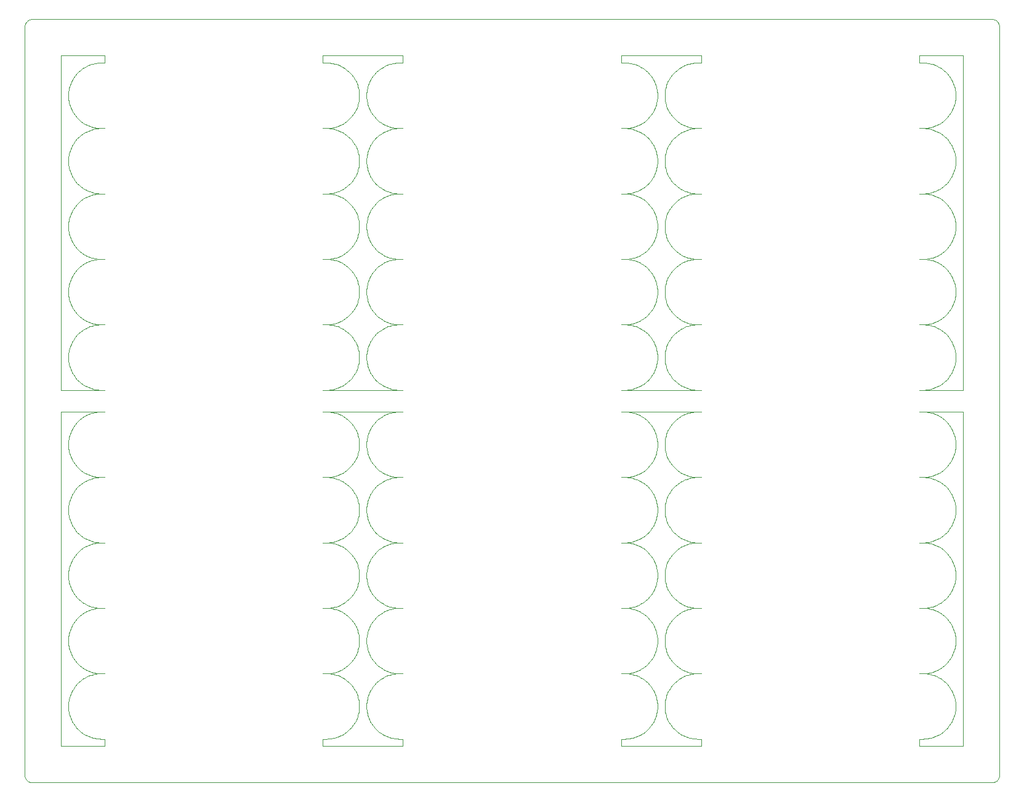
<source format=gm1>
G04 #@! TF.GenerationSoftware,KiCad,Pcbnew,(6.0.11)*
G04 #@! TF.CreationDate,2023-02-11T18:44:03+01:00*
G04 #@! TF.ProjectId,udb-s-panel,7564622d-732d-4706-916e-656c2e6b6963,rev?*
G04 #@! TF.SameCoordinates,Original*
G04 #@! TF.FileFunction,Profile,NP*
%FSLAX46Y46*%
G04 Gerber Fmt 4.6, Leading zero omitted, Abs format (unit mm)*
G04 Created by KiCad (PCBNEW (6.0.11)) date 2023-02-11 18:44:03*
%MOMM*%
%LPD*%
G01*
G04 APERTURE LIST*
G04 #@! TA.AperFunction,Profile*
%ADD10C,0.100000*%
G04 #@! TD*
G04 APERTURE END LIST*
D10*
X83169293Y98949758D02*
X82946658Y98977658D01*
X50388194Y24139157D02*
X50606945Y24089228D01*
X88844882Y73873168D02*
X88980361Y73694311D01*
X85559380Y7201268D02*
X85720003Y7357936D01*
X44559379Y97798753D02*
X44391146Y97947219D01*
X47033525Y45940463D02*
X47066967Y45718593D01*
X127963680Y66940467D02*
X127986021Y67163728D01*
X8546124Y81445657D02*
X8750645Y81353374D01*
X43037692Y71728630D02*
X42825000Y71800091D01*
X42609010Y80860863D02*
X42390259Y80910792D01*
X84451079Y54445652D02*
X84650745Y54548014D01*
X42390259Y41910784D02*
X42169292Y41949746D01*
X89963663Y80218091D02*
X89781483Y80087113D01*
X47033525Y27940459D02*
X47066967Y27718589D01*
X89606059Y22947204D02*
X89437825Y22798738D01*
X47396825Y39350800D02*
X47309670Y39144042D01*
X85391147Y22947203D02*
X85215722Y23087100D01*
X51998602Y24000005D02*
X51998602Y24000004D01*
X86986020Y58836297D02*
X86963679Y59059558D01*
X9606944Y98910797D02*
X9388193Y98860868D01*
X125246560Y41646650D02*
X125037694Y41728624D01*
X7124585Y73522429D02*
X7277200Y73357949D01*
X82946658Y62977650D02*
X82722909Y62994418D01*
X85559380Y49798743D02*
X85391147Y49947209D01*
X45830411Y93281237D02*
X45885777Y93498675D01*
X48124586Y64522427D02*
X48277201Y64357947D01*
X47066967Y93718603D02*
X47111426Y93498675D01*
X41946657Y89977656D02*
X41722908Y89994424D01*
X125451080Y54445652D02*
X125650746Y54548014D01*
X51998602Y5000000D02*
X40998601Y5000000D01*
X41946657Y24022367D02*
X42169292Y24050267D01*
X125845062Y90660211D02*
X126033544Y90781945D01*
X86152324Y70126860D02*
X86016844Y70305718D01*
X86963679Y36940461D02*
X86986020Y37163722D01*
X44872617Y79477602D02*
X44720002Y79642081D01*
X8750645Y63353370D02*
X8959511Y63271396D01*
X127963680Y77059562D02*
X127930238Y77281432D01*
X6718484Y17058545D02*
X6844880Y16873156D01*
X92998603Y90000018D02*
X92998603Y90000018D01*
X86600379Y17649212D02*
X86687534Y17855969D01*
X86016844Y49305714D02*
X85872618Y49477596D01*
X88111427Y84498673D02*
X88166793Y84281235D01*
X89277202Y91357953D02*
X89437825Y91201285D01*
X86503026Y26447058D02*
X86600379Y26649214D01*
X44215721Y80087112D02*
X44033542Y80218090D01*
X42390259Y23910780D02*
X42169292Y23949742D01*
X47309670Y87144052D02*
X47232928Y86933208D01*
X709715Y104956961D02*
X617316Y104923900D01*
X127764277Y95933209D02*
X127687535Y96144054D01*
X7277200Y73357949D02*
X7437823Y73201281D01*
X127016845Y31305710D02*
X126872619Y31477592D01*
X50606945Y15089226D02*
X50827912Y15050264D01*
X89606059Y82052817D02*
X89781483Y81912920D01*
X84037693Y81271401D02*
X84246559Y81353375D01*
X7963661Y15781928D02*
X8152143Y15660194D01*
X50606945Y42089232D02*
X50827912Y42050270D01*
X9388193Y42139161D02*
X9606944Y42089232D01*
X40998601Y54000011D02*
X41498602Y54000011D01*
X6396824Y87350810D02*
X6309669Y87144052D01*
X83169293Y15050265D02*
X83390260Y15089227D01*
X50606945Y98910797D02*
X50388194Y98860868D01*
X43246558Y62646654D02*
X43037692Y62728628D01*
X7963661Y6781926D02*
X8152143Y6660192D01*
X85720003Y25357940D02*
X85872618Y25522419D01*
X123498604Y72000013D02*
X122998603Y72000014D01*
X6309669Y78144050D02*
X6232927Y77933206D01*
X47000000Y85387829D02*
X47011184Y85163732D01*
X49346459Y24548008D02*
X49546125Y24445645D01*
X89437825Y7201267D02*
X89606059Y7052801D01*
X41722908Y90005613D02*
X41946657Y90022381D01*
X47033525Y59059558D02*
X47011184Y58836297D01*
X84246559Y24353363D02*
X84451079Y24445646D01*
X92998603Y42000009D02*
X92998603Y42000008D01*
X90152145Y98339829D02*
X89963663Y98218095D01*
X127986021Y76836301D02*
X127963680Y77059562D01*
X44720002Y40642073D02*
X44559379Y40798741D01*
X85559380Y64201280D02*
X85720003Y64357948D01*
X124609012Y89860865D02*
X124390261Y89910794D01*
X86152324Y34873161D02*
X86278719Y35058549D01*
X51498603Y51000010D02*
X51274296Y50994417D01*
X89124587Y13477588D02*
X88980361Y13305706D01*
X48781482Y23087101D02*
X48606058Y22947204D01*
X83390260Y50910786D02*
X83169293Y50949748D01*
X125246560Y63353371D02*
X125451080Y63445654D01*
X41946657Y63022375D02*
X42169292Y63050275D01*
X86830412Y66281231D02*
X86885778Y66498669D01*
X43650744Y90548022D02*
X43845060Y90660211D01*
X88601488Y48750010D02*
X88494179Y48552958D01*
X8959511Y81271400D02*
X9172203Y81199939D01*
X50827912Y72050276D02*
X51050547Y72022376D01*
X45986019Y37836293D02*
X45963678Y38059554D01*
X8750645Y6353358D02*
X8959511Y6271384D01*
X49750646Y54353368D02*
X49959512Y54271394D01*
X47980360Y7694297D02*
X48124586Y7522415D01*
X86997204Y67612202D02*
X86986020Y67836299D01*
X127395718Y48750009D02*
X127278720Y48941468D01*
X127963680Y59059558D02*
X127930238Y59281428D01*
X49152144Y62339821D02*
X48963662Y62218087D01*
X86986020Y19163718D02*
X86997204Y19387815D01*
X127764277Y45066820D02*
X127830413Y45281227D01*
X86885778Y45498665D02*
X86930237Y45718593D01*
X5999999Y46612198D02*
X5999999Y46387821D01*
X43037692Y50728626D02*
X42825000Y50800087D01*
X45963678Y66940467D02*
X45986019Y67163728D01*
X84246559Y90353377D02*
X84451079Y90445660D01*
X86830412Y75281233D02*
X86885778Y75498671D01*
X88494179Y96552968D02*
X88396826Y96350812D01*
X88718486Y17058545D02*
X88844882Y16873156D01*
X6309669Y48144044D02*
X6232927Y47933200D01*
X45395716Y30750005D02*
X45278718Y30941464D01*
X127152325Y7873155D02*
X127278720Y8058543D01*
X10050546Y54022372D02*
X10274295Y54005604D01*
X8959511Y15271386D02*
X9172203Y15199925D01*
X42169292Y90050281D02*
X42390259Y90089243D01*
X8750645Y72353372D02*
X8959511Y72271398D01*
X7277200Y79642082D02*
X7124585Y79477602D01*
X86764276Y36066818D02*
X86830412Y36281225D01*
X81998602Y42000008D02*
X81998602Y42000008D01*
X50388194Y15139155D02*
X50606945Y15089226D01*
X87498603Y51000010D02*
X92498604Y51000010D01*
X86963679Y57940465D02*
X86986020Y58163726D01*
X86830412Y86718800D02*
X86764276Y86933207D01*
X127687535Y35855973D02*
X127764277Y36066818D01*
X86830412Y84281235D02*
X86885778Y84498673D01*
X47066967Y59281428D02*
X47033525Y59059558D01*
X44391146Y25052806D02*
X44559379Y25201272D01*
X90750647Y72353372D02*
X90959513Y72271398D01*
X88396826Y92649227D02*
X88494179Y92447071D01*
X49546125Y41554368D02*
X49346459Y41452005D01*
X84451079Y98554379D02*
X84246559Y98646662D01*
X127278720Y83058559D02*
X127395718Y83250017D01*
X85872618Y82522431D02*
X86016844Y82694313D01*
X85215722Y33912911D02*
X85391147Y34052808D01*
X47000000Y76387827D02*
X47011184Y76163730D01*
X42609010Y41860855D02*
X42390259Y41910784D01*
X7437823Y97798754D02*
X7277200Y97642086D01*
X47066967Y47281426D02*
X47033525Y47059556D01*
X90346460Y54548014D02*
X90546126Y54445651D01*
X85215722Y89087114D02*
X85033543Y89218092D01*
X47232928Y75066825D02*
X47309670Y74855981D01*
X133828674Y104555591D02*
X133770215Y104634414D01*
X90152145Y41339817D02*
X89963663Y41218083D01*
X126720004Y79642081D02*
X126559381Y79798749D01*
X86278719Y83058559D02*
X86395717Y83250017D01*
X43037692Y41728624D02*
X42825000Y41800085D01*
X89963663Y90781944D02*
X90152145Y90660210D01*
X85872618Y79477602D02*
X85720003Y79642081D01*
X85033543Y6781927D02*
X85215722Y6912905D01*
X83169293Y90050281D02*
X83390260Y90089243D01*
X8959511Y54271394D02*
X9172203Y54199933D01*
X6033524Y93940473D02*
X6066966Y93718603D01*
X124169294Y62949750D02*
X123946659Y62977650D01*
X89781483Y54912914D02*
X89963663Y54781936D01*
X88494179Y78552964D02*
X88396826Y78350808D01*
X127986021Y19163718D02*
X127997205Y19387815D01*
X7606057Y7052801D02*
X7781481Y6912904D01*
X7124585Y31477592D02*
X6980359Y31305710D01*
X122998603Y90000018D02*
X122998603Y90000018D01*
X85720003Y64357948D02*
X85872618Y64522427D01*
X44559379Y43201276D02*
X44720002Y43357944D01*
X47494178Y65447065D02*
X47601487Y65250013D01*
X86963679Y68059560D02*
X86930237Y68281430D01*
X6066966Y68281430D02*
X6033524Y68059560D01*
X6980359Y64694309D02*
X7124585Y64522427D01*
X6066966Y20281420D02*
X6033524Y20059550D01*
X44215721Y41087104D02*
X44033542Y41218082D01*
X48124586Y79477602D02*
X47980360Y79305720D01*
X45885777Y77501360D02*
X45830411Y77718798D01*
X83609011Y80860863D02*
X83390260Y80910792D01*
X91606946Y71910791D02*
X91388195Y71860862D01*
X85872618Y7522415D02*
X86016844Y7694297D01*
X44559379Y31798739D02*
X44391146Y31947205D01*
X86152324Y79126862D02*
X86016844Y79305720D01*
X122998603Y54000010D02*
X122998603Y54000011D01*
X45930236Y38281424D02*
X45885777Y38501352D01*
X126391148Y97947219D02*
X126215723Y98087116D01*
X90546126Y63445653D02*
X90750647Y63353370D01*
X45885777Y45498665D02*
X45930236Y45718593D01*
X43845060Y90660211D02*
X44033542Y90781945D01*
X45278718Y74058557D02*
X45395716Y74250015D01*
X49750646Y80646659D02*
X49546125Y80554376D01*
X124609012Y32860853D02*
X124390261Y32910782D01*
X48963662Y89218093D02*
X48781482Y89087115D01*
X126559381Y40798741D02*
X126391148Y40947207D01*
X90750647Y15353360D02*
X90959513Y15271386D01*
X86997204Y46387821D02*
X86997204Y46612198D01*
X86963679Y20059550D02*
X86930237Y20281420D01*
X89963663Y54781936D02*
X90152145Y54660202D01*
X47601487Y12750002D02*
X47494178Y12552950D01*
X89124587Y82522431D02*
X89277202Y82357951D01*
X47494178Y30552954D02*
X47396825Y30350798D01*
X43037692Y63271397D02*
X43246558Y63353371D01*
X40998601Y90000018D02*
X40998601Y90000019D01*
X89781483Y63912916D02*
X89963663Y63781938D01*
X9172203Y62800090D02*
X8959511Y62728629D01*
X43845060Y50339818D02*
X43650744Y50452007D01*
X88011185Y10836287D02*
X88000001Y10612190D01*
X88011185Y94836305D02*
X88000001Y94612208D01*
X84650745Y24548008D02*
X84845061Y24660197D01*
X47718485Y87941476D02*
X47601487Y87750018D01*
X124609012Y98860867D02*
X124390261Y98910796D01*
X122998603Y72000015D02*
X123498604Y72000015D01*
X44872617Y55522425D02*
X45016843Y55694307D01*
X6601486Y56250011D02*
X6718484Y56058553D01*
X51274296Y63005606D02*
X51498603Y63000012D01*
X50388194Y90139171D02*
X50606945Y90089242D01*
X84650745Y63548016D02*
X84845061Y63660205D01*
X6844880Y73873168D02*
X6980359Y73694311D01*
X84451079Y90445660D02*
X84650745Y90548022D01*
X86885778Y11501346D02*
X86830412Y11718784D01*
X127503027Y92447072D02*
X127600380Y92649228D01*
X50606945Y71910791D02*
X50388194Y71860862D01*
X45152323Y82873171D02*
X45278718Y83058559D01*
X6844880Y40126855D02*
X6718484Y39941466D01*
X85720003Y13642067D02*
X85559380Y13798735D01*
X92050548Y23977643D02*
X91827913Y23949743D01*
X126720004Y16357938D02*
X126872619Y16522417D01*
X10998601Y42000008D02*
X10998601Y42000008D01*
X50172204Y33199929D02*
X50388194Y33139159D01*
X6980359Y43694305D02*
X7124585Y43522423D01*
X6309669Y44855975D02*
X6396824Y44649217D01*
X6033524Y77059562D02*
X6011183Y76836301D01*
X92050548Y54022372D02*
X92274297Y54005604D01*
X83609011Y81139170D02*
X83825001Y81199940D01*
X127395718Y17250003D02*
X127503027Y17447056D01*
X90546126Y33445647D02*
X90750647Y33353364D01*
X88980361Y64694309D02*
X89124587Y64522427D01*
X127764277Y36066818D02*
X127830413Y36281225D01*
X90152145Y90660210D02*
X90346460Y90548022D01*
X88111427Y45498665D02*
X88166793Y45281227D01*
X48606058Y88947218D02*
X48437824Y88798752D01*
X88066968Y45718593D02*
X88111427Y45498665D01*
X89606059Y64052813D02*
X89781483Y63912916D01*
X124169294Y81050279D02*
X124390261Y81089241D01*
X85559380Y91201286D02*
X85720003Y91357954D01*
X82946658Y6022363D02*
X83169293Y6050263D01*
X133552775Y104831490D02*
X133468601Y104881942D01*
X89124587Y49477596D02*
X88980361Y49305714D01*
X42169292Y81050279D02*
X42390259Y81089241D01*
X127885779Y66498669D02*
X127930238Y66718597D01*
X125650746Y81548020D02*
X125845062Y81660209D01*
X127764277Y27066816D02*
X127830413Y27281223D01*
X127687535Y83855983D02*
X127764277Y84066828D01*
X6111425Y77501360D02*
X6066966Y77281432D01*
X124609012Y54139164D02*
X124825002Y54199934D01*
X6980359Y16694299D02*
X7124585Y16522417D01*
X48277201Y25357939D02*
X48437824Y25201271D01*
X47066967Y36718591D02*
X47111426Y36498663D01*
X10274295Y72005608D02*
X10498602Y72000014D01*
X86395717Y56250011D02*
X86503026Y56447064D01*
X124609012Y81139170D02*
X124825002Y81199940D01*
X51998602Y72000015D02*
X51998602Y72000015D01*
X47396825Y56649219D02*
X47494178Y56447063D01*
X127830413Y47718792D02*
X127764277Y47933199D01*
X86764276Y68933203D02*
X86687534Y69144048D01*
X168530Y104555591D02*
X118078Y104471417D01*
X47011184Y28163720D02*
X47033525Y27940459D01*
X7781481Y72912918D02*
X7963661Y72781940D01*
X83169293Y81050279D02*
X83390260Y81089241D01*
X48963662Y72781940D02*
X49152144Y72660206D01*
X49346459Y32452003D02*
X49152144Y32339815D01*
X89963663Y98218095D02*
X89781483Y98087117D01*
X89437825Y43201275D02*
X89606059Y43052809D01*
X10274295Y15005596D02*
X10498602Y15000002D01*
X41498602Y6000001D02*
X41722908Y6005595D01*
X45930236Y11281418D02*
X45885777Y11501346D01*
X6011183Y28163720D02*
X6033524Y27940459D01*
X86830412Y18281221D02*
X86885778Y18498659D01*
X47980360Y25694301D02*
X48124586Y25522419D01*
X91827913Y24050266D02*
X92050548Y24022366D01*
X9172203Y71800092D02*
X8959511Y71728631D01*
X127278720Y96941478D02*
X127152325Y97126866D01*
X126872619Y61477598D02*
X126720004Y61642077D01*
X47066967Y95281436D02*
X47033525Y95059566D01*
X86885778Y84498673D02*
X86930237Y84718601D01*
X84246559Y62646654D02*
X84037693Y62728628D01*
X40998601Y81000016D02*
X40998601Y81000016D01*
X43650744Y71452011D02*
X43451078Y71554373D01*
X83390260Y24089229D02*
X83609011Y24139158D01*
X48781482Y71087111D02*
X48606058Y70947214D01*
X43246558Y14646644D02*
X43037692Y14728618D01*
X124169294Y24050267D02*
X124390261Y24089229D01*
X45278718Y48941468D02*
X45152323Y49126856D01*
X8750645Y23646647D02*
X8546124Y23554364D01*
X125037694Y90271403D02*
X125246560Y90353377D01*
X6494177Y83447069D02*
X6601486Y83250017D01*
X9827911Y71949753D02*
X9606944Y71910791D01*
X89606059Y91052819D02*
X89781483Y90912922D01*
X47232928Y68933204D02*
X47166792Y68718796D01*
X88980361Y49305714D02*
X88844882Y49126857D01*
X88396826Y74649223D02*
X88494179Y74447067D01*
X122998603Y33000006D02*
X122998603Y33000007D01*
X85872618Y97477606D02*
X85720003Y97642085D01*
X126033544Y80218090D02*
X125845062Y80339824D01*
X45395716Y78750015D02*
X45278718Y78941474D01*
X88309671Y39144042D02*
X88232929Y38933198D01*
X81998602Y63000012D02*
X81998602Y63000012D01*
X8750645Y81353374D02*
X8959511Y81271400D01*
X86503026Y69552961D02*
X86395717Y69750013D01*
X91388195Y62860860D02*
X91172205Y62800090D01*
X124169294Y42050271D02*
X124390261Y42089233D01*
X47000000Y37387819D02*
X47011184Y37163722D01*
X89437825Y91201285D02*
X89606059Y91052819D01*
X127016845Y13305706D02*
X126872619Y13477588D01*
X88066968Y57718595D02*
X88111427Y57498667D01*
X88980361Y55694307D02*
X89124587Y55522425D01*
X6980359Y34694303D02*
X7124585Y34522421D01*
X43451078Y81445658D02*
X43650744Y81548020D01*
X6601486Y44250009D02*
X6718484Y44058551D01*
X42609010Y50860857D02*
X42390259Y50910786D01*
X44872617Y34522421D02*
X45016843Y34694303D01*
X86885778Y20501348D02*
X86830412Y20718786D01*
X91388195Y72139167D02*
X91606946Y72089238D01*
X48124586Y97477606D02*
X47980360Y97305724D01*
X45885777Y68501358D02*
X45830411Y68718796D01*
X92998603Y33000007D02*
X92998603Y33000006D01*
X9388193Y50860858D02*
X9172203Y50800088D01*
X10998601Y90000019D02*
X10998601Y90000018D01*
X47033525Y77059562D02*
X47011184Y76836301D01*
X9606944Y80910793D02*
X9388193Y80860864D01*
X10050546Y15022364D02*
X10274295Y15005596D01*
X126872619Y16522417D02*
X127016845Y16694299D01*
X123722910Y6005595D02*
X123722910Y6005595D01*
X9388193Y24139157D02*
X9606944Y24089228D01*
X126872619Y7522415D02*
X127016845Y7694297D01*
X10274295Y33005600D02*
X10498602Y33000006D01*
X126720004Y82357952D02*
X126872619Y82522431D01*
X82946658Y81022379D02*
X83169293Y81050279D01*
X47033525Y86059564D02*
X47011184Y85836303D01*
X126559381Y16201270D02*
X126720004Y16357938D01*
X40998601Y72000014D02*
X40998601Y72000015D01*
X91388195Y54139163D02*
X91606946Y54089234D01*
X88066968Y95281436D02*
X88033526Y95059566D01*
X83609011Y41860855D02*
X83390260Y41910784D01*
X84246559Y71646656D02*
X84037693Y71728630D01*
X125845062Y41339816D02*
X125650746Y41452005D01*
X49346459Y62452009D02*
X49152144Y62339821D01*
X47000000Y37612196D02*
X47000000Y37387819D01*
X10050546Y71977653D02*
X9827911Y71949753D01*
X127997205Y19387815D02*
X127997205Y19612192D01*
X88232929Y45066819D02*
X88309671Y44855975D01*
X6309669Y83855983D02*
X6396824Y83649225D01*
X88033526Y11059548D02*
X88011185Y10836287D01*
X124609012Y71860861D02*
X124390261Y71910790D01*
X83609011Y89860865D02*
X83390260Y89910794D01*
X82946658Y24022367D02*
X83169293Y24050267D01*
X51274296Y89994425D02*
X51050547Y89977657D01*
X49546125Y42445649D02*
X49750646Y42353366D01*
X86930237Y93718603D02*
X86963679Y93940473D01*
X45395716Y96750019D02*
X45278718Y96941478D01*
X47844881Y70126861D02*
X47718485Y69941472D01*
X47396825Y83649225D02*
X47494178Y83447069D01*
X49750646Y24353362D02*
X49959512Y24271388D01*
X127152325Y70126860D02*
X127016845Y70305718D01*
X88111427Y27498661D02*
X88166793Y27281223D01*
X90152145Y42660200D02*
X90346460Y42548012D01*
X125037694Y62728628D02*
X124825002Y62800089D01*
X49346459Y41452005D02*
X49152144Y41339817D01*
X45764275Y77933205D02*
X45687533Y78144050D01*
X84451079Y33445648D02*
X84650745Y33548010D01*
X6601486Y30750006D02*
X6494177Y30552954D01*
X43845060Y14339810D02*
X43650744Y14451999D01*
X45986019Y28836291D02*
X45963678Y29059552D01*
X86885778Y93498675D02*
X86930237Y93718603D01*
X84451079Y14554361D02*
X84246559Y14646644D01*
X127278720Y44058551D02*
X127395718Y44250009D01*
X82498603Y33000007D02*
X82722909Y33005601D01*
X44872617Y70477600D02*
X44720002Y70642079D01*
X10498602Y90000018D02*
X10274295Y89994425D01*
X86997204Y37612196D02*
X86986020Y37836293D01*
X47601487Y56250011D02*
X47718485Y56058553D01*
X50827912Y81050278D02*
X51050547Y81022378D01*
X45503025Y65447066D02*
X45600378Y65649222D01*
X42825000Y89800095D02*
X42609010Y89860865D01*
X127503027Y74447068D02*
X127600380Y74649224D01*
X49750646Y50646653D02*
X49546125Y50554370D01*
X89606059Y43052809D02*
X89781483Y42912912D01*
X44872617Y91522433D02*
X45016843Y91694315D01*
X44215721Y32087102D02*
X44033542Y32218080D01*
X42825000Y90199942D02*
X43037692Y90271403D01*
X47396825Y78350808D02*
X47309670Y78144050D01*
X43845060Y33660199D02*
X44033542Y33781933D01*
X83390260Y90089243D02*
X83609011Y90139172D01*
X47166792Y93281237D02*
X47232928Y93066829D01*
X41946657Y50977648D02*
X41722908Y50994416D01*
X123722910Y42005603D02*
X123946659Y42022371D01*
X47232928Y11933192D02*
X47166792Y11718784D01*
X45930236Y27718589D02*
X45963678Y27940459D01*
X51274296Y72005608D02*
X51498603Y72000014D01*
X90959513Y62728629D02*
X90750647Y62646655D01*
X7124585Y82522431D02*
X7277200Y82357951D01*
X44872617Y49477596D02*
X44720002Y49642075D01*
X51274296Y81005610D02*
X51498603Y81000016D01*
X51498603Y72000014D02*
X51998602Y72000015D01*
X89781483Y23087101D02*
X89606059Y22947204D01*
X84246559Y50646652D02*
X84037693Y50728626D01*
X124390261Y14910778D02*
X124169294Y14949740D01*
X50827912Y41949747D02*
X50606945Y41910785D01*
X125451080Y90445660D02*
X125650746Y90548022D01*
X84650745Y54548014D02*
X84845061Y54660203D01*
X44559379Y22798737D02*
X44391146Y22947203D01*
X86278719Y87941476D02*
X86152324Y88126864D01*
X76120Y104382704D02*
X43059Y104290305D01*
X9172203Y15199925D02*
X9388193Y15139155D01*
X45395716Y56250011D02*
X45503025Y56447064D01*
X7963661Y23218079D02*
X7781481Y23087101D01*
X41498602Y81000017D02*
X41722908Y81005611D01*
X86152324Y97126866D02*
X86016844Y97305724D01*
X86764276Y27066816D02*
X86830412Y27281223D01*
X50606945Y63089236D02*
X50827912Y63050274D01*
X124169294Y71949752D02*
X123946659Y71977652D01*
X50827912Y89949757D02*
X50606945Y89910795D01*
X86930237Y29281422D02*
X86885778Y29501350D01*
X44559379Y16201270D02*
X44720002Y16357938D01*
X86963679Y59059558D02*
X86930237Y59281428D01*
X83390260Y71910790D02*
X83169293Y71949752D01*
X41946657Y90022381D02*
X42169292Y90050281D01*
X86830412Y11718784D02*
X86764276Y11933191D01*
X123722910Y81005611D02*
X123946659Y81022379D01*
X89437825Y61798746D02*
X89277202Y61642078D01*
X6011183Y19836289D02*
X5999999Y19612192D01*
X49750646Y32646649D02*
X49546125Y32554366D01*
X83609011Y62860859D02*
X83390260Y62910788D01*
X444429Y104831490D02*
X365606Y104773031D01*
X51998602Y6000001D02*
X51998602Y5000000D01*
X45997203Y76387827D02*
X45997203Y76612204D01*
X42825000Y98800097D02*
X42609010Y98860867D01*
X45986019Y46163724D02*
X45997203Y46387821D01*
X88166793Y59718794D02*
X88111427Y59501356D01*
X9827911Y14949741D02*
X9606944Y14910779D01*
X127997205Y28387817D02*
X127997205Y28612194D01*
X8959511Y63271396D02*
X9172203Y63199935D01*
X86395717Y74250015D02*
X86503026Y74447068D01*
X6011183Y67163728D02*
X6033524Y66940467D01*
X10050546Y42022370D02*
X10274295Y42005602D01*
X84037693Y32728622D02*
X83825001Y32800083D01*
X51274296Y98994427D02*
X51050547Y98977659D01*
X19214Y104195111D02*
X4815Y104098038D01*
X6232927Y84066827D02*
X6309669Y83855983D01*
X84650745Y98452017D02*
X84451079Y98554379D01*
X49750646Y23646647D02*
X49546125Y23554364D01*
X49346459Y98452017D02*
X49152144Y98339829D01*
X123498604Y15000001D02*
X122998603Y15000002D01*
X45830411Y29718788D02*
X45764275Y29933195D01*
X8152143Y50339819D02*
X7963661Y50218085D01*
X7437823Y31798740D02*
X7277200Y31642072D01*
X88066968Y77281432D02*
X88033526Y77059562D01*
X122998603Y33000007D02*
X123498604Y33000007D01*
X127278720Y78941474D02*
X127152325Y79126862D01*
X47111426Y57498667D02*
X47166792Y57281229D01*
X90750647Y42353366D02*
X90959513Y42271392D01*
X88066968Y86281434D02*
X88033526Y86059564D01*
X43845060Y54660203D02*
X44033542Y54781937D01*
X125451080Y24445646D02*
X125650746Y24548008D01*
X90959513Y71728631D02*
X90750647Y71646657D01*
X6011183Y76163730D02*
X6033524Y75940469D01*
X125451080Y72445656D02*
X125650746Y72548018D01*
X45600378Y56649220D02*
X45687533Y56855977D01*
X45885777Y84498673D02*
X45930236Y84718601D01*
X125650746Y80452013D02*
X125451080Y80554375D01*
X48606058Y16052803D02*
X48781482Y15912906D01*
X127885779Y36498663D02*
X127930238Y36718591D01*
X91388195Y71860862D02*
X91172205Y71800092D01*
X86885778Y9498657D02*
X86930237Y9718585D01*
X7437823Y34201273D02*
X7606057Y34052807D01*
X124825002Y72199938D02*
X125037694Y72271399D01*
X85872618Y16522417D02*
X86016844Y16694299D01*
X50606945Y23910781D02*
X50388194Y23860852D01*
X127395718Y60750011D02*
X127278720Y60941470D01*
X6166791Y45281227D02*
X6232927Y45066819D01*
X8750645Y24353362D02*
X8959511Y24271388D01*
X10998601Y72000015D02*
X10998601Y72000015D01*
X50606945Y32910783D02*
X50388194Y32860854D01*
X88232929Y36066817D02*
X88309671Y35855973D01*
X51998602Y63000013D02*
X51998602Y63000012D01*
X89963663Y71218089D02*
X89781483Y71087111D01*
X47980360Y16694299D02*
X48124586Y16522417D01*
X86395717Y69750013D02*
X86278719Y69941472D01*
X42825000Y32800083D02*
X42609010Y32860853D01*
X47844881Y64873166D02*
X47980360Y64694309D01*
X47718485Y12941460D02*
X47601487Y12750002D01*
X48606058Y70947214D02*
X48437824Y70798748D01*
X84845061Y33660199D02*
X85033543Y33781933D01*
X49152144Y6660192D02*
X49346459Y6548004D01*
X86930237Y36718591D02*
X86963679Y36940461D01*
X88844882Y97126867D02*
X88718486Y96941478D01*
X40998601Y15000003D02*
X41498602Y15000003D01*
X8750645Y62646655D02*
X8546124Y62554372D01*
X127016845Y61305716D02*
X126872619Y61477598D01*
X48124586Y82522431D02*
X48277201Y82357951D01*
X47011184Y10836287D02*
X47000000Y10612190D01*
X127930238Y93718603D02*
X127963680Y93940473D01*
X45997203Y19387815D02*
X45997203Y19612192D01*
X47980360Y34694303D02*
X48124586Y34522421D01*
X86016844Y91694315D02*
X86152324Y91873173D01*
X47601487Y65250013D02*
X47718485Y65058555D01*
X43246558Y90353377D02*
X43451078Y90445660D01*
X88980361Y22305708D02*
X88844882Y22126851D01*
X88011185Y28163720D02*
X88033526Y27940459D01*
X92274297Y42005602D02*
X92498604Y42000008D01*
X50172204Y54199933D02*
X50388194Y54139163D01*
X86278719Y30941464D02*
X86152324Y31126852D01*
X45278718Y30941464D02*
X45152323Y31126852D01*
X86278719Y48941468D02*
X86152324Y49126856D01*
X88232929Y9066811D02*
X88309671Y8855967D01*
X85720003Y70642079D02*
X85559380Y70798747D01*
X47601487Y30750006D02*
X47494178Y30552954D01*
X127930238Y95281436D02*
X127885779Y95501364D01*
X81998602Y81000016D02*
X81998602Y81000017D01*
X81998602Y15000002D02*
X81998602Y15000003D01*
X133977990Y104195111D02*
X133954145Y104290305D01*
X126872619Y82522431D02*
X127016845Y82694313D01*
X45395716Y35250007D02*
X45503025Y35447060D01*
X86997204Y76387827D02*
X86997204Y76612204D01*
X47066967Y38281424D02*
X47033525Y38059554D01*
X85720003Y43357944D02*
X85872618Y43522423D01*
X7277200Y25357939D02*
X7437823Y25201271D01*
X132997205Y0D02*
X133095222Y4816D01*
X6166791Y9281219D02*
X6232927Y9066811D01*
X47844881Y91873172D02*
X47980360Y91694315D01*
X50388194Y32860854D02*
X50172204Y32800084D01*
X88232929Y77933206D02*
X88166793Y77718798D01*
X48606058Y55052811D02*
X48781482Y54912914D01*
X88166793Y68718796D02*
X88111427Y68501358D01*
X86830412Y95718802D02*
X86764276Y95933209D01*
X83390260Y63089237D02*
X83609011Y63139166D01*
X89963663Y41218083D02*
X89781483Y41087105D01*
X7781481Y33912910D02*
X7963661Y33781932D01*
X127687535Y17855969D02*
X127764277Y18066814D01*
X86963679Y86059564D02*
X86930237Y86281434D01*
X127016845Y49305714D02*
X126872619Y49477596D01*
X7277200Y64357947D02*
X7437823Y64201279D01*
X6494177Y35447059D02*
X6601486Y35250007D01*
X7124585Y43522423D02*
X7277200Y43357943D01*
X42390259Y71910790D02*
X42169292Y71949752D01*
X6166791Y75281233D02*
X6232927Y75066825D01*
X92498604Y90000018D02*
X92998603Y90000019D01*
X8346458Y72548018D02*
X8546124Y72445655D01*
X7277200Y31642072D02*
X7124585Y31477592D01*
X88980361Y79305720D02*
X88844882Y79126863D01*
X9827911Y89949757D02*
X9606944Y89910795D01*
X89606059Y88947218D02*
X89437825Y88798752D01*
X125451080Y32554365D02*
X125246560Y32646648D01*
X42609010Y24139158D02*
X42825000Y24199928D01*
X6066966Y59281428D02*
X6033524Y59059558D01*
X47396825Y74649223D02*
X47494178Y74447067D01*
X91388195Y50860858D02*
X91172205Y50800088D01*
X125845062Y81660209D02*
X126033544Y81781943D01*
X123946659Y6022363D02*
X124169294Y6050263D01*
X126872619Y79477602D02*
X126720004Y79642081D01*
X88066968Y36718591D02*
X88111427Y36498663D01*
X127016845Y91694315D02*
X127152325Y91873173D01*
X42390259Y32910782D02*
X42169292Y32949744D01*
X84451079Y15445644D02*
X84650745Y15548006D01*
X48963662Y33781932D02*
X49152144Y33660198D01*
X125845062Y23339812D02*
X125650746Y23452001D01*
X44559379Y49798743D02*
X44391146Y49947209D01*
X86764276Y95933209D02*
X86687534Y96144054D01*
X6844880Y97126867D02*
X6718484Y96941478D01*
X45503025Y12552949D02*
X45395716Y12750001D01*
X51998602Y33000007D02*
X51998602Y33000006D01*
X51998602Y63000012D02*
X51998602Y63000012D01*
X88601488Y35250007D02*
X88718486Y35058549D01*
X6494177Y92447071D02*
X6601486Y92250019D01*
X88000001Y85387829D02*
X88011185Y85163732D01*
X45395716Y48750009D02*
X45278718Y48941468D01*
X123946659Y72022377D02*
X124169294Y72050277D01*
X88396826Y69350806D02*
X88309671Y69144048D01*
X127997205Y76612204D02*
X127986021Y76836301D01*
X124390261Y62910788D02*
X124169294Y62949750D01*
X7781481Y90912922D02*
X7963661Y90781944D01*
X84845061Y62339820D02*
X84650745Y62452009D01*
X42390259Y50910786D02*
X42169292Y50949748D01*
X50827912Y23949743D02*
X50606945Y23910781D01*
X7277200Y34357941D02*
X7437823Y34201273D01*
X51274296Y24005598D02*
X51498603Y24000004D01*
X125246560Y50646652D02*
X125037694Y50728626D01*
X127997205Y58387823D02*
X127997205Y58612200D01*
X40998601Y51000010D02*
X46498602Y51000010D01*
X123722910Y72005609D02*
X123946659Y72022377D01*
X86830412Y27281223D02*
X86885778Y27498661D01*
X86963679Y18940457D02*
X86986020Y19163718D01*
X89781483Y90912922D02*
X89963663Y90781944D01*
X47396825Y26649213D02*
X47494178Y26447057D01*
X47396825Y30350798D02*
X47309670Y30144040D01*
X6033524Y66940467D02*
X6066966Y66718597D01*
X86687534Y87144052D02*
X86600379Y87350809D01*
X85215722Y42912913D02*
X85391147Y43052810D01*
X7606057Y73052815D02*
X7781481Y72912918D01*
X127503027Y26447058D02*
X127600380Y26649214D01*
X43845060Y15660195D02*
X44033542Y15781929D01*
X50827912Y50949749D02*
X50606945Y50910787D01*
X88980361Y82694313D02*
X89124587Y82522431D01*
X90152145Y81660208D02*
X90346460Y81548020D01*
X10998601Y33000006D02*
X10998601Y33000006D01*
X133192295Y104980806D02*
X133095222Y104995205D01*
X86997204Y19612192D02*
X86986020Y19836289D01*
X45278718Y21941462D02*
X45152323Y22126850D01*
X7606057Y91052819D02*
X7781481Y90912922D01*
X44720002Y79642081D02*
X44559379Y79798749D01*
X45830411Y95718802D02*
X45764275Y95933209D01*
X86997204Y67387825D02*
X86997204Y67612202D01*
X127963680Y18940457D02*
X127986021Y19163718D01*
X127687535Y44855975D02*
X127764277Y45066820D01*
X123498604Y72000015D02*
X123722910Y72005609D01*
X40998601Y33000007D02*
X41498602Y33000007D01*
X86997204Y85612206D02*
X86986020Y85836303D01*
X45997203Y85612206D02*
X45986019Y85836303D01*
X84246559Y41646650D02*
X84037693Y41728624D01*
X10050546Y41977647D02*
X9827911Y41949747D01*
X84650745Y15548006D02*
X84845061Y15660195D01*
X84650745Y50452007D02*
X84451079Y50554369D01*
X126872619Y43522423D02*
X127016845Y43694305D01*
X91388195Y80860864D02*
X91172205Y80800094D01*
X89277202Y34357941D02*
X89437825Y34201273D01*
X617316Y104923900D02*
X528603Y104881942D01*
X123498604Y33000005D02*
X122998603Y33000006D01*
X89124587Y97477606D02*
X88980361Y97305724D01*
X6396824Y83649225D02*
X6494177Y83447069D01*
X82722909Y72005609D02*
X82946658Y72022377D01*
X92998603Y24000005D02*
X92998603Y24000004D01*
X86152324Y40126854D02*
X86016844Y40305712D01*
X133879126Y104471417D02*
X133828674Y104555591D01*
X42169292Y63050275D02*
X42390259Y63089237D01*
X47844881Y97126867D02*
X47718485Y96941478D01*
X5999999Y51000010D02*
X10498602Y51000010D01*
X45152323Y55873165D02*
X45278718Y56058553D01*
X88718486Y35058549D02*
X88844882Y34873160D01*
X45764275Y84066828D02*
X45830411Y84281235D01*
X45600378Y39350799D02*
X45503025Y39552955D01*
X7606057Y22947204D02*
X7437823Y22798738D01*
X41722908Y14994408D02*
X41498602Y15000001D01*
X10050546Y32977645D02*
X9827911Y32949745D01*
X10274295Y89994425D02*
X10050546Y89977657D01*
X6011183Y37836293D02*
X5999999Y37612196D01*
X125650746Y98452017D02*
X125451080Y98554379D01*
X90546126Y41554368D02*
X90346460Y41452005D01*
X122998603Y100000020D02*
X128997205Y100000020D01*
X7781481Y14087099D02*
X7606057Y13947202D01*
X10998601Y72000014D02*
X10498602Y72000014D01*
X47494178Y26447057D02*
X47601487Y26250005D01*
X5999999Y94612208D02*
X5999999Y94387831D01*
X45830411Y57281229D02*
X45885777Y57498667D01*
X92274297Y41994415D02*
X92050548Y41977647D01*
X7963661Y63781938D02*
X8152143Y63660204D01*
X83169293Y41949746D02*
X82946658Y41977646D01*
X9172203Y72199937D02*
X9388193Y72139167D01*
X10050546Y81022378D02*
X10274295Y81005610D01*
X126720004Y55357946D02*
X126872619Y55522425D01*
X44215721Y81912921D02*
X44391146Y82052818D01*
X84451079Y80554375D02*
X84246559Y80646658D01*
X91388195Y63139165D02*
X91606946Y63089236D01*
X47396825Y35649215D02*
X47494178Y35447059D01*
X86830412Y9281219D02*
X86885778Y9498657D01*
X49959512Y14728619D02*
X49750646Y14646645D01*
X127963680Y9940455D02*
X127986021Y10163716D01*
X92274297Y81005610D02*
X92498604Y81000016D01*
X86687534Y60144046D02*
X86600379Y60350803D01*
X48437824Y70798748D02*
X48277201Y70642080D01*
X126559381Y25201272D02*
X126720004Y25357940D01*
X10498602Y51000010D02*
X10998601Y51000010D01*
X10998601Y81000017D02*
X10998601Y81000016D01*
X86152324Y49126856D02*
X86016844Y49305714D01*
X51998602Y90000018D02*
X51998602Y90000018D01*
X42825000Y14800079D02*
X42609010Y14860849D01*
X89963663Y50218085D02*
X89781483Y50087107D01*
X6011183Y94836305D02*
X5999999Y94612208D01*
X86152324Y64873167D02*
X86278719Y65058555D01*
X86687534Y92855985D02*
X86764276Y93066830D01*
X51998602Y51000010D02*
X51998602Y51000010D01*
X90750647Y98646663D02*
X90546126Y98554380D01*
X127997205Y51000010D02*
X128997205Y51000010D01*
X91827913Y89949757D02*
X91606946Y89910795D01*
X86503026Y74447068D02*
X86600379Y74649224D01*
X44720002Y7357936D02*
X44872617Y7522415D01*
X85215722Y72912919D02*
X85391147Y73052816D01*
X44033542Y41218082D02*
X43845060Y41339816D01*
X43037692Y42271393D02*
X43246558Y42353367D01*
X10050546Y89977657D02*
X9827911Y89949757D01*
X49959512Y24271388D02*
X50172204Y24199927D01*
X7124585Y64522427D02*
X7277200Y64357947D01*
X47494178Y96552968D02*
X47396825Y96350812D01*
X127963680Y75940469D02*
X127986021Y76163730D01*
X92274297Y6005594D02*
X92498604Y6000000D01*
X127764277Y11933191D02*
X127687535Y12144036D01*
X90750647Y63353370D02*
X90959513Y63271396D01*
X51274296Y62994419D02*
X51050547Y62977651D01*
X40998601Y63000012D02*
X40998601Y63000012D01*
X89277202Y16357937D02*
X89437825Y16201269D01*
X45503025Y8447054D02*
X45600378Y8649210D01*
X125650746Y14451999D02*
X125451080Y14554361D01*
X127278720Y8058543D02*
X127395718Y8250001D01*
X49959512Y42271392D02*
X50172204Y42199931D01*
X91172205Y72199937D02*
X91388195Y72139167D01*
X50172204Y81199939D02*
X50388194Y81139169D01*
X45997203Y94612208D02*
X45986019Y94836305D01*
X126720004Y31642071D02*
X126559381Y31798739D01*
X7606057Y79947216D02*
X7437823Y79798750D01*
X51998602Y81000016D02*
X51498603Y81000016D01*
X81998602Y24000005D02*
X82498603Y24000005D01*
X86885778Y47501354D02*
X86830412Y47718792D01*
X88066968Y38281424D02*
X88033526Y38059554D01*
X124390261Y54089235D02*
X124609012Y54139164D01*
X92274297Y54005604D02*
X92498604Y54000010D01*
X6718484Y92058561D02*
X6844880Y91873172D01*
X10274295Y14994409D02*
X10050546Y14977641D01*
X51998602Y81000017D02*
X51998602Y81000017D01*
X127395718Y92250019D02*
X127503027Y92447072D01*
X48277201Y73357949D02*
X48437824Y73201281D01*
X92498604Y15000002D02*
X92274297Y14994409D01*
X6033524Y47059556D02*
X6011183Y46836295D01*
X10498602Y90000018D02*
X10998601Y90000019D01*
X86986020Y46836295D02*
X86963679Y47059556D01*
X41722908Y32994412D02*
X41498602Y33000005D01*
X45687533Y69144048D02*
X45600378Y69350805D01*
X88166793Y29718788D02*
X88111427Y29501350D01*
X125650746Y24548008D02*
X125845062Y24660197D01*
X43650744Y54548014D02*
X43845060Y54660203D01*
X85215722Y24912909D02*
X85391147Y25052806D01*
X51998602Y42000008D02*
X51498603Y42000008D01*
X44720002Y49642075D02*
X44559379Y49798743D01*
X48781482Y6912904D02*
X48963662Y6781926D01*
X47494178Y74447067D02*
X47601487Y74250015D01*
X6033524Y75940469D02*
X6066966Y75718599D01*
X86016844Y79305720D02*
X85872618Y79477602D01*
X7963661Y98218095D02*
X7781481Y98087117D01*
X6844880Y25873158D02*
X6980359Y25694301D01*
X47011184Y58163726D02*
X47033525Y57940465D01*
X6166791Y18281221D02*
X6232927Y18066813D01*
X82722909Y89994424D02*
X82498603Y90000017D01*
X6980359Y13305706D02*
X6844880Y13126849D01*
X47000000Y85612206D02*
X47000000Y85387829D01*
X8152143Y23339813D02*
X7963661Y23218079D01*
X125037694Y63271397D02*
X125246560Y63353371D01*
X88396826Y35649215D02*
X88494179Y35447059D01*
X88844882Y25873158D02*
X88980361Y25694301D01*
X6396824Y48350802D02*
X6309669Y48144044D01*
X88601488Y44250009D02*
X88718486Y44058551D01*
X88232929Y20933194D02*
X88166793Y20718786D01*
X6396824Y78350808D02*
X6309669Y78144050D01*
X41498602Y42000007D02*
X40998601Y42000008D01*
X92998603Y51000010D02*
X92998603Y51000010D01*
X127600380Y83649226D02*
X127687535Y83855983D01*
X43037692Y23728620D02*
X42825000Y23800081D01*
X7963661Y50218085D02*
X7781481Y50087107D01*
X47066967Y29281422D02*
X47033525Y29059552D01*
X124390261Y41910784D02*
X124169294Y41949746D01*
X91827913Y81050278D02*
X92050548Y81022378D01*
X43845060Y42660201D02*
X44033542Y42781935D01*
X90346460Y42548012D02*
X90546126Y42445649D01*
X127930238Y77281432D02*
X127885779Y77501360D01*
X89277202Y97642086D02*
X89124587Y97477606D01*
X6494177Y17447055D02*
X6601486Y17250003D01*
X50388194Y42139161D02*
X50606945Y42089232D01*
X89606059Y40947208D02*
X89437825Y40798742D01*
X85033543Y90781945D02*
X85215722Y90912923D01*
X6718484Y21941462D02*
X6601486Y21750004D01*
X125451080Y62554371D02*
X125246560Y62646654D01*
X51998602Y51000010D02*
X51998602Y51000010D01*
X10498602Y42000008D02*
X10998601Y42000009D01*
X47232928Y38933198D02*
X47166792Y38718790D01*
X89606059Y7052801D02*
X89781483Y6912904D01*
X7963661Y14218077D02*
X7781481Y14087099D01*
X47494178Y60552960D02*
X47396825Y60350804D01*
X127395718Y87750017D02*
X127278720Y87941476D01*
X83390260Y62910788D02*
X83169293Y62949750D01*
X82498603Y63000011D02*
X81998602Y63000012D01*
X92050548Y98977659D02*
X91827913Y98949759D01*
X88232929Y11933192D02*
X88166793Y11718784D01*
X85033543Y89218092D02*
X84845061Y89339826D01*
X127997205Y67387825D02*
X127997205Y67612202D01*
X85215722Y90912923D02*
X85391147Y91052820D01*
X82722909Y98994426D02*
X82498603Y99000019D01*
X42609010Y23860851D02*
X42390259Y23910780D01*
X50606945Y24089228D02*
X50827912Y24050266D01*
X88601488Y8250001D02*
X88718486Y8058543D01*
X8750645Y89646661D02*
X8546124Y89554378D01*
X88000001Y19387815D02*
X88011185Y19163718D01*
X45016843Y7694297D02*
X45152323Y7873155D01*
X901982Y104995205D02*
X804909Y104980806D01*
X125037694Y81271401D02*
X125246560Y81353375D01*
X47980360Y97305724D02*
X47844881Y97126867D01*
X6066966Y45718593D02*
X6111425Y45498665D01*
X9172203Y50800088D02*
X8959511Y50728627D01*
X86687534Y39144042D02*
X86600379Y39350799D01*
X8750645Y54353368D02*
X8959511Y54271394D01*
X86503026Y17447056D02*
X86600379Y17649212D01*
X48963662Y24781930D02*
X49152144Y24660196D01*
X44720002Y31642071D02*
X44559379Y31798739D01*
X127278720Y87941476D02*
X127152325Y88126864D01*
X86930237Y84718601D02*
X86963679Y84940471D01*
X47000000Y94387831D02*
X47011184Y94163734D01*
X126391148Y49947209D02*
X126215723Y50087106D01*
X83390260Y81089241D02*
X83609011Y81139170D01*
X5999999Y19612192D02*
X5999999Y19387815D01*
X89781483Y33912910D02*
X89963663Y33781932D01*
X49959512Y98728637D02*
X49750646Y98646663D01*
X45997203Y37387819D02*
X45997203Y37612196D01*
X6232927Y27066815D02*
X6309669Y26855971D01*
X6718484Y26058547D02*
X6844880Y25873158D01*
X127152325Y16873157D02*
X127278720Y17058545D01*
X47601487Y87750018D02*
X47494178Y87552966D01*
X45600378Y17649212D02*
X45687533Y17855969D01*
X86503026Y96552967D02*
X86395717Y96750019D01*
X42390259Y54089235D02*
X42609010Y54139164D01*
X6494177Y44447061D02*
X6601486Y44250009D01*
X86152324Y43873163D02*
X86278719Y44058551D01*
X90750647Y14646645D02*
X90546126Y14554362D01*
X41722908Y6005595D02*
X41946657Y6022363D01*
X7781481Y41087105D02*
X7606057Y40947208D01*
X9388193Y6139153D02*
X9606944Y6089224D01*
X86278719Y35058549D02*
X86395717Y35250007D01*
X10998601Y54000010D02*
X10498602Y54000010D01*
X83609011Y42139162D02*
X83825001Y42199932D01*
X47066967Y68281430D02*
X47033525Y68059560D01*
X47494178Y69552962D02*
X47396825Y69350806D01*
X10050546Y98977659D02*
X9827911Y98949759D01*
X89277202Y73357949D02*
X89437825Y73201281D01*
X90346460Y50452007D02*
X90152145Y50339819D01*
X81998602Y33000006D02*
X81998602Y33000007D01*
X83825001Y62800089D02*
X83609011Y62860859D01*
X127930238Y11281418D02*
X127885779Y11501346D01*
X92998603Y99000020D02*
X92498604Y99000020D01*
X83825001Y33199930D02*
X84037693Y33271391D01*
X83609011Y63139166D02*
X83825001Y63199936D01*
X45997203Y76612204D02*
X45986019Y76836301D01*
X92998603Y72000014D02*
X92998603Y72000014D01*
X48124586Y13477588D02*
X47980360Y13305706D01*
X90152145Y80339825D02*
X89963663Y80218091D01*
X88166793Y36281225D02*
X88232929Y36066817D01*
X6309669Y87144052D02*
X6232927Y86933208D01*
X49152144Y32339815D02*
X48963662Y32218081D01*
X88980361Y43694305D02*
X89124587Y43522423D01*
X83169293Y33050269D02*
X83390260Y33089231D01*
X85391147Y34052808D02*
X85559380Y34201274D01*
X82722909Y71994420D02*
X82498603Y72000013D01*
X88494179Y39552956D02*
X88396826Y39350800D01*
X45963678Y77059562D02*
X45930236Y77281432D01*
X126559381Y49798743D02*
X126391148Y49947209D01*
X89963663Y6781926D02*
X90152145Y6660192D01*
X88309671Y21144038D02*
X88232929Y20933194D01*
X709715Y43060D02*
X804909Y19215D01*
X42609010Y72139168D02*
X42825000Y72199938D01*
X47033525Y84940471D02*
X47066967Y84718601D01*
X43845060Y89339826D02*
X43650744Y89452015D01*
X45687533Y17855969D02*
X45764275Y18066814D01*
X51050547Y63022374D02*
X51274296Y63005606D01*
X47718485Y8058543D02*
X47844881Y7873154D01*
X88980361Y34694303D02*
X89124587Y34522421D01*
X125246560Y33353365D02*
X125451080Y33445648D01*
X82722909Y42005603D02*
X82946658Y42022371D01*
X48277201Y7357935D02*
X48437824Y7201267D01*
X47111426Y29501350D02*
X47066967Y29281422D01*
X6601486Y8250001D02*
X6718484Y8058543D01*
X45986019Y94163734D02*
X45997203Y94387831D01*
X49152144Y15660194D02*
X49346459Y15548006D01*
X6232927Y29933196D02*
X6166791Y29718788D01*
X43451078Y23554363D02*
X43246558Y23646646D01*
X88166793Y18281221D02*
X88232929Y18066813D01*
X45986019Y85836303D02*
X45963678Y86059564D01*
X88844882Y70126861D02*
X88718486Y69941472D01*
X125037694Y6271385D02*
X125246560Y6353359D01*
X126720004Y64357948D02*
X126872619Y64522427D01*
X41946657Y32977644D02*
X41722908Y32994412D01*
X51050547Y24022366D02*
X51274296Y24005598D01*
X6011183Y85836303D02*
X5999999Y85612206D01*
X86986020Y67163728D02*
X86997204Y67387825D01*
X47011184Y46836295D02*
X47000000Y46612198D01*
X85872618Y91522433D02*
X86016844Y91694315D01*
X125650746Y63548016D02*
X125845062Y63660205D01*
X133828674Y444430D02*
X133879126Y528604D01*
X88011185Y67836299D02*
X88000001Y67612202D01*
X48781482Y15912906D02*
X48963662Y15781928D01*
X42609010Y81139170D02*
X42825000Y81199940D01*
X124390261Y90089243D02*
X124609012Y90139172D01*
X82498603Y15000001D02*
X81998602Y15000002D01*
X47166792Y11718784D02*
X47111426Y11501346D01*
X124825002Y54199934D02*
X125037694Y54271395D01*
X6232927Y86933208D02*
X6166791Y86718800D01*
X76120Y617317D02*
X118078Y528604D01*
X8959511Y23728621D02*
X8750645Y23646647D01*
X86600379Y44649218D02*
X86687534Y44855975D01*
X127687535Y26855971D02*
X127764277Y27066816D01*
X6232927Y11933192D02*
X6166791Y11718784D01*
X7124585Y7522415D02*
X7277200Y7357935D01*
X51498603Y81000016D02*
X51998602Y81000017D01*
X124390261Y33089231D02*
X124609012Y33139160D01*
X85559380Y55201278D02*
X85720003Y55357946D01*
X127395718Y21750003D02*
X127278720Y21941462D01*
X83609011Y14860849D02*
X83390260Y14910778D01*
X91388195Y23860852D02*
X91172205Y23800082D01*
X127395718Y26250005D02*
X127503027Y26447058D01*
X85215722Y63912917D02*
X85391147Y64052814D01*
X45152323Y13126848D02*
X45016843Y13305706D01*
X90959513Y32728623D02*
X90750647Y32646649D01*
X10998601Y72000014D02*
X10998601Y72000014D01*
X6232927Y59933202D02*
X6166791Y59718794D01*
X88494179Y12552950D02*
X88396826Y12350794D01*
X85872618Y22477590D02*
X85720003Y22642069D01*
X47396825Y17649211D02*
X47494178Y17447055D01*
X90152145Y23339813D02*
X89963663Y23218079D01*
X48606058Y97947220D02*
X48437824Y97798754D01*
X88844882Y49126857D02*
X88718486Y48941468D01*
X82498603Y81000017D02*
X82722909Y81005611D01*
X10998601Y42000009D02*
X10998601Y42000009D01*
X88396826Y96350812D02*
X88309671Y96144054D01*
X10274295Y81005610D02*
X10498602Y81000016D01*
X49750646Y41646651D02*
X49546125Y41554368D01*
X49750646Y98646663D02*
X49546125Y98554380D01*
X40998601Y63000013D02*
X41498602Y63000013D01*
X44033542Y23218078D02*
X43845060Y23339812D01*
X42825000Y63199936D02*
X43037692Y63271397D01*
X7124585Y61477598D02*
X6980359Y61305716D01*
X6309669Y30144040D02*
X6232927Y29933196D01*
X83609011Y72139168D02*
X83825001Y72199938D01*
X6494177Y65447065D02*
X6601486Y65250013D01*
X45885777Y66498669D02*
X45930236Y66718597D01*
X51998602Y33000006D02*
X51498603Y33000006D01*
X86764276Y18066814D02*
X86830412Y18281221D01*
X86152324Y61126858D02*
X86016844Y61305716D01*
X8959511Y62728629D02*
X8750645Y62646655D01*
X127600380Y17649212D02*
X127687535Y17855969D01*
X45986019Y94836305D02*
X45963678Y95059566D01*
X51274296Y71994421D02*
X51050547Y71977653D01*
X126559381Y79798749D02*
X126391148Y79947215D01*
X43650744Y62452009D02*
X43451078Y62554371D01*
X43246558Y81353375D02*
X43451078Y81445658D01*
X48124586Y34522421D02*
X48277201Y34357941D01*
X82498603Y72000015D02*
X82722909Y72005609D01*
X90546126Y81445657D02*
X90750647Y81353374D01*
X90346460Y72548018D02*
X90546126Y72445655D01*
X127963680Y36940461D02*
X127986021Y37163722D01*
X88309671Y69144048D02*
X88232929Y68933204D01*
X43037692Y72271399D02*
X43246558Y72353373D01*
X91606946Y15089226D02*
X91827913Y15050264D01*
X47011184Y37163722D02*
X47033525Y36940461D01*
X86963679Y84940471D02*
X86986020Y85163732D01*
X47000000Y58387823D02*
X47011184Y58163726D01*
X44559379Y70798747D02*
X44391146Y70947213D01*
X45503025Y35447060D02*
X45600378Y35649216D01*
X88000001Y76612204D02*
X88000001Y76387827D01*
X44559379Y61798745D02*
X44391146Y61947211D01*
X10998601Y63000012D02*
X10998601Y63000012D01*
X8346458Y41452005D02*
X8152143Y41339817D01*
X88033526Y95059566D02*
X88011185Y94836305D01*
X123722910Y23994410D02*
X123498604Y24000003D01*
X124169294Y33050269D02*
X124390261Y33089231D01*
X6011183Y19163718D02*
X6033524Y18940457D01*
X9827911Y6050262D02*
X10050546Y6022362D01*
X42609010Y98860867D02*
X42390259Y98910796D01*
X45764275Y59933201D02*
X45687533Y60144046D01*
X90152145Y72660206D02*
X90346460Y72548018D01*
X84451079Y89554377D02*
X84246559Y89646660D01*
X84650745Y42548012D02*
X84845061Y42660201D01*
X45016843Y13305706D02*
X44872617Y13477588D01*
X7606057Y34052807D02*
X7781481Y33912910D01*
X92274297Y63005606D02*
X92498604Y63000012D01*
X85720003Y55357946D02*
X85872618Y55522425D01*
X45764275Y27066816D02*
X45830411Y27281223D01*
X92274297Y90005612D02*
X92498604Y90000018D01*
X126033544Y63781939D02*
X126215723Y63912917D01*
X47396825Y87350810D02*
X47309670Y87144052D01*
X85391147Y64052814D02*
X85559380Y64201280D01*
X92274297Y72005608D02*
X92498604Y72000014D01*
X8959511Y6271384D02*
X9172203Y6199923D01*
X6111425Y66498669D02*
X6166791Y66281231D01*
X84451079Y50554369D02*
X84246559Y50646652D01*
X90546126Y23554364D02*
X90346460Y23452001D01*
X91172205Y23800082D02*
X90959513Y23728621D01*
X86016844Y40305712D02*
X85872618Y40477594D01*
X85720003Y49642075D02*
X85559380Y49798743D01*
X123722910Y63005607D02*
X123946659Y63022375D01*
X88980361Y40305712D02*
X88844882Y40126855D01*
X7963661Y24781930D02*
X8152143Y24660196D01*
X86278719Y12941460D02*
X86152324Y13126848D01*
X8346458Y54548014D02*
X8546124Y54445651D01*
X7606057Y70947214D02*
X7437823Y70798748D01*
X92498604Y81000016D02*
X92274297Y80994423D01*
X85215722Y98087116D02*
X85033543Y98218094D01*
X47309670Y21144038D02*
X47232928Y20933194D01*
X45963678Y29059552D02*
X45930236Y29281422D01*
X47718485Y30941464D02*
X47601487Y30750006D01*
X47111426Y38501352D02*
X47066967Y38281424D01*
X124390261Y89910794D02*
X124169294Y89949756D01*
X10498602Y99000020D02*
X10274295Y98994427D01*
X8152143Y41339817D02*
X7963661Y41218083D01*
X127600380Y60350803D02*
X127503027Y60552959D01*
X51998602Y24000005D02*
X51998602Y24000005D01*
X49959512Y80728633D02*
X49750646Y80646659D01*
X45600378Y26649214D02*
X45687533Y26855971D01*
X47011184Y94163734D02*
X47033525Y93940473D01*
X88166793Y77718798D02*
X88111427Y77501360D01*
X89277202Y7357935D02*
X89437825Y7201267D01*
X127152325Y34873161D02*
X127278720Y35058549D01*
X45503025Y69552961D02*
X45395716Y69750013D01*
X90750647Y33353364D02*
X90959513Y33271390D01*
X7277200Y49642076D02*
X7124585Y49477596D01*
X49546125Y63445653D02*
X49750646Y63353370D01*
X50172204Y62800090D02*
X49959512Y62728629D01*
X41946657Y33022369D02*
X42169292Y33050269D01*
X48277201Y55357945D02*
X48437824Y55201277D01*
X127830413Y45281227D02*
X127885779Y45498665D01*
X124390261Y71910790D02*
X124169294Y71949752D01*
X127963680Y86059564D02*
X127930238Y86281434D01*
X88396826Y65649221D02*
X88494179Y65447065D01*
X86986020Y85836303D02*
X86963679Y86059564D01*
X88980361Y25694301D02*
X89124587Y25522419D01*
X127986021Y19836289D02*
X127963680Y20059550D01*
X44033542Y90781945D02*
X44215721Y90912923D01*
X1000000Y0D02*
X132997205Y0D01*
X126215723Y90912923D02*
X126391148Y91052820D01*
X44391146Y49947209D02*
X44215721Y50087106D01*
X88033526Y36940461D02*
X88066968Y36718591D01*
X127830413Y20718786D02*
X127764277Y20933193D01*
X6396824Y26649213D02*
X6494177Y26447057D01*
X49959512Y23728621D02*
X49750646Y23646647D01*
X127997205Y67612202D02*
X127986021Y67836299D01*
X127963680Y38059554D02*
X127930238Y38281424D01*
X47396825Y69350806D02*
X47309670Y69144048D01*
X82722909Y41994414D02*
X82498603Y42000007D01*
X126559381Y34201274D02*
X126720004Y34357942D01*
X86885778Y77501360D02*
X86830412Y77718798D01*
X44033542Y6781927D02*
X44215721Y6912905D01*
X47718485Y92058561D02*
X47844881Y91873172D01*
X45278718Y60941470D02*
X45152323Y61126858D01*
X41946657Y41977646D02*
X41722908Y41994414D01*
X92998603Y72000015D02*
X92998603Y72000015D01*
X48124586Y43522423D02*
X48277201Y43357943D01*
X45600378Y83649226D02*
X45687533Y83855983D01*
X88980361Y91694315D02*
X89124587Y91522433D01*
X40998601Y42000009D02*
X41498602Y42000009D01*
X6166791Y93281237D02*
X6232927Y93066829D01*
X47309670Y44855975D02*
X47396825Y44649217D01*
X49750646Y6353358D02*
X49959512Y6271384D01*
X48277201Y88642084D02*
X48124586Y88477604D01*
X86997204Y37387819D02*
X86997204Y37612196D01*
X83825001Y72199938D02*
X84037693Y72271399D01*
X43451078Y15445644D02*
X43650744Y15548006D01*
X88111427Y11501346D02*
X88066968Y11281418D01*
X42825000Y71800091D02*
X42609010Y71860861D01*
X91827913Y72050276D02*
X92050548Y72022376D01*
X88309671Y74855981D02*
X88396826Y74649223D01*
X7606057Y43052809D02*
X7781481Y42912912D01*
X7124585Y34522421D02*
X7277200Y34357941D01*
X50388194Y33139159D02*
X50606945Y33089230D01*
X89606059Y16052803D02*
X89781483Y15912906D01*
X127687535Y87144052D02*
X127600380Y87350809D01*
X82722909Y80994422D02*
X82498603Y81000015D01*
X226989Y104634414D02*
X168530Y104555591D01*
X7437823Y64201279D02*
X7606057Y64052813D01*
X43650744Y42548012D02*
X43845060Y42660201D01*
X126033544Y81781943D02*
X126215723Y81912921D01*
X125650746Y42548012D02*
X125845062Y42660201D01*
X50606945Y41910785D02*
X50388194Y41860856D01*
X9827911Y63050274D02*
X10050546Y63022374D01*
X47396825Y8649209D02*
X47494178Y8447053D01*
X85872618Y13477588D02*
X85720003Y13642067D01*
X127687535Y30144040D02*
X127600380Y30350797D01*
X49959512Y6271384D02*
X50172204Y6199923D01*
X84650745Y23452001D02*
X84451079Y23554363D01*
X51274296Y33005600D02*
X51498603Y33000006D01*
X9606944Y62910789D02*
X9388193Y62860860D01*
X47844881Y61126859D02*
X47718485Y60941470D01*
X50172204Y90199941D02*
X50388194Y90139171D01*
X86986020Y46163724D02*
X86997204Y46387821D01*
X43037692Y89728634D02*
X42825000Y89800095D01*
X83609011Y54139164D02*
X83825001Y54199934D01*
X47601487Y92250019D02*
X47718485Y92058561D01*
X123722910Y15005597D02*
X123946659Y15022365D01*
X82946658Y6022363D02*
X82946658Y6022363D01*
X43246558Y24353363D02*
X43451078Y24445646D01*
X126215723Y14087098D02*
X126033544Y14218076D01*
X41946657Y71977652D02*
X41722908Y71994420D01*
X50827912Y32949745D02*
X50606945Y32910783D01*
X10998601Y54000011D02*
X10998601Y54000010D01*
X51998602Y33000007D02*
X51998602Y33000007D01*
X43246558Y50646652D02*
X43037692Y50728626D01*
X127395718Y96750019D02*
X127278720Y96941478D01*
X124390261Y6089225D02*
X124609012Y6139154D01*
X90152145Y62339821D02*
X89963663Y62218087D01*
X5999999Y46387821D02*
X6011183Y46163724D01*
X86152324Y82873171D02*
X86278719Y83058559D01*
X89124587Y64522427D02*
X89277202Y64357947D01*
X51498603Y99000020D02*
X51274296Y98994427D01*
X88066968Y47281426D02*
X88033526Y47059556D01*
X85391147Y25052806D02*
X85559380Y25201272D01*
X45152323Y34873161D02*
X45278718Y35058549D01*
X88232929Y68933204D02*
X88166793Y68718796D01*
X88494179Y17447055D02*
X88601488Y17250003D01*
X126033544Y32218080D02*
X125845062Y32339814D01*
X45764275Y75066826D02*
X45830411Y75281233D01*
X40998601Y15000002D02*
X40998601Y15000002D01*
X125451080Y89554377D02*
X125246560Y89646660D01*
X8346458Y23452001D02*
X8152143Y23339813D01*
X89124587Y31477592D02*
X88980361Y31305710D01*
X86600379Y12350793D02*
X86503026Y12552949D01*
X47011184Y28836291D02*
X47000000Y28612194D01*
X51998602Y72000015D02*
X51998602Y72000014D01*
X84845061Y50339818D02*
X84650745Y50452007D01*
X44720002Y43357944D02*
X44872617Y43522423D01*
X44872617Y88477604D02*
X44720002Y88642083D01*
X90959513Y89728635D02*
X90750647Y89646661D01*
X8959511Y98728637D02*
X8750645Y98646663D01*
X44033542Y72781941D02*
X44215721Y72912919D01*
X45016843Y97305724D02*
X44872617Y97477606D01*
X89437825Y22798738D02*
X89277202Y22642070D01*
X804909Y104980806D02*
X709715Y104956961D01*
X47718485Y56058553D02*
X47844881Y55873164D01*
X7437823Y73201281D02*
X7606057Y73052815D01*
X47980360Y73694311D02*
X48124586Y73522429D01*
X47494178Y92447071D02*
X47601487Y92250019D01*
X83609011Y15139156D02*
X83825001Y15199926D01*
X90546126Y15445643D02*
X90750647Y15353360D01*
X8959511Y41728625D02*
X8750645Y41646651D01*
X128997205Y100000020D02*
X128997205Y54000010D01*
X6066966Y47281426D02*
X6033524Y47059556D01*
X88011185Y85836303D02*
X88000001Y85612206D01*
X6066966Y86281434D02*
X6033524Y86059564D01*
X44391146Y88947217D02*
X44215721Y89087114D01*
X86764276Y11933191D02*
X86687534Y12144036D01*
X86278719Y74058557D02*
X86395717Y74250015D01*
X127986021Y37163722D02*
X127997205Y37387819D01*
X47166792Y47718792D02*
X47111426Y47501354D01*
X83390260Y32910782D02*
X83169293Y32949744D01*
X41722908Y89994424D02*
X41498602Y90000017D01*
X48437824Y31798740D02*
X48277201Y31642072D01*
X86503026Y48552957D02*
X86395717Y48750009D01*
X47166792Y20718786D02*
X47111426Y20501348D01*
X125845062Y98339828D02*
X125650746Y98452017D01*
X125037694Y33271391D02*
X125246560Y33353365D01*
X6980359Y91694315D02*
X7124585Y91522433D01*
X45278718Y17058545D02*
X45395716Y17250003D01*
X6166791Y86718800D02*
X6111425Y86501362D01*
X123946659Y63022375D02*
X124169294Y63050275D01*
X10274295Y41994415D02*
X10050546Y41977647D01*
X125246560Y23646646D02*
X125037694Y23728620D01*
X85033543Y54781937D02*
X85215722Y54912915D01*
X44720002Y97642085D02*
X44559379Y97798753D01*
X127997205Y37387819D02*
X127997205Y37612196D01*
X84451079Y23554363D02*
X84246559Y23646646D01*
X49959512Y32728623D02*
X49750646Y32646649D01*
X43650744Y24548008D02*
X43845060Y24660197D01*
X49152144Y71339823D02*
X48963662Y71218089D01*
X6066966Y36718591D02*
X6111425Y36498663D01*
X49959512Y81271400D02*
X50172204Y81199939D01*
X88232929Y84066827D02*
X88309671Y83855983D01*
X7781481Y42912912D02*
X7963661Y42781934D01*
X88033526Y38059554D02*
X88011185Y37836293D01*
X90959513Y72271398D02*
X91172205Y72199937D01*
X85215722Y71087110D02*
X85033543Y71218088D01*
X47718485Y69941472D02*
X47601487Y69750014D01*
X86152324Y91873173D02*
X86278719Y92058561D01*
X47980360Y13305706D02*
X47844881Y13126849D01*
X47309670Y48144044D02*
X47232928Y47933200D01*
X7781481Y98087117D02*
X7606057Y97947220D01*
X8152143Y54660202D02*
X8346458Y54548014D01*
X40998601Y90000019D02*
X41498602Y90000019D01*
X40998601Y99000020D02*
X40998601Y100000020D01*
X42825000Y15199926D02*
X43037692Y15271387D01*
X47066967Y66718597D02*
X47111426Y66498669D01*
X127997205Y19612192D02*
X127986021Y19836289D01*
X89437825Y49798744D02*
X89277202Y49642076D01*
X86278719Y39941466D02*
X86152324Y40126854D01*
X47844881Y79126863D02*
X47718485Y78941474D01*
X86997204Y58387823D02*
X86997204Y58612200D01*
X43650744Y41452005D02*
X43451078Y41554367D01*
X86930237Y18718587D02*
X86963679Y18940457D01*
X6601486Y69750014D02*
X6494177Y69552962D01*
X88844882Y22126851D02*
X88718486Y21941462D01*
X126391148Y82052818D02*
X126559381Y82201284D01*
X126720004Y73357950D02*
X126872619Y73522429D01*
X47494178Y48552958D02*
X47396825Y48350802D01*
X6011183Y85163732D02*
X6033524Y84940471D01*
X82722909Y33005601D02*
X82946658Y33022369D01*
X127986021Y67163728D02*
X127997205Y67387825D01*
X89963663Y15781928D02*
X90152145Y15660194D01*
X127600380Y35649216D02*
X127687535Y35855973D01*
X133468601Y104881942D02*
X133379888Y104923900D01*
X126720004Y13642067D02*
X126559381Y13798735D01*
X86503026Y65447066D02*
X86600379Y65649222D01*
X44559379Y13798735D02*
X44391146Y13947201D01*
X127395718Y30750005D02*
X127278720Y30941464D01*
X10998601Y24000005D02*
X10998601Y24000004D01*
X7277200Y55357945D02*
X7437823Y55201277D01*
X49546125Y90445659D02*
X49750646Y90353376D01*
X123722910Y98994426D02*
X123498604Y99000019D01*
X88396826Y87350810D02*
X88309671Y87144052D01*
X127395718Y78750015D02*
X127278720Y78941474D01*
X45687533Y92855985D02*
X45764275Y93066830D01*
X6309669Y60144046D02*
X6232927Y59933202D01*
X47844881Y40126855D02*
X47718485Y39941466D01*
X133977990Y804910D02*
X133992389Y901983D01*
X7437823Y49798744D02*
X7277200Y49642076D01*
X89124587Y70477600D02*
X88980361Y70305718D01*
X127687535Y39144042D02*
X127600380Y39350799D01*
X50827912Y54050272D02*
X51050547Y54022372D01*
X84845061Y32339814D02*
X84650745Y32452003D01*
X127986021Y28836291D02*
X127963680Y29059552D01*
X85391147Y61947211D02*
X85215722Y62087108D01*
X47066967Y86281434D02*
X47033525Y86059564D01*
X83609011Y24139158D02*
X83825001Y24199928D01*
X81998602Y63000013D02*
X82498603Y63000013D01*
X84037693Y62728628D02*
X83825001Y62800089D01*
X90546126Y50554370D02*
X90346460Y50452007D01*
X88011185Y94163734D02*
X88033526Y93940473D01*
X7606057Y82052817D02*
X7781481Y81912920D01*
X85720003Y22642069D02*
X85559380Y22798737D01*
X45986019Y10163716D02*
X45997203Y10387813D01*
X86885778Y86501362D02*
X86830412Y86718800D01*
X45764275Y45066820D02*
X45830411Y45281227D01*
X89606059Y61947212D02*
X89437825Y61798746D01*
X127503027Y44447062D02*
X127600380Y44649218D01*
X88844882Y34873160D02*
X88980361Y34694303D01*
X48963662Y50218085D02*
X48781482Y50087107D01*
X89963663Y81781942D02*
X90152145Y81660208D01*
X92498604Y63000012D02*
X92274297Y62994419D01*
X86764276Y9066812D02*
X86830412Y9281219D01*
X6844880Y34873160D02*
X6980359Y34694303D01*
X47033525Y68059560D02*
X47011184Y67836299D01*
X43246558Y42353367D02*
X43451078Y42445650D01*
X8152143Y24660196D02*
X8346458Y24548008D01*
X85391147Y40947207D02*
X85215722Y41087104D01*
X88232929Y66066823D02*
X88309671Y65855979D01*
X86152324Y13126848D02*
X86016844Y13305706D01*
X6066966Y29281422D02*
X6033524Y29059552D01*
X83390260Y72089239D02*
X83609011Y72139168D01*
X50827912Y80949755D02*
X50606945Y80910793D01*
X45885777Y18498659D02*
X45930236Y18718587D01*
X86687534Y30144040D02*
X86600379Y30350797D01*
X122998603Y24000004D02*
X122998603Y24000004D01*
X47494178Y87552966D02*
X47396825Y87350810D01*
X47494178Y56447063D02*
X47601487Y56250011D01*
X50606945Y90089242D02*
X50827912Y90050280D01*
X43451078Y89554377D02*
X43246558Y89646660D01*
X86986020Y76163730D02*
X86997204Y76387827D01*
X43246558Y80646658D02*
X43037692Y80728632D01*
X86395717Y60750011D02*
X86278719Y60941470D01*
X9606944Y42089232D02*
X9827911Y42050270D01*
X83390260Y14910778D02*
X83169293Y14949740D01*
X127600380Y26649214D02*
X127687535Y26855971D01*
X47232928Y57066821D02*
X47309670Y56855977D01*
X47166792Y27281223D02*
X47232928Y27066815D01*
X44720002Y64357948D02*
X44872617Y64522427D01*
X7781481Y63912916D02*
X7963661Y63781938D01*
X47718485Y21941462D02*
X47601487Y21750004D01*
X84845061Y71339822D02*
X84650745Y71452011D01*
X89606059Y79947216D02*
X89437825Y79798750D01*
X804909Y19215D02*
X901982Y4816D01*
X86016844Y73694311D02*
X86152324Y73873169D01*
X5999999Y37387819D02*
X6011183Y37163722D01*
X51998602Y81000016D02*
X51998602Y81000016D01*
X51998602Y72000014D02*
X51998602Y72000014D01*
X127764277Y29933195D02*
X127687535Y30144040D01*
X127830413Y57281229D02*
X127885779Y57498667D01*
X86016844Y70305718D02*
X85872618Y70477600D01*
X88111427Y20501348D02*
X88066968Y20281420D01*
X122998603Y24000004D02*
X122998603Y24000005D01*
X126872619Y73522429D02*
X127016845Y73694311D01*
X47980360Y61305716D02*
X47844881Y61126859D01*
X89781483Y81912920D02*
X89963663Y81781942D01*
X43451078Y98554379D02*
X43246558Y98646662D01*
X123946659Y14977640D02*
X123722910Y14994408D01*
X44215721Y54912915D02*
X44391146Y55052812D01*
X86930237Y68281430D02*
X86885778Y68501358D01*
X88601488Y26250005D02*
X88718486Y26058547D01*
X45986019Y76836301D02*
X45963678Y77059562D01*
X84845061Y98339828D02*
X84650745Y98452017D01*
X6718484Y83058559D02*
X6844880Y82873170D01*
X82946658Y98977658D02*
X82722909Y98994426D01*
X88111427Y38501352D02*
X88066968Y38281424D01*
X91827913Y41949747D02*
X91606946Y41910785D01*
X89437825Y64201279D02*
X89606059Y64052813D01*
X47011184Y19163718D02*
X47033525Y18940457D01*
X88494179Y92447071D02*
X88601488Y92250019D01*
X92998603Y24000005D02*
X92998603Y24000005D01*
X125246560Y6353359D02*
X125451080Y6445642D01*
X48781482Y32087103D02*
X48606058Y31947206D01*
X8959511Y80728633D02*
X8750645Y80646659D01*
X47000000Y46387821D02*
X47011184Y46163724D01*
X0Y1000000D02*
X4815Y901983D01*
X45152323Y40126854D02*
X45016843Y40305712D01*
X126559381Y43201276D02*
X126720004Y43357944D01*
X89963663Y62218087D02*
X89781483Y62087109D01*
X51998602Y42000009D02*
X51998602Y42000009D01*
X91606946Y32910783D02*
X91388195Y32860854D01*
X125451080Y81445658D02*
X125650746Y81548020D01*
X83169293Y42050271D02*
X83390260Y42089233D01*
X125246560Y62646654D02*
X125037694Y62728628D01*
X86830412Y29718788D02*
X86764276Y29933195D01*
X85720003Y34357942D02*
X85872618Y34522421D01*
X92498604Y63000012D02*
X92998603Y63000013D01*
X88309671Y92855985D02*
X88396826Y92649227D01*
X83609011Y50860857D02*
X83390260Y50910786D01*
X7437823Y22798738D02*
X7277200Y22642070D01*
X126391148Y64052814D02*
X126559381Y64201280D01*
X85872618Y61477598D02*
X85720003Y61642077D01*
X6396824Y44649217D02*
X6494177Y44447061D01*
X47844881Y31126853D02*
X47718485Y30941464D01*
X44872617Y97477606D02*
X44720002Y97642085D01*
X83169293Y89949756D02*
X82946658Y89977656D01*
X43845060Y6660193D02*
X44033542Y6781927D01*
X47033525Y11059548D02*
X47011184Y10836287D01*
X127600380Y69350805D02*
X127503027Y69552961D01*
X47166792Y9281219D02*
X47232928Y9066811D01*
X122998603Y90000018D02*
X122998603Y90000019D01*
X10998601Y72000015D02*
X10998601Y72000014D01*
X44391146Y55052812D02*
X44559379Y55201278D01*
X125037694Y15271387D02*
X125246560Y15353361D01*
X44391146Y91052820D02*
X44559379Y91201286D01*
X86930237Y59281428D02*
X86885778Y59501356D01*
X86830412Y45281227D02*
X86885778Y45498665D01*
X8152143Y89339827D02*
X7963661Y89218093D01*
X122998603Y6000001D02*
X123498604Y6000001D01*
X81998602Y24000004D02*
X81998602Y24000004D01*
X81998602Y63000012D02*
X81998602Y63000013D01*
X127997205Y46387821D02*
X127997205Y46612198D01*
X90750647Y62646655D02*
X90546126Y62554372D01*
X122998603Y99000020D02*
X122998603Y100000020D01*
X88844882Y88126865D02*
X88718486Y87941476D01*
X86600379Y26649214D02*
X86687534Y26855971D01*
X9172203Y14800080D02*
X8959511Y14728619D01*
X47011184Y76163730D02*
X47033525Y75940469D01*
X10998601Y15000002D02*
X10998601Y15000002D01*
X132997205Y105000020D02*
X1000000Y105000020D01*
X123498604Y63000011D02*
X122998603Y63000012D01*
X49546125Y15445643D02*
X49750646Y15353360D01*
X47980360Y70305718D02*
X47844881Y70126861D01*
X44033542Y24781931D02*
X44215721Y24912909D01*
X51998602Y42000009D02*
X51998602Y42000008D01*
X45764275Y18066814D02*
X45830411Y18281221D01*
X47066967Y11281418D02*
X47033525Y11059548D01*
X88166793Y84281235D02*
X88232929Y84066827D01*
X127885779Y57498667D02*
X127930238Y57718595D01*
X41722908Y15005597D02*
X41946657Y15022365D01*
X6033524Y11059548D02*
X6011183Y10836287D01*
X41498602Y54000011D02*
X41722908Y54005605D01*
X51498603Y54000010D02*
X46498602Y54000010D01*
X8152143Y33660198D02*
X8346458Y33548010D01*
X127885779Y9498657D02*
X127930238Y9718585D01*
X122998603Y51000010D02*
X127997205Y51000010D01*
X44215721Y71087110D02*
X44033542Y71218088D01*
X92998603Y63000013D02*
X92998603Y63000013D01*
X91172205Y71800092D02*
X90959513Y71728631D01*
X47232928Y47933200D02*
X47166792Y47718792D01*
X92998603Y51000010D02*
X92998603Y51000010D01*
X125246560Y81353375D02*
X125451080Y81445658D01*
X91606946Y72089238D02*
X91827913Y72050276D01*
X7781481Y50087107D02*
X7606057Y49947210D01*
X10274295Y23994411D02*
X10050546Y23977643D01*
X51274296Y6005594D02*
X51498603Y6000000D01*
X125650746Y32452003D02*
X125451080Y32554365D01*
X127930238Y59281428D02*
X127885779Y59501356D01*
X48781482Y80087113D02*
X48606058Y79947216D01*
X50606945Y89910795D02*
X50388194Y89860866D01*
X89124587Y25522419D02*
X89277202Y25357939D01*
X89781483Y15912906D02*
X89963663Y15781928D01*
X89277202Y55357945D02*
X89437825Y55201277D01*
X125037694Y24271389D02*
X125246560Y24353363D01*
X47232928Y86933208D02*
X47166792Y86718800D01*
X126720004Y70642079D02*
X126559381Y70798747D01*
X9172203Y54199933D02*
X9388193Y54139163D01*
X82722909Y90005613D02*
X82946658Y90022381D01*
X86600379Y78350807D02*
X86503026Y78552963D01*
X85391147Y79947215D02*
X85215722Y80087112D01*
X133287489Y104956961D02*
X133192295Y104980806D01*
X82946658Y50977648D02*
X82722909Y50994416D01*
X42390259Y33089231D02*
X42609010Y33139160D01*
X48437824Y88798752D02*
X48277201Y88642084D01*
X47011184Y10163716D02*
X47033525Y9940455D01*
X45503025Y30552953D02*
X45395716Y30750005D01*
X124169294Y54050273D02*
X124390261Y54089235D01*
X6111425Y27498661D02*
X6166791Y27281223D01*
X10274295Y71994421D02*
X10050546Y71977653D01*
X6066966Y75718599D02*
X6111425Y75498671D01*
X86600379Y48350801D02*
X86503026Y48552957D01*
X8152143Y32339815D02*
X7963661Y32218081D01*
X5000000Y51000010D02*
X5999999Y51000010D01*
X126559381Y13798735D02*
X126391148Y13947201D01*
X44033542Y80218090D02*
X43845060Y80339824D01*
X50827912Y15050264D02*
X51050547Y15022364D01*
X44391146Y40947207D02*
X44215721Y41087104D01*
X42609010Y32860853D02*
X42390259Y32910782D01*
X42609010Y54139164D02*
X42825000Y54199934D01*
X8346458Y33548010D02*
X8546124Y33445647D01*
X6033524Y27940459D02*
X6066966Y27718589D01*
X127885779Y86501362D02*
X127830413Y86718800D01*
X126215723Y72912919D02*
X126391148Y73052816D01*
X86152324Y88126864D02*
X86016844Y88305722D01*
X86997204Y10612190D02*
X86986020Y10836287D01*
X47166792Y75281233D02*
X47232928Y75066825D01*
X44391146Y16052804D02*
X44559379Y16201270D01*
X82498603Y81000015D02*
X81998602Y81000016D01*
X5000000Y100000020D02*
X10998601Y100000020D01*
X123946659Y98977658D02*
X123722910Y98994426D01*
X85720003Y79642081D02*
X85559380Y79798749D01*
X88011185Y85163732D02*
X88033526Y84940471D01*
X6844880Y7873154D02*
X6980359Y7694297D01*
X6494177Y26447057D02*
X6601486Y26250005D01*
X49959512Y63271396D02*
X50172204Y63199935D01*
X51998602Y90000019D02*
X51998602Y90000019D01*
X88494179Y26447057D02*
X88601488Y26250005D01*
X84037693Y23728620D02*
X83825001Y23800081D01*
X45930236Y93718603D02*
X45963678Y93940473D01*
X123722910Y41994414D02*
X123498604Y42000007D01*
X48277201Y43357943D02*
X48437824Y43201275D01*
X7781481Y32087103D02*
X7606057Y31947206D01*
X6166791Y68718796D02*
X6111425Y68501358D01*
X45885777Y86501362D02*
X45830411Y86718800D01*
X86016844Y7694297D02*
X86152324Y7873155D01*
X10998601Y5000000D02*
X5000000Y5000000D01*
X126559381Y91201286D02*
X126720004Y91357954D01*
X83169293Y63050275D02*
X83390260Y63089237D01*
X6111425Y20501348D02*
X6066966Y20281420D01*
X45986019Y19836289D02*
X45963678Y20059550D01*
X47111426Y9498657D02*
X47166792Y9281219D01*
X82722909Y24005599D02*
X82946658Y24022367D01*
X83609011Y23860851D02*
X83390260Y23910780D01*
X86600379Y92649228D02*
X86687534Y92855985D01*
X88718486Y48941468D02*
X88601488Y48750010D01*
X7437823Y91201285D02*
X7606057Y91052819D01*
X40998601Y54000010D02*
X40998601Y54000011D01*
X6232927Y57066821D02*
X6309669Y56855977D01*
X41946657Y15022365D02*
X42169292Y15050265D01*
X6166791Y95718802D02*
X6111425Y95501364D01*
X86930237Y27718589D02*
X86963679Y27940459D01*
X9388193Y15139155D02*
X9606944Y15089226D01*
X47980360Y31305710D02*
X47844881Y31126853D01*
X127016845Y73694311D02*
X127152325Y73873169D01*
X88033526Y75940469D02*
X88066968Y75718599D01*
X45963678Y86059564D02*
X45930236Y86281434D01*
X127278720Y69941472D02*
X127152325Y70126860D01*
X127503027Y48552957D02*
X127395718Y48750009D01*
X6166791Y38718790D02*
X6111425Y38501352D01*
X85033543Y80218090D02*
X84845061Y80339824D01*
X528603Y118079D02*
X617316Y76121D01*
X48277201Y22642070D02*
X48124586Y22477590D01*
X45278718Y83058559D02*
X45395716Y83250017D01*
X89781483Y71087111D02*
X89606059Y70947214D01*
X133992389Y901983D02*
X133997205Y1000000D01*
X43037692Y80728632D02*
X42825000Y80800093D01*
X84037693Y63271397D02*
X84246559Y63353371D01*
X47396825Y60350804D02*
X47309670Y60144046D01*
X126033544Y24781931D02*
X126215723Y24912909D01*
X90546126Y24445645D02*
X90750647Y24353362D01*
X47494178Y44447061D02*
X47601487Y44250009D01*
X89963663Y32218081D02*
X89781483Y32087103D01*
X86503026Y39552955D02*
X86395717Y39750007D01*
X90959513Y14728619D02*
X90750647Y14646645D01*
X47309670Y96144054D02*
X47232928Y95933210D01*
X41498602Y81000015D02*
X40998601Y81000016D01*
X47844881Y49126857D02*
X47718485Y48941468D01*
X7437823Y61798746D02*
X7277200Y61642078D01*
X48606058Y61947212D02*
X48437824Y61798746D01*
X84451079Y42445650D02*
X84650745Y42548012D01*
X10050546Y14977641D02*
X9827911Y14949741D01*
X123498604Y24000005D02*
X123722910Y24005599D01*
X51498603Y90000018D02*
X51274296Y89994425D01*
X45764275Y57066822D02*
X45830411Y57281229D01*
X125845062Y24660197D02*
X126033544Y24781931D01*
X617316Y76121D02*
X709715Y43060D01*
X7781481Y15912906D02*
X7963661Y15781928D01*
X127764277Y47933199D02*
X127687535Y48144044D01*
X41498602Y99000019D02*
X40998601Y99000020D01*
X92998603Y81000017D02*
X92998603Y81000017D01*
X48781482Y72912918D02*
X48963662Y72781940D01*
X9827911Y54050272D02*
X10050546Y54022372D01*
X44391146Y7052802D02*
X44559379Y7201268D01*
X6111425Y68501358D02*
X6066966Y68281430D01*
X6111425Y11501346D02*
X6066966Y11281418D01*
X41498602Y24000005D02*
X41722908Y24005599D01*
X42609010Y90139172D02*
X42825000Y90199942D01*
X124825002Y14800079D02*
X124609012Y14860849D01*
X126720004Y91357954D02*
X126872619Y91522433D01*
X41946657Y80977654D02*
X41722908Y80994422D01*
X47718485Y44058551D02*
X47844881Y43873162D01*
X6980359Y70305718D02*
X6844880Y70126861D01*
X528603Y104881942D02*
X444429Y104831490D01*
X44872617Y22477590D02*
X44720002Y22642069D01*
X51274296Y32994413D02*
X51050547Y32977645D01*
X89277202Y43357943D02*
X89437825Y43201275D01*
X6232927Y95933210D02*
X6166791Y95718802D01*
X125451080Y63445654D02*
X125650746Y63548016D01*
X88111427Y9498657D02*
X88166793Y9281219D01*
X88718486Y39941466D02*
X88601488Y39750008D01*
X10998601Y33000007D02*
X10998601Y33000006D01*
X44720002Y88642083D02*
X44559379Y88798751D01*
X85559380Y70798747D02*
X85391147Y70947213D01*
X10498602Y24000004D02*
X10274295Y23994411D01*
X50827912Y90050280D02*
X51050547Y90022380D01*
X45278718Y26058547D02*
X45395716Y26250005D01*
X84845061Y14339810D02*
X84650745Y14451999D01*
X127395718Y69750013D02*
X127278720Y69941472D01*
X125037694Y42271393D02*
X125246560Y42353367D01*
X91606946Y89910795D02*
X91388195Y89860866D01*
X48963662Y98218095D02*
X48781482Y98087117D01*
X127930238Y29281422D02*
X127885779Y29501350D01*
X127600380Y44649218D02*
X127687535Y44855975D01*
X127830413Y66281231D02*
X127885779Y66498669D01*
X6980359Y22305708D02*
X6844880Y22126851D01*
X89781483Y41087105D02*
X89606059Y40947208D01*
X125246560Y14646644D02*
X125037694Y14728618D01*
X127152325Y97126866D02*
X127016845Y97305724D01*
X86764276Y45066820D02*
X86830412Y45281227D01*
X81998602Y81000016D02*
X81998602Y81000016D01*
X45885777Y59501356D02*
X45830411Y59718794D01*
X126215723Y24912909D02*
X126391148Y25052806D01*
X84246559Y81353375D02*
X84451079Y81445658D01*
X85872618Y88477604D02*
X85720003Y88642083D01*
X10274295Y6005594D02*
X10498602Y6000000D01*
X43451078Y24445646D02*
X43650744Y24548008D01*
X4815Y104098038D02*
X0Y104000020D01*
X47844881Y34873160D02*
X47980360Y34694303D01*
X88066968Y9718585D02*
X88111427Y9498657D01*
X8546124Y50554370D02*
X8346458Y50452007D01*
X8546124Y80554376D02*
X8346458Y80452013D01*
X123722910Y89994424D02*
X123498604Y90000017D01*
X45930236Y18718587D02*
X45963678Y18940457D01*
X45764275Y86933207D02*
X45687533Y87144052D01*
X86963679Y29059552D02*
X86930237Y29281422D01*
X88309671Y12144036D02*
X88232929Y11933192D01*
X45395716Y87750017D02*
X45278718Y87941476D01*
X92498604Y33000006D02*
X92274297Y32994413D01*
X51050547Y89977657D02*
X50827912Y89949757D01*
X88309671Y17855969D02*
X88396826Y17649211D01*
X86600379Y87350809D02*
X86503026Y87552965D01*
X51998602Y15000003D02*
X51998602Y15000003D01*
X6111425Y36498663D02*
X6166791Y36281225D01*
X133468601Y118079D02*
X133552775Y168531D01*
X88844882Y40126855D02*
X88718486Y39941466D01*
X82498603Y15000003D02*
X82722909Y15005597D01*
X83169293Y6050263D02*
X83390260Y6089225D01*
X45963678Y68059560D02*
X45930236Y68281430D01*
X126720004Y22642069D02*
X126559381Y22798737D01*
X51050547Y98977659D02*
X51050547Y98977659D01*
X7963661Y42781934D02*
X8152143Y42660200D01*
X45278718Y56058553D02*
X45395716Y56250011D01*
X85559380Y43201276D02*
X85720003Y43357944D01*
X6396824Y17649211D02*
X6494177Y17447055D01*
X6232927Y9066811D02*
X6309669Y8855967D01*
X10998601Y63000012D02*
X10498602Y63000012D01*
X45963678Y11059548D02*
X45930236Y11281418D01*
X88980361Y61305716D02*
X88844882Y61126859D01*
X123498604Y81000017D02*
X123722910Y81005611D01*
X86986020Y37836293D02*
X86963679Y38059554D01*
X47011184Y85163732D02*
X47033525Y84940471D01*
X84845061Y72660207D02*
X85033543Y72781941D01*
X86764276Y57066822D02*
X86830412Y57281229D01*
X83390260Y89910794D02*
X83169293Y89949756D01*
X90152145Y71339823D02*
X89963663Y71218089D01*
X127016845Y82694313D02*
X127152325Y82873171D01*
X127764277Y84066828D02*
X127830413Y84281235D01*
X126872619Y64522427D02*
X127016845Y64694309D01*
X45152323Y91873173D02*
X45278718Y92058561D01*
X86687534Y21144038D02*
X86600379Y21350795D01*
X124825002Y71800091D02*
X124609012Y71860861D01*
X88980361Y73694311D02*
X89124587Y73522429D01*
X47844881Y16873156D02*
X47980360Y16694299D01*
X6396824Y56649219D02*
X6494177Y56447063D01*
X89437825Y31798740D02*
X89277202Y31642072D01*
X6166791Y11718784D02*
X6111425Y11501346D01*
X45395716Y39750007D02*
X45278718Y39941466D01*
X45152323Y97126866D02*
X45016843Y97305724D01*
X86395717Y8250001D02*
X86503026Y8447054D01*
X126720004Y61642077D02*
X126559381Y61798745D01*
X8959511Y89728635D02*
X8750645Y89646661D01*
X81998602Y15000003D02*
X82498603Y15000003D01*
X127687535Y96144054D02*
X127600380Y96350811D01*
X45830411Y27281223D02*
X45885777Y27498661D01*
X6601486Y39750008D02*
X6494177Y39552956D01*
X82498603Y99000019D02*
X81998602Y99000020D01*
X47166792Y29718788D02*
X47111426Y29501350D01*
X7963661Y89218093D02*
X7781481Y89087115D01*
X9388193Y80860864D02*
X9172203Y80800094D01*
X47000000Y19612192D02*
X47000000Y19387815D01*
X47066967Y57718595D02*
X47111426Y57498667D01*
X90346460Y32452003D02*
X90152145Y32339815D01*
X44872617Y31477592D02*
X44720002Y31642071D01*
X6066966Y9718585D02*
X6111425Y9498657D01*
X9388193Y62860860D02*
X9172203Y62800090D01*
X45687533Y39144042D02*
X45600378Y39350799D01*
X42390259Y98910796D02*
X42169292Y98949758D01*
X125246560Y80646658D02*
X125037694Y80728632D01*
X127016845Y34694303D02*
X127152325Y34873161D01*
X44215721Y33912911D02*
X44391146Y34052808D01*
X47111426Y59501356D02*
X47066967Y59281428D01*
X83390260Y33089231D02*
X83609011Y33139160D01*
X47111426Y68501358D02*
X47066967Y68281430D01*
X127997205Y85387829D02*
X127997205Y85612206D01*
X90346460Y24548008D02*
X90546126Y24445645D01*
X85391147Y73052816D02*
X85559380Y73201282D01*
X45885777Y38501352D02*
X45830411Y38718790D01*
X83390260Y6089225D02*
X83609011Y6139154D01*
X88000001Y67387825D02*
X88011185Y67163728D01*
X6111425Y57498667D02*
X6166791Y57281229D01*
X45930236Y84718601D02*
X45963678Y84940471D01*
X7124585Y13477588D02*
X6980359Y13305706D01*
X89437825Y82201283D02*
X89606059Y82052817D01*
X81998602Y5000000D02*
X81998602Y6000001D01*
X85872618Y55522425D02*
X86016844Y55694307D01*
X8346458Y62452009D02*
X8152143Y62339821D01*
X47232928Y9066811D02*
X47309670Y8855967D01*
X8546124Y54445651D02*
X8750645Y54353368D01*
X7781481Y89087115D02*
X7606057Y88947218D01*
X6718484Y30941464D02*
X6601486Y30750006D01*
X50827912Y24050266D02*
X51050547Y24022366D01*
X84451079Y32554365D02*
X84246559Y32646648D01*
X127986021Y67836299D02*
X127963680Y68059560D01*
X122998603Y72000014D02*
X122998603Y72000015D01*
X127885779Y59501356D02*
X127830413Y59718794D01*
X7963661Y41218083D02*
X7781481Y41087105D01*
X45997203Y37612196D02*
X45986019Y37836293D01*
X126720004Y25357940D02*
X126872619Y25522419D01*
X127278720Y39941466D02*
X127152325Y40126854D01*
X84037693Y98728636D02*
X83825001Y98800097D01*
X1000000Y105000020D02*
X901982Y104995205D01*
X89606059Y55052811D02*
X89781483Y54912914D01*
X86930237Y11281418D02*
X86885778Y11501346D01*
X6844880Y61126859D02*
X6718484Y60941470D01*
X88494179Y21552952D02*
X88396826Y21350796D01*
X82946658Y33022369D02*
X83169293Y33050269D01*
X6111425Y9498657D02*
X6166791Y9281219D01*
X86885778Y75498671D02*
X86930237Y75718599D01*
X42390259Y89910794D02*
X42169292Y89949756D01*
X92998603Y63000012D02*
X92998603Y63000012D01*
X127997205Y10387813D02*
X127997205Y10612190D01*
X50388194Y80860864D02*
X50172204Y80800094D01*
X82946658Y15022365D02*
X83169293Y15050265D01*
X90346460Y62452009D02*
X90152145Y62339821D01*
X44872617Y43522423D02*
X45016843Y43694305D01*
X86278719Y44058551D02*
X86395717Y44250009D01*
X89606059Y70947214D02*
X89437825Y70798748D01*
X85720003Y88642083D02*
X85559380Y88798751D01*
X7437823Y55201277D02*
X7606057Y55052811D01*
X45997203Y10612190D02*
X45986019Y10836287D01*
X127885779Y77501360D02*
X127830413Y77718798D01*
X44391146Y31947205D02*
X44215721Y32087102D01*
X86278719Y8058543D02*
X86395717Y8250001D01*
X127600380Y74649224D02*
X127687535Y74855981D01*
X85872618Y49477596D02*
X85720003Y49642075D01*
X122998603Y42000008D02*
X122998603Y42000008D01*
X45278718Y65058555D02*
X45395716Y65250013D01*
X43451078Y32554365D02*
X43246558Y32646648D01*
X48124586Y25522419D02*
X48277201Y25357939D01*
X51498603Y42000008D02*
X51998602Y42000009D01*
X42825000Y41800085D02*
X42609010Y41860855D01*
X43037692Y32728622D02*
X42825000Y32800083D01*
X45986019Y58163726D02*
X45997203Y58387823D01*
X125650746Y6548004D02*
X125845062Y6660193D01*
X127986021Y58836297D02*
X127963680Y59059558D01*
X88000001Y67612202D02*
X88000001Y67387825D01*
X45885777Y11501346D02*
X45830411Y11718784D01*
X7606057Y16052803D02*
X7781481Y15912906D01*
X45687533Y30144040D02*
X45600378Y30350797D01*
X47033525Y18940457D02*
X47066967Y18718587D01*
X44391146Y70947213D02*
X44215721Y71087110D01*
X49750646Y63353370D02*
X49959512Y63271396D01*
X47166792Y36281225D02*
X47232928Y36066817D01*
X127152325Y40126854D02*
X127016845Y40305712D01*
X83825001Y90199942D02*
X84037693Y90271403D01*
X8750645Y50646653D02*
X8546124Y50554370D01*
X92498604Y24000004D02*
X92998603Y24000005D01*
X86016844Y25694301D02*
X86152324Y25873159D01*
X48781482Y81912920D02*
X48963662Y81781942D01*
X10050546Y50977649D02*
X9827911Y50949749D01*
X43650744Y33548010D02*
X43845060Y33660199D01*
X125037694Y98728636D02*
X124825002Y98800097D01*
X41946657Y6022363D02*
X41946657Y6022363D01*
X42609010Y14860849D02*
X42390259Y14910778D01*
X40998601Y51000010D02*
X40998601Y51000010D01*
X125650746Y33548010D02*
X125845062Y33660199D01*
X45997203Y46612198D02*
X45986019Y46836295D01*
X6309669Y74855981D02*
X6396824Y74649223D01*
X47000000Y58612200D02*
X47000000Y58387823D01*
X89606059Y49947210D02*
X89437825Y49798744D01*
X86963679Y9940455D02*
X86986020Y10163716D01*
X86152324Y31126852D02*
X86016844Y31305710D01*
X133770215Y365607D02*
X133828674Y444430D01*
X124169294Y32949744D02*
X123946659Y32977644D01*
X7606057Y97947220D02*
X7437823Y97798754D01*
X123722910Y80994422D02*
X123498604Y81000015D01*
X86997204Y19387815D02*
X86997204Y19612192D01*
X85559380Y61798745D02*
X85391147Y61947211D01*
X45395716Y26250005D02*
X45503025Y26447058D01*
X5999999Y19387815D02*
X6011183Y19163718D01*
X86503026Y12552949D02*
X86395717Y12750001D01*
X126391148Y70947213D02*
X126215723Y71087110D01*
X44215721Y15912907D02*
X44391146Y16052804D01*
X45152323Y61126858D02*
X45016843Y61305716D01*
X51274296Y54005604D02*
X51498603Y54000010D01*
X127503027Y30552953D02*
X127395718Y30750005D01*
X48606058Y40947208D02*
X48437824Y40798742D01*
X89277202Y88642084D02*
X89124587Y88477604D01*
X47232928Y36066817D02*
X47309670Y35855973D01*
X6980359Y73694311D02*
X7124585Y73522429D01*
X6396824Y60350804D02*
X6309669Y60144046D01*
X92998603Y51000010D02*
X92498604Y51000010D01*
X89277202Y13642068D02*
X89124587Y13477588D01*
X48437824Y43201275D02*
X48606058Y43052809D01*
X45930236Y59281428D02*
X45885777Y59501356D01*
X90959513Y23728621D02*
X90750647Y23646647D01*
X124390261Y32910782D02*
X124169294Y32949744D01*
X85391147Y82052818D02*
X85559380Y82201284D01*
X7781481Y71087111D02*
X7606057Y70947214D01*
X123498604Y6000001D02*
X123722910Y6005595D01*
X10274295Y98994427D02*
X10050546Y98977659D01*
X85720003Y97642085D02*
X85559380Y97798753D01*
X49750646Y42353366D02*
X49959512Y42271392D01*
X88718486Y96941478D02*
X88601488Y96750020D01*
X126559381Y70798747D02*
X126391148Y70947213D01*
X7437823Y7201267D02*
X7606057Y7052801D01*
X47033525Y38059554D02*
X47011184Y37836293D01*
X8152143Y90660210D02*
X8346458Y90548022D01*
X10498602Y63000012D02*
X10998601Y63000013D01*
X123722910Y33005601D02*
X123946659Y33022369D01*
X92998603Y15000003D02*
X92998603Y15000003D01*
X92050548Y63022374D02*
X92274297Y63005606D01*
X47309670Y35855973D02*
X47396825Y35649215D01*
X6111425Y45498665D02*
X6166791Y45281227D01*
X45016843Y16694299D02*
X45152323Y16873157D01*
X86503026Y87552965D02*
X86395717Y87750017D01*
X50172204Y89800096D02*
X49959512Y89728635D01*
X48606058Y91052819D02*
X48781482Y90912922D01*
X49750646Y72353372D02*
X49959512Y72271398D01*
X47111426Y95501364D02*
X47066967Y95281436D01*
X45930236Y45718593D02*
X45963678Y45940463D01*
X127687535Y78144050D02*
X127600380Y78350807D01*
X45963678Y38059554D02*
X45930236Y38281424D01*
X6844880Y22126851D02*
X6718484Y21941462D01*
X51274296Y50994417D02*
X51050547Y50977649D01*
X6494177Y87552966D02*
X6396824Y87350810D01*
X48277201Y13642068D02*
X48124586Y13477588D01*
X45687533Y96144054D02*
X45600378Y96350811D01*
X48124586Y55522425D02*
X48277201Y55357945D01*
X85720003Y16357938D02*
X85872618Y16522417D01*
X8546124Y42445649D02*
X8750645Y42353366D01*
X6494177Y48552958D02*
X6396824Y48350802D01*
X6033524Y36940461D02*
X6066966Y36718591D01*
X10998601Y63000013D02*
X10998601Y63000013D01*
X47980360Y82694313D02*
X48124586Y82522431D01*
X86016844Y22305708D02*
X85872618Y22477590D01*
X88232929Y86933208D02*
X88166793Y86718800D01*
X6011183Y46836295D02*
X5999999Y46612198D01*
X51998602Y33000006D02*
X51998602Y33000006D01*
X6309669Y21144038D02*
X6232927Y20933194D01*
X127963680Y20059550D02*
X127930238Y20281420D01*
X8546124Y33445647D02*
X8750645Y33353364D01*
X123946659Y80977654D02*
X123722910Y80994422D01*
X126033544Y41218082D02*
X125845062Y41339816D01*
X47396825Y65649221D02*
X47494178Y65447065D01*
X90750647Y6353358D02*
X90959513Y6271384D01*
X48437824Y64201279D02*
X48606058Y64052813D01*
X127600380Y65649222D02*
X127687535Y65855979D01*
X7277200Y43357943D02*
X7437823Y43201275D01*
X7124585Y40477594D02*
X6980359Y40305712D01*
X82498603Y6000001D02*
X82722909Y6005595D01*
X50172204Y50800088D02*
X49959512Y50728627D01*
X81998602Y24000004D02*
X81998602Y24000005D01*
X88494179Y87552966D02*
X88396826Y87350810D01*
X90959513Y42271392D02*
X91172205Y42199931D01*
X6111425Y75498671D02*
X6166791Y75281233D01*
X40998601Y15000002D02*
X40998601Y15000003D01*
X86997204Y85387829D02*
X86997204Y85612206D01*
X5999999Y58387823D02*
X6011183Y58163726D01*
X92050548Y72022376D02*
X92274297Y72005608D01*
X88000001Y46612198D02*
X88000001Y46387821D01*
X9606944Y32910783D02*
X9388193Y32860854D01*
X92050548Y24022366D02*
X92274297Y24005598D01*
X50172204Y24199927D02*
X50388194Y24139157D01*
X89963663Y33781932D02*
X90152145Y33660198D01*
X6601486Y96750020D02*
X6494177Y96552968D01*
X6718484Y65058555D02*
X6844880Y64873166D01*
X8346458Y32452003D02*
X8152143Y32339815D01*
X45997203Y46387821D02*
X45997203Y46612198D01*
X92998603Y42000008D02*
X92498604Y42000008D01*
X91606946Y62910789D02*
X91388195Y62860860D01*
X45152323Y49126856D02*
X45016843Y49305714D01*
X6033524Y95059566D02*
X6011183Y94836305D01*
X92998603Y42000009D02*
X92998603Y42000009D01*
X10498602Y24000004D02*
X10998601Y24000005D01*
X127395718Y8250001D02*
X127503027Y8447054D01*
X83825001Y23800081D02*
X83609011Y23860851D01*
X125451080Y15445644D02*
X125650746Y15548006D01*
X42825000Y62800089D02*
X42609010Y62860859D01*
X45963678Y95059566D02*
X45930236Y95281436D01*
X48963662Y42781934D02*
X49152144Y42660200D01*
X124390261Y81089241D02*
X124609012Y81139170D01*
X51998602Y99000020D02*
X51498603Y99000020D01*
X122998603Y63000013D02*
X123498604Y63000013D01*
X6066966Y27718589D02*
X6111425Y27498661D01*
X42169292Y24050267D02*
X42390259Y24089229D01*
X47166792Y86718800D02*
X47111426Y86501362D01*
X7124585Y25522419D02*
X7277200Y25357939D01*
X51050547Y15022364D02*
X51274296Y15005596D01*
X83390260Y23910780D02*
X83169293Y23949742D01*
X6232927Y20933194D02*
X6166791Y20718786D01*
X49546125Y80554376D02*
X49346459Y80452013D01*
X83609011Y33139160D02*
X83825001Y33199930D01*
X90959513Y24271388D02*
X91172205Y24199927D01*
X50606945Y80910793D02*
X50388194Y80860864D01*
X42390259Y90089243D02*
X42609010Y90139172D01*
X10998601Y51000010D02*
X10998601Y51000010D01*
X45600378Y87350809D02*
X45503025Y87552965D01*
X45503025Y44447062D02*
X45600378Y44649218D01*
X86600379Y74649224D02*
X86687534Y74855981D01*
X45016843Y61305716D02*
X44872617Y61477598D01*
X86930237Y95281436D02*
X86885778Y95501364D01*
X88232929Y57066821D02*
X88309671Y56855977D01*
X50606945Y81089240D02*
X50827912Y81050278D01*
X127687535Y69144048D02*
X127600380Y69350805D01*
X88396826Y48350802D02*
X88309671Y48144044D01*
X84037693Y89728634D02*
X83825001Y89800095D01*
X41722908Y41994414D02*
X41498602Y42000007D01*
X6980359Y82694313D02*
X7124585Y82522431D01*
X92498604Y42000008D02*
X92274297Y41994415D01*
X45885777Y9498657D02*
X45930236Y9718585D01*
X91606946Y54089234D02*
X91827913Y54050272D01*
X88601488Y87750018D02*
X88494179Y87552966D01*
X48606058Y64052813D02*
X48781482Y63912916D01*
X44872617Y7522415D02*
X45016843Y7694297D01*
X124390261Y72089239D02*
X124609012Y72139168D01*
X8750645Y98646663D02*
X8546124Y98554380D01*
X127830413Y77718798D02*
X127764277Y77933205D01*
X123946659Y54022373D02*
X124169294Y54050273D01*
X88396826Y26649213D02*
X88494179Y26447057D01*
X6494177Y12552950D02*
X6396824Y12350794D01*
X9172203Y6199923D02*
X9388193Y6139153D01*
X125650746Y54548014D02*
X125845062Y54660203D01*
X50388194Y81139169D02*
X50606945Y81089240D01*
X47000000Y10387813D02*
X47011184Y10163716D01*
X44391146Y61947211D02*
X44215721Y62087108D01*
X7606057Y40947208D02*
X7437823Y40798742D01*
X86687534Y8855967D02*
X86764276Y9066812D01*
X7606057Y25052805D02*
X7781481Y24912908D01*
X92998603Y63000013D02*
X92998603Y63000012D01*
X6980359Y97305724D02*
X6844880Y97126867D01*
X127503027Y83447070D02*
X127600380Y83649226D01*
X86986020Y76836301D02*
X86963679Y77059562D01*
X47396825Y21350796D02*
X47309670Y21144038D01*
X47000000Y28612194D02*
X47000000Y28387817D01*
X88980361Y31305710D02*
X88844882Y31126853D01*
X43845060Y72660207D02*
X44033542Y72781941D01*
X51498603Y33000006D02*
X51998602Y33000007D01*
X48606058Y22947204D02*
X48437824Y22798738D01*
X41498602Y42000009D02*
X41722908Y42005603D01*
X6980359Y61305716D02*
X6844880Y61126859D01*
X85215722Y54912915D02*
X85391147Y55052812D01*
X88011185Y10163716D02*
X88033526Y9940455D01*
X47718485Y83058559D02*
X47844881Y82873170D01*
X84845061Y80339824D02*
X84650745Y80452013D01*
X6601486Y74250015D02*
X6718484Y74058557D01*
X47066967Y18718587D02*
X47111426Y18498659D01*
X47111426Y47501354D02*
X47066967Y47281426D01*
X82498603Y90000019D02*
X82722909Y90005613D01*
X83825001Y81199940D02*
X84037693Y81271401D01*
X45885777Y93498675D02*
X45930236Y93718603D01*
X41946657Y98977658D02*
X41722908Y98994426D01*
X126033544Y62218086D02*
X125845062Y62339820D01*
X126391148Y22947203D02*
X126215723Y23087100D01*
X45395716Y74250015D02*
X45503025Y74447068D01*
X127395718Y35250007D02*
X127503027Y35447060D01*
X49152144Y80339825D02*
X48963662Y80218091D01*
X44720002Y82357952D02*
X44872617Y82522431D01*
X45016843Y25694301D02*
X45152323Y25873159D01*
X88066968Y11281418D02*
X88033526Y11059548D01*
X42609010Y15139156D02*
X42825000Y15199926D01*
X9388193Y23860852D02*
X9172203Y23800082D01*
X84037693Y71728630D02*
X83825001Y71800091D01*
X49346459Y90548022D02*
X49546125Y90445659D01*
X88000001Y58387823D02*
X88011185Y58163726D01*
X47166792Y95718802D02*
X47111426Y95501364D01*
X10498602Y54000010D02*
X5999999Y54000010D01*
X122998603Y42000008D02*
X122998603Y42000009D01*
X50827912Y62949751D02*
X50606945Y62910789D01*
X50388194Y14860850D02*
X50172204Y14800080D01*
X91606946Y63089236D02*
X91827913Y63050274D01*
X124609012Y42139162D02*
X124825002Y42199932D01*
X83609011Y32860853D02*
X83390260Y32910782D01*
X8346458Y15548006D02*
X8546124Y15445643D01*
X92274297Y24005598D02*
X92498604Y24000004D01*
X86016844Y31305710D02*
X85872618Y31477592D01*
X84845061Y42660201D02*
X85033543Y42781935D01*
X41722908Y63005607D02*
X41946657Y63022375D01*
X124609012Y6139154D02*
X124825002Y6199924D01*
X48124586Y16522417D02*
X48277201Y16357937D01*
X84451079Y71554373D02*
X84246559Y71646656D01*
X90750647Y32646649D02*
X90546126Y32554366D01*
X45600378Y48350801D02*
X45503025Y48552957D01*
X82498603Y24000005D02*
X82722909Y24005599D01*
X44872617Y82522431D02*
X45016843Y82694313D01*
X123722910Y54005605D02*
X123946659Y54022373D01*
X47111426Y75498671D02*
X47166792Y75281233D01*
X84246559Y33353365D02*
X84451079Y33445648D01*
X49546125Y98554380D02*
X49346459Y98452017D01*
X127503027Y60552959D02*
X127395718Y60750011D01*
X82498603Y54000011D02*
X82722909Y54005605D01*
X124390261Y63089237D02*
X124609012Y63139166D01*
X86503026Y8447054D02*
X86600379Y8649210D01*
X88844882Y16873156D02*
X88980361Y16694299D01*
X90959513Y41728625D02*
X90750647Y41646651D01*
X127830413Y9281219D02*
X127885779Y9498657D01*
X6396824Y65649221D02*
X6494177Y65447065D01*
X92050548Y89977657D02*
X91827913Y89949757D01*
X89124587Y73522429D02*
X89277202Y73357949D01*
X47232928Y66066823D02*
X47309670Y65855979D01*
X92274297Y98994427D02*
X92050548Y98977659D01*
X47396825Y44649217D02*
X47494178Y44447061D01*
X47844881Y55873164D02*
X47980360Y55694307D01*
X86764276Y66066824D02*
X86830412Y66281231D01*
X124825002Y63199936D02*
X125037694Y63271397D01*
X41498602Y15000003D02*
X41722908Y15005597D01*
X91827913Y23949743D02*
X91606946Y23910781D01*
X86986020Y19836289D02*
X86963679Y20059550D01*
X49750646Y89646661D02*
X49546125Y89554378D01*
X49750646Y90353376D02*
X49959512Y90271402D01*
X88166793Y11718784D02*
X88111427Y11501346D01*
X90750647Y41646651D02*
X90546126Y41554368D01*
X43246558Y98646662D02*
X43037692Y98728636D01*
X127997205Y54000010D02*
X122998603Y54000010D01*
X8546124Y41554368D02*
X8346458Y41452005D01*
X88844882Y7873154D02*
X88980361Y7694297D01*
X49546125Y14554362D02*
X49346459Y14451999D01*
X90546126Y98554380D02*
X90346460Y98452017D01*
X122998603Y42000009D02*
X123498604Y42000009D01*
X92498604Y90000018D02*
X92274297Y89994425D01*
X84650745Y14451999D02*
X84451079Y14554361D01*
X10998601Y100000020D02*
X10998601Y99000020D01*
X91172205Y24199927D02*
X91388195Y24139157D01*
X88844882Y43873162D02*
X88980361Y43694305D01*
X47232928Y77933206D02*
X47166792Y77718798D01*
X45016843Y31305710D02*
X44872617Y31477592D01*
X49346459Y6548004D02*
X49546125Y6445641D01*
X10274295Y63005606D02*
X10498602Y63000012D01*
X126391148Y16052804D02*
X126559381Y16201270D01*
X86278719Y17058545D02*
X86395717Y17250003D01*
X126720004Y43357944D02*
X126872619Y43522423D01*
X6494177Y60552960D02*
X6396824Y60350804D01*
X133095222Y4816D02*
X133192295Y19215D01*
X127885779Y45498665D02*
X127930238Y45718593D01*
X48963662Y90781944D02*
X49152144Y90660210D01*
X92050548Y62977651D02*
X91827913Y62949751D01*
X127963680Y95059566D02*
X127930238Y95281436D01*
X127152325Y79126862D02*
X127016845Y79305720D01*
X91172205Y63199935D02*
X91388195Y63139165D01*
X82498603Y51000009D02*
X81998602Y51000010D01*
X86764276Y38933197D02*
X86687534Y39144042D01*
X90750647Y50646653D02*
X90546126Y50554370D01*
X125845062Y71339822D02*
X125650746Y71452011D01*
X126872619Y91522433D02*
X127016845Y91694315D01*
X82946658Y72022377D02*
X83169293Y72050277D01*
X91388195Y81139169D02*
X91606946Y81089240D01*
X45152323Y73873169D02*
X45278718Y74058557D01*
X89437825Y79798750D02*
X89277202Y79642082D01*
X6844880Y64873166D02*
X6980359Y64694309D01*
X88232929Y29933196D02*
X88166793Y29718788D01*
X122998603Y63000012D02*
X122998603Y63000012D01*
X84246559Y42353367D02*
X84451079Y42445650D01*
X47309670Y26855971D02*
X47396825Y26649213D01*
X42609010Y33139160D02*
X42825000Y33199930D01*
X41498602Y90000019D02*
X41722908Y90005613D01*
X127885779Y84498673D02*
X127930238Y84718601D01*
X126391148Y31947205D02*
X126215723Y32087102D01*
X10998601Y90000019D02*
X10998601Y90000019D01*
X6166791Y47718792D02*
X6111425Y47501354D01*
X125845062Y14339810D02*
X125650746Y14451999D01*
X127395718Y74250015D02*
X127503027Y74447068D01*
X86986020Y28836291D02*
X86963679Y29059552D01*
X86986020Y10836287D02*
X86963679Y11059548D01*
X45395716Y12750001D02*
X45278718Y12941460D01*
X7781481Y80087113D02*
X7606057Y79947216D01*
X88309671Y8855967D02*
X88396826Y8649209D01*
X45278718Y8058543D02*
X45395716Y8250001D01*
X85033543Y33781933D02*
X85215722Y33912911D01*
X44033542Y71218088D02*
X43845060Y71339822D01*
X6309669Y96144054D02*
X6232927Y95933210D01*
X92998603Y6000001D02*
X92998603Y5000000D01*
X86986020Y67836299D02*
X86963679Y68059560D01*
X45885777Y27498661D02*
X45930236Y27718589D01*
X10998601Y15000003D02*
X10998601Y15000003D01*
X91827913Y98949759D02*
X91606946Y98910797D01*
X92274297Y62994419D02*
X92050548Y62977651D01*
X126391148Y34052808D02*
X126559381Y34201274D01*
X92998603Y72000015D02*
X92998603Y72000014D01*
X6033524Y29059552D02*
X6011183Y28836291D01*
X85872618Y64522427D02*
X86016844Y64694309D01*
X92274297Y15005596D02*
X92498604Y15000002D01*
X126215723Y80087112D02*
X126033544Y80218090D01*
X126215723Y89087114D02*
X126033544Y89218092D01*
X82946658Y71977652D02*
X82722909Y71994420D01*
X127885779Y27498661D02*
X127930238Y27718589D01*
X89277202Y61642078D02*
X89124587Y61477598D01*
X49750646Y33353364D02*
X49959512Y33271390D01*
X127152325Y22126850D02*
X127016845Y22305708D01*
X88111427Y95501364D02*
X88066968Y95281436D01*
X124390261Y24089229D02*
X124609012Y24139158D01*
X89781483Y24912908D02*
X89963663Y24781930D01*
X88601488Y60750012D02*
X88494179Y60552960D01*
X9388193Y81139169D02*
X9606944Y81089240D01*
X127764277Y57066822D02*
X127830413Y57281229D01*
X86986020Y28163720D02*
X86997204Y28387817D01*
X126033544Y89218092D02*
X125845062Y89339826D01*
X10274295Y24005598D02*
X10498602Y24000004D01*
X47232928Y45066819D02*
X47309670Y44855975D01*
X10998601Y33000007D02*
X10998601Y33000007D01*
X85033543Y71218088D02*
X84845061Y71339822D01*
X51998602Y15000002D02*
X51998602Y15000002D01*
X91606946Y23910781D02*
X91388195Y23860852D01*
X6494177Y56447063D02*
X6601486Y56250011D01*
X84845061Y81660209D02*
X85033543Y81781943D01*
X10498602Y15000002D02*
X10274295Y14994409D01*
X50388194Y71860862D02*
X50172204Y71800092D01*
X9827911Y32949745D02*
X9606944Y32910783D01*
X49546125Y54445651D02*
X49750646Y54353368D01*
X92998603Y15000002D02*
X92498604Y15000002D01*
X47111426Y45498665D02*
X47166792Y45281227D01*
X85559380Y82201284D02*
X85720003Y82357952D01*
X50606945Y6089224D02*
X50827912Y6050262D01*
X9172203Y41800086D02*
X8959511Y41728625D01*
X88309671Y30144040D02*
X88232929Y29933196D01*
X45930236Y20281420D02*
X45885777Y20501348D01*
X86687534Y44855975D02*
X86764276Y45066820D01*
X42825000Y50800087D02*
X42609010Y50860857D01*
X6166791Y36281225D02*
X6232927Y36066817D01*
X127930238Y68281430D02*
X127885779Y68501358D01*
X86997204Y94387831D02*
X86997204Y94612208D01*
X48963662Y81781942D02*
X49152144Y81660208D01*
X88601488Y65250013D02*
X88718486Y65058555D01*
X123498604Y90000017D02*
X122998603Y90000018D01*
X6396824Y21350796D02*
X6309669Y21144038D01*
X82498603Y24000003D02*
X81998602Y24000004D01*
X6494177Y39552956D02*
X6396824Y39350800D01*
X43246558Y33353365D02*
X43451078Y33445648D01*
X123498604Y33000007D02*
X123722910Y33005601D01*
X42825000Y81199940D02*
X43037692Y81271401D01*
X123722910Y24005599D02*
X123946659Y24022367D01*
X51998602Y63000013D02*
X51998602Y63000013D01*
X47000000Y67612202D02*
X47000000Y67387825D01*
X8152143Y42660200D02*
X8346458Y42548012D01*
X125037694Y89728634D02*
X124825002Y89800095D01*
X10274295Y32994413D02*
X10050546Y32977645D01*
X42390259Y62910788D02*
X42169292Y62949750D01*
X10274295Y54005604D02*
X10498602Y54000010D01*
X43451078Y72445656D02*
X43650744Y72548018D01*
X127885779Y47501354D02*
X127830413Y47718792D01*
X125451080Y98554379D02*
X125246560Y98646662D01*
X48781482Y41087105D02*
X48606058Y40947208D01*
X127930238Y20281420D02*
X127885779Y20501348D01*
X89437825Y73201281D02*
X89606059Y73052815D01*
X8546124Y90445659D02*
X8750645Y90353376D01*
X5000000Y5000000D02*
X5000000Y51000010D01*
X6601486Y26250005D02*
X6718484Y26058547D01*
X85720003Y61642077D02*
X85559380Y61798745D01*
X83169293Y14949740D02*
X82946658Y14977640D01*
X91388195Y32860854D02*
X91172205Y32800084D01*
X8346458Y24548008D02*
X8546124Y24445645D01*
X82722909Y54005605D02*
X82946658Y54022373D01*
X133992389Y104098038D02*
X133977990Y104195111D01*
X7124585Y91522433D02*
X7277200Y91357953D01*
X86395717Y26250005D02*
X86503026Y26447058D01*
X50172204Y15199925D02*
X50388194Y15139155D01*
X51050547Y72022376D02*
X51274296Y72005608D01*
X88166793Y57281229D02*
X88232929Y57066821D01*
X47844881Y25873158D02*
X47980360Y25694301D01*
X90546126Y89554378D02*
X90346460Y89452015D01*
X92050548Y32977645D02*
X91827913Y32949745D01*
X86997204Y28387817D02*
X86997204Y28612194D01*
X45395716Y69750013D02*
X45278718Y69941472D01*
X123946659Y71977652D02*
X123722910Y71994420D01*
X86278719Y26058547D02*
X86395717Y26250005D01*
X86830412Y20718786D02*
X86764276Y20933193D01*
X85872618Y34522421D02*
X86016844Y34694303D01*
X50172204Y72199937D02*
X50388194Y72139167D01*
X91172205Y33199929D02*
X91388195Y33139159D01*
X118078Y104471417D02*
X76120Y104382704D01*
X9606944Y71910791D02*
X9388193Y71860862D01*
X6111425Y29501350D02*
X6066966Y29281422D01*
X47309670Y30144040D02*
X47232928Y29933196D01*
X92498604Y72000014D02*
X92998603Y72000015D01*
X47980360Y64694309D02*
X48124586Y64522427D01*
X90152145Y63660204D02*
X90346460Y63548016D01*
X47033525Y20059550D02*
X47011184Y19836289D01*
X133997205Y1000000D02*
X133997205Y104000020D01*
X127395718Y83250017D02*
X127503027Y83447070D01*
X6111425Y93498675D02*
X6166791Y93281237D01*
X85872618Y40477594D02*
X85720003Y40642073D01*
X127997205Y10612190D02*
X127986021Y10836287D01*
X10998601Y90000018D02*
X10998601Y90000018D01*
X42390259Y72089239D02*
X42609010Y72139168D01*
X45503025Y48552957D02*
X45395716Y48750009D01*
X8546124Y62554372D02*
X8346458Y62452009D01*
X86997204Y76612204D02*
X86986020Y76836301D01*
X43037692Y15271387D02*
X43246558Y15353361D01*
X127395718Y44250009D02*
X127503027Y44447062D01*
X48124586Y49477596D02*
X47980360Y49305714D01*
X127278720Y92058561D02*
X127395718Y92250019D01*
X85215722Y6912905D02*
X85391147Y7052802D01*
X44215721Y89087114D02*
X44033542Y89218092D01*
X9827911Y98949759D02*
X9606944Y98910797D01*
X127016845Y79305720D02*
X126872619Y79477602D01*
X8152143Y15660194D02*
X8346458Y15548006D01*
X88718486Y65058555D02*
X88844882Y64873166D01*
X45885777Y57498667D02*
X45930236Y57718595D01*
X124169294Y6050263D02*
X124390261Y6089225D01*
X45830411Y77718798D02*
X45764275Y77933205D01*
X86963679Y27940459D02*
X86986020Y28163720D01*
X49546125Y89554378D02*
X49346459Y89452015D01*
X48437824Y49798744D02*
X48277201Y49642076D01*
X45503025Y26447058D02*
X45600378Y26649214D01*
X7963661Y71218089D02*
X7781481Y71087111D01*
X50606945Y72089238D02*
X50827912Y72050276D01*
X47166792Y59718794D02*
X47111426Y59501356D01*
X444429Y168531D02*
X528603Y118079D01*
X127764277Y20933193D02*
X127687535Y21144038D01*
X6066966Y11281418D02*
X6033524Y11059548D01*
X9606944Y15089226D02*
X9827911Y15050264D01*
X43845060Y80339824D02*
X43650744Y80452013D01*
X85033543Y63781939D02*
X85215722Y63912917D01*
X83825001Y89800095D02*
X83609011Y89860865D01*
X92998603Y81000016D02*
X92498604Y81000016D01*
X8346458Y14451999D02*
X8152143Y14339811D01*
X9172203Y33199929D02*
X9388193Y33139159D01*
X127503027Y56447064D02*
X127600380Y56649220D01*
X45503025Y92447072D02*
X45600378Y92649228D01*
X50388194Y23860852D02*
X50172204Y23800082D01*
X125845062Y33660199D02*
X126033544Y33781933D01*
X47980360Y79305720D02*
X47844881Y79126863D01*
X123946659Y41977646D02*
X123722910Y41994414D01*
X127930238Y57718595D02*
X127963680Y57940465D01*
X6844880Y49126857D02*
X6718484Y48941468D01*
X43059Y104290305D02*
X19214Y104195111D01*
X86930237Y77281432D02*
X86885778Y77501360D01*
X127152325Y49126856D02*
X127016845Y49305714D01*
X86395717Y44250009D02*
X86503026Y44447062D01*
X45600378Y44649218D02*
X45687533Y44855975D01*
X40998601Y6000001D02*
X41498602Y6000001D01*
X7963661Y80218091D02*
X7781481Y80087113D01*
X6011183Y10836287D02*
X5999999Y10612190D01*
X127503027Y96552967D02*
X127395718Y96750019D01*
X7124585Y55522425D02*
X7277200Y55357945D01*
X44215721Y90912923D02*
X44391146Y91052820D01*
X85033543Y72781941D02*
X85215722Y72912919D01*
X122998603Y90000019D02*
X123498604Y90000019D01*
X123498604Y90000019D02*
X123722910Y90005613D01*
X90152145Y54660202D02*
X90346460Y54548014D01*
X45016843Y55694307D02*
X45152323Y55873165D01*
X86885778Y27498661D02*
X86930237Y27718589D01*
X88396826Y39350800D02*
X88309671Y39144042D01*
X9172203Y89800096D02*
X8959511Y89728635D01*
X47066967Y77281432D02*
X47033525Y77059562D01*
X89124587Y55522425D02*
X89277202Y55357945D01*
X127930238Y66718597D02*
X127963680Y66940467D01*
X9172203Y63199935D02*
X9388193Y63139165D01*
X47000000Y67387825D02*
X47011184Y67163728D01*
X88601488Y17250003D02*
X88718486Y17058545D01*
X44215721Y14087098D02*
X44033542Y14218076D01*
X45600378Y12350793D02*
X45503025Y12552949D01*
X127963680Y84940471D02*
X127986021Y85163732D01*
X84246559Y72353373D02*
X84451079Y72445656D01*
X48437824Y22798738D02*
X48277201Y22642070D01*
X42169292Y54050273D02*
X42390259Y54089235D01*
X6309669Y69144048D02*
X6232927Y68933204D01*
X47309670Y69144048D02*
X47232928Y68933204D01*
X45278718Y69941472D02*
X45152323Y70126860D01*
X41498602Y72000015D02*
X41722908Y72005609D01*
X88111427Y29501350D02*
X88066968Y29281422D01*
X45503025Y56447064D02*
X45600378Y56649220D01*
X82946658Y63022375D02*
X83169293Y63050275D01*
X127600380Y56649220D02*
X127687535Y56855977D01*
X9388193Y72139167D02*
X9606944Y72089238D01*
X5999999Y10612190D02*
X5999999Y10387813D01*
X88166793Y27281223D02*
X88232929Y27066815D01*
X86278719Y21941462D02*
X86152324Y22126850D01*
X90546126Y32554366D02*
X90346460Y32452003D01*
X91606946Y42089232D02*
X91827913Y42050270D01*
X84650745Y6548004D02*
X84845061Y6660193D01*
X10998601Y24000004D02*
X10998601Y24000004D01*
X41722908Y71994420D02*
X41498602Y72000013D01*
X8750645Y41646651D02*
X8546124Y41554368D01*
X83825001Y63199936D02*
X84037693Y63271397D01*
X86687534Y69144048D02*
X86600379Y69350805D01*
X50827912Y33050268D02*
X51050547Y33022368D01*
X88396826Y83649225D02*
X88494179Y83447069D01*
X6718484Y39941466D02*
X6601486Y39750008D01*
X47000000Y46612198D02*
X47000000Y46387821D01*
X88111427Y77501360D02*
X88066968Y77281432D01*
X122998603Y81000016D02*
X122998603Y81000016D01*
X50172204Y71800092D02*
X49959512Y71728631D01*
X91172205Y90199941D02*
X91388195Y90139171D01*
X47000000Y19387815D02*
X47011184Y19163718D01*
X10050546Y98977659D02*
X10050546Y98977659D01*
X48437824Y97798754D02*
X48277201Y97642086D01*
X5999999Y28612194D02*
X5999999Y28387817D01*
X88166793Y47718792D02*
X88111427Y47501354D01*
X45503025Y96552967D02*
X45395716Y96750019D01*
X47166792Y57281229D02*
X47232928Y57066821D01*
X85033543Y81781943D02*
X85215722Y81912921D01*
X9827911Y41949747D02*
X9606944Y41910785D01*
X88111427Y68501358D02*
X88066968Y68281430D01*
X48781482Y33912910D02*
X48963662Y33781932D01*
X47309670Y8855967D02*
X47396825Y8649209D01*
X125246560Y54353369D02*
X125451080Y54445652D01*
X9827911Y33050268D02*
X10050546Y33022368D01*
X44033542Y54781937D02*
X44215721Y54912915D01*
X86885778Y18498659D02*
X86930237Y18718587D01*
X127963680Y27940459D02*
X127986021Y28163720D01*
X127986021Y94836305D02*
X127963680Y95059566D01*
X47601487Y96750020D02*
X47494178Y96552968D01*
X49959512Y62728629D02*
X49750646Y62646655D01*
X88718486Y60941470D02*
X88601488Y60750012D01*
X90546126Y54445651D02*
X90750647Y54353368D01*
X40998601Y81000016D02*
X40998601Y81000017D01*
X88309671Y78144050D02*
X88232929Y77933206D01*
X88000001Y94612208D02*
X88000001Y94387831D01*
X125650746Y71452011D02*
X125451080Y71554373D01*
X127152325Y31126852D02*
X127016845Y31305710D01*
X83825001Y14800079D02*
X83609011Y14860849D01*
X6718484Y60941470D02*
X6601486Y60750012D01*
X82946658Y32977644D02*
X82722909Y32994412D01*
X44215721Y72912919D02*
X44391146Y73052816D01*
X5999999Y67387825D02*
X6011183Y67163728D01*
X124169294Y23949742D02*
X123946659Y23977642D01*
X47718485Y65058555D02*
X47844881Y64873166D01*
X8546124Y6445641D02*
X8750645Y6353358D01*
X7124585Y97477606D02*
X6980359Y97305724D01*
X126720004Y97642085D02*
X126559381Y97798753D01*
X92050548Y71977653D02*
X91827913Y71949753D01*
X47166792Y66281231D02*
X47232928Y66066823D01*
X8346458Y50452007D02*
X8152143Y50339819D01*
X40998601Y72000015D02*
X41498602Y72000015D01*
X125246560Y90353377D02*
X125451080Y90445660D01*
X48781482Y62087109D02*
X48606058Y61947212D01*
X126872619Y13477588D02*
X126720004Y13642067D01*
X88232929Y38933198D02*
X88166793Y38718790D01*
X49152144Y41339817D02*
X48963662Y41218083D01*
X45963678Y20059550D02*
X45930236Y20281420D01*
X88000001Y94387831D02*
X88011185Y94163734D01*
X41722908Y33005601D02*
X41946657Y33022369D01*
X8152143Y81660208D02*
X8346458Y81548020D01*
X86600379Y96350811D02*
X86503026Y96552967D01*
X44872617Y13477588D02*
X44720002Y13642067D01*
X45986019Y46836295D02*
X45963678Y47059556D01*
X86600379Y65649222D02*
X86687534Y65855979D01*
X8152143Y63660204D02*
X8346458Y63548016D01*
X89277202Y70642080D02*
X89124587Y70477600D01*
X124825002Y42199932D02*
X125037694Y42271393D01*
X44559379Y7201268D02*
X44720002Y7357936D01*
X45503025Y60552959D02*
X45395716Y60750011D01*
X6844880Y91873172D02*
X6980359Y91694315D01*
X127997205Y94387831D02*
X127997205Y94612208D01*
X85391147Y88947217D02*
X85215722Y89087114D01*
X89781483Y72912918D02*
X89963663Y72781940D01*
X10998601Y63000013D02*
X10998601Y63000012D01*
X92050548Y90022380D02*
X92274297Y90005612D01*
X9172203Y42199931D02*
X9388193Y42139161D01*
X48124586Y22477590D02*
X47980360Y22305708D01*
X47494178Y21552952D02*
X47396825Y21350796D01*
X85391147Y49947209D02*
X85215722Y50087106D01*
X86986020Y94163734D02*
X86997204Y94387831D01*
X88166793Y93281237D02*
X88232929Y93066829D01*
X47033525Y57940465D02*
X47066967Y57718595D01*
X48277201Y49642076D02*
X48124586Y49477596D01*
X127600380Y30350797D02*
X127503027Y30552953D01*
X84246559Y32646648D02*
X84037693Y32728622D01*
X6844880Y31126853D02*
X6718484Y30941464D01*
X88718486Y21941462D02*
X88601488Y21750004D01*
X84246559Y14646644D02*
X84037693Y14728618D01*
X127830413Y38718790D02*
X127764277Y38933197D01*
X48437824Y79798750D02*
X48277201Y79642082D01*
X48437824Y34201273D02*
X48606058Y34052807D01*
X90346460Y81548020D02*
X90546126Y81445657D01*
X124390261Y23910780D02*
X124169294Y23949742D01*
X89124587Y40477594D02*
X88980361Y40305712D01*
X43246558Y23646646D02*
X43037692Y23728620D01*
X126215723Y15912907D02*
X126391148Y16052804D01*
X51050547Y90022380D02*
X51274296Y90005612D01*
X91827913Y90050280D02*
X92050548Y90022380D01*
X51274296Y42005602D02*
X51498603Y42000008D01*
X89277202Y22642070D02*
X89124587Y22477590D01*
X92998603Y54000011D02*
X92998603Y54000010D01*
X86986020Y58163726D02*
X86997204Y58387823D01*
X41722908Y80994422D02*
X41498602Y81000015D01*
X88000001Y46387821D02*
X88011185Y46163724D01*
X45963678Y27940459D02*
X45986019Y28163720D01*
X127600380Y78350807D02*
X127503027Y78552963D01*
X88718486Y12941460D02*
X88601488Y12750002D01*
X127830413Y68718796D02*
X127764277Y68933203D01*
X48606058Y43052809D02*
X48781482Y42912912D01*
X51050547Y81022378D02*
X51274296Y81005610D01*
X127278720Y30941464D02*
X127152325Y31126852D01*
X88396826Y21350796D02*
X88309671Y21144038D01*
X47494178Y39552956D02*
X47396825Y39350800D01*
X127830413Y86718800D02*
X127764277Y86933207D01*
X45830411Y59718794D02*
X45764275Y59933201D01*
X92498604Y42000008D02*
X92998603Y42000009D01*
X123946659Y24022367D02*
X124169294Y24050267D01*
X127016845Y22305708D02*
X126872619Y22477590D01*
X8152143Y71339823D02*
X7963661Y71218089D01*
X86395717Y30750005D02*
X86278719Y30941464D01*
X91172205Y14800080D02*
X90959513Y14728619D01*
X88309671Y65855979D02*
X88396826Y65649221D01*
X91606946Y98910797D02*
X91388195Y98860868D01*
X125845062Y63660205D02*
X126033544Y63781939D01*
X43451078Y42445650D02*
X43650744Y42548012D01*
X48277201Y34357941D02*
X48437824Y34201273D01*
X49959512Y41728625D02*
X49750646Y41646651D01*
X6718484Y74058557D02*
X6844880Y73873168D01*
X45963678Y93940473D02*
X45986019Y94163734D01*
X51498603Y63000012D02*
X51998602Y63000013D01*
X89781483Y50087107D02*
X89606059Y49947210D01*
X7277200Y13642068D02*
X7124585Y13477588D01*
X124169294Y90050281D02*
X124390261Y90089243D01*
X127600380Y87350809D02*
X127503027Y87552965D01*
X127503027Y17447056D02*
X127600380Y17649212D01*
X86600379Y30350797D02*
X86503026Y30552953D01*
X45152323Y43873163D02*
X45278718Y44058551D01*
X127986021Y46836295D02*
X127963680Y47059556D01*
X51498603Y81000016D02*
X51274296Y80994423D01*
X47396825Y12350794D02*
X47309670Y12144036D01*
X86885778Y59501356D02*
X86830412Y59718794D01*
X8546124Y15445643D02*
X8750645Y15353360D01*
X47601487Y21750004D02*
X47494178Y21552952D01*
X6111425Y18498659D02*
X6166791Y18281221D01*
X6066966Y93718603D02*
X6111425Y93498675D01*
X122998603Y15000002D02*
X122998603Y15000002D01*
X44720002Y61642077D02*
X44559379Y61798745D01*
X90959513Y15271386D02*
X91172205Y15199925D01*
X127016845Y40305712D02*
X126872619Y40477594D01*
X47111426Y93498675D02*
X47166792Y93281237D01*
X51050547Y42022370D02*
X51274296Y42005602D01*
X45986019Y19163718D02*
X45997203Y19387815D01*
X83390260Y15089227D02*
X83609011Y15139156D01*
X45395716Y44250009D02*
X45503025Y44447062D01*
X47718485Y35058549D02*
X47844881Y34873160D01*
X9606944Y33089230D02*
X9827911Y33050268D01*
X123946659Y32977644D02*
X123722910Y32994412D01*
X50388194Y72139167D02*
X50606945Y72089238D01*
X86016844Y43694305D02*
X86152324Y43873163D01*
X125845062Y32339814D02*
X125650746Y32452003D01*
X51498603Y51000010D02*
X51998602Y51000010D01*
X51050547Y98977659D02*
X50827912Y98949759D01*
X48277201Y91357953D02*
X48437824Y91201285D01*
X43845060Y32339814D02*
X43650744Y32452003D01*
X125451080Y80554375D02*
X125246560Y80646658D01*
X88494179Y30552954D02*
X88396826Y30350798D01*
X48781482Y98087117D02*
X48606058Y97947220D01*
X49750646Y14646645D02*
X49546125Y14554362D01*
X45600378Y69350805D02*
X45503025Y69552961D01*
X40998601Y90000018D02*
X40998601Y90000018D01*
X125246560Y98646662D02*
X125037694Y98728636D01*
X48606058Y49947210D02*
X48437824Y49798744D01*
X10998601Y51000010D02*
X10498602Y51000010D01*
X10498602Y72000014D02*
X10998601Y72000015D01*
X8959511Y14728619D02*
X8750645Y14646645D01*
X133287489Y43060D02*
X133379888Y76121D01*
X82498603Y90000017D02*
X81998602Y90000018D01*
X45997203Y28387817D02*
X45997203Y28612194D01*
X133954145Y104290305D02*
X133921084Y104382704D01*
X88066968Y93718603D02*
X88111427Y93498675D01*
X4815Y901983D02*
X19214Y804910D01*
X127986021Y94163734D02*
X127997205Y94387831D01*
X44391146Y82052818D02*
X44559379Y82201284D01*
X45963678Y18940457D02*
X45986019Y19163718D01*
X10050546Y62977651D02*
X9827911Y62949751D01*
X86278719Y65058555D02*
X86395717Y65250013D01*
X122998603Y33000006D02*
X122998603Y33000006D01*
X47066967Y45718593D02*
X47111426Y45498665D01*
X48437824Y40798742D02*
X48277201Y40642074D01*
X42390259Y14910778D02*
X42169292Y14949740D01*
X50827912Y42050270D02*
X51050547Y42022370D01*
X90346460Y80452013D02*
X90152145Y80339825D01*
X7781481Y81912920D02*
X7963661Y81781942D01*
X83825001Y50800087D02*
X83609011Y50860857D01*
X124825002Y62800089D02*
X124609012Y62860859D01*
X45885777Y20501348D02*
X45830411Y20718786D01*
X51050547Y80977655D02*
X50827912Y80949755D01*
X84845061Y90660211D02*
X85033543Y90781945D01*
X91827913Y14949741D02*
X91606946Y14910779D01*
X92998603Y33000007D02*
X92998603Y33000007D01*
X126872619Y70477600D02*
X126720004Y70642079D01*
X125845062Y89339826D02*
X125650746Y89452015D01*
X127278720Y56058553D02*
X127395718Y56250011D01*
X84650745Y62452009D02*
X84451079Y62554371D01*
X6718484Y12941460D02*
X6601486Y12750002D01*
X45764275Y11933191D02*
X45687533Y12144036D01*
X43451078Y6445642D02*
X43650744Y6548004D01*
X88980361Y88305722D02*
X88844882Y88126865D01*
X42169292Y89949756D02*
X41946657Y89977656D01*
X47011184Y58836297D02*
X47000000Y58612200D01*
X44033542Y42781935D02*
X44215721Y42912913D01*
X89963663Y23218079D02*
X89781483Y23087101D01*
X126033544Y72781941D02*
X126215723Y72912919D01*
X42169292Y42050271D02*
X42390259Y42089233D01*
X6166791Y84281235D02*
X6232927Y84066827D01*
X90959513Y54271394D02*
X91172205Y54199933D01*
X41722908Y24005599D02*
X41946657Y24022367D01*
X127278720Y48941468D02*
X127152325Y49126856D01*
X43845060Y41339816D02*
X43650744Y41452005D01*
X127016845Y43694305D02*
X127152325Y43873163D01*
X8959511Y72271398D02*
X9172203Y72199937D01*
X89606059Y31947206D02*
X89437825Y31798740D01*
X43037692Y24271389D02*
X43246558Y24353363D01*
X10050546Y33022368D02*
X10274295Y33005600D01*
X10050546Y6022362D02*
X10274295Y6005594D01*
X51050547Y14977641D02*
X50827912Y14949741D01*
X45830411Y11718784D02*
X45764275Y11933191D01*
X7437823Y16201269D02*
X7606057Y16052803D01*
X88000001Y10612190D02*
X88000001Y10387813D01*
X81998602Y54000011D02*
X82498603Y54000011D01*
X86997204Y94612208D02*
X86986020Y94836305D01*
X127152325Y82873171D02*
X127278720Y83058559D01*
X86600379Y39350799D02*
X86503026Y39552955D01*
X6111425Y84498673D02*
X6166791Y84281235D01*
X43451078Y33445648D02*
X43650744Y33548010D01*
X45152323Y31126852D02*
X45016843Y31305710D01*
X47601487Y74250015D02*
X47718485Y74058557D01*
X50388194Y63139165D02*
X50606945Y63089236D01*
X47718485Y78941474D02*
X47601487Y78750016D01*
X42390259Y80910792D02*
X42169292Y80949754D01*
X127395718Y65250013D02*
X127503027Y65447066D01*
X50827912Y98949759D02*
X50606945Y98910797D01*
X88601488Y74250015D02*
X88718486Y74058557D01*
X47011184Y37836293D02*
X47000000Y37612196D01*
X43246558Y71646656D02*
X43037692Y71728630D01*
X9827911Y42050270D02*
X10050546Y42022370D01*
X49546125Y71554374D02*
X49346459Y71452011D01*
X48781482Y54912914D02*
X48963662Y54781936D01*
X43650744Y63548016D02*
X43845060Y63660205D01*
X82946658Y14977640D02*
X82722909Y14994408D01*
X90346460Y15548006D02*
X90546126Y15445643D01*
X86152324Y22126850D02*
X86016844Y22305708D01*
X47066967Y84718601D02*
X47111426Y84498673D01*
X91827913Y6050262D02*
X92050548Y6022362D01*
X127764277Y18066814D02*
X127830413Y18281221D01*
X44872617Y16522417D02*
X45016843Y16694299D01*
X88309671Y35855973D02*
X88396826Y35649215D01*
X85720003Y82357952D02*
X85872618Y82522431D01*
X49346459Y63548016D02*
X49546125Y63445653D01*
X92274297Y33005600D02*
X92498604Y33000006D01*
X45600378Y65649222D02*
X45687533Y65855979D01*
X45687533Y56855977D02*
X45764275Y57066822D01*
X89437825Y13798736D02*
X89277202Y13642068D01*
X48437824Y55201277D02*
X48606058Y55052811D01*
X123946659Y81022379D02*
X124169294Y81050279D01*
X88601488Y96750020D02*
X88494179Y96552968D01*
X6718484Y8058543D02*
X6844880Y7873154D01*
X45687533Y26855971D02*
X45764275Y27066816D01*
X41722908Y54005605D02*
X41946657Y54022373D01*
X49750646Y71646657D02*
X49546125Y71554374D01*
X48124586Y61477598D02*
X47980360Y61305716D01*
X124390261Y42089233D02*
X124609012Y42139162D01*
X85215722Y23087100D02*
X85033543Y23218078D01*
X86600379Y69350805D02*
X86503026Y69552961D01*
X88011185Y37163722D02*
X88033526Y36940461D01*
X49346459Y23452001D02*
X49152144Y23339813D01*
X7277200Y82357951D02*
X7437823Y82201283D01*
X127830413Y18281221D02*
X127885779Y18498659D01*
X92998603Y15000002D02*
X92998603Y15000002D01*
X6309669Y8855967D02*
X6396824Y8649209D01*
X126391148Y73052816D02*
X126559381Y73201282D01*
X123498604Y81000015D02*
X122998603Y81000016D01*
X45687533Y74855981D02*
X45764275Y75066826D01*
X48124586Y7522415D02*
X48277201Y7357935D01*
X44559379Y73201282D02*
X44720002Y73357950D01*
X45278718Y78941474D02*
X45152323Y79126862D01*
X90546126Y90445659D02*
X90750647Y90353376D01*
X92998603Y90000019D02*
X92998603Y90000019D01*
X126391148Y25052806D02*
X126559381Y25201272D01*
X49546125Y33445647D02*
X49750646Y33353364D01*
X85559380Y40798741D02*
X85391147Y40947207D01*
X42609010Y62860859D02*
X42390259Y62910788D01*
X6396824Y74649223D02*
X6494177Y74447067D01*
X92998603Y72000014D02*
X92498604Y72000014D01*
X88309671Y26855971D02*
X88396826Y26649213D01*
X127764277Y66066824D02*
X127830413Y66281231D01*
X9606944Y89910795D02*
X9388193Y89860866D01*
X123946659Y42022371D02*
X124169294Y42050271D01*
X8152143Y80339825D02*
X7963661Y80218091D01*
X45930236Y77281432D02*
X45885777Y77501360D01*
X88011185Y58836297D02*
X88000001Y58612200D01*
X85391147Y7052802D02*
X85559380Y7201268D01*
X6844880Y82873170D02*
X6980359Y82694313D01*
X90750647Y71646657D02*
X90546126Y71554374D01*
X48437824Y61798746D02*
X48277201Y61642078D01*
X45930236Y68281430D02*
X45885777Y68501358D01*
X8546124Y32554366D02*
X8346458Y32452003D01*
X5999999Y28387817D02*
X6011183Y28163720D01*
X47494178Y35447059D02*
X47601487Y35250007D01*
X7124585Y49477596D02*
X6980359Y49305714D01*
X127930238Y86281434D02*
X127885779Y86501362D01*
X127830413Y84281235D02*
X127885779Y84498673D01*
X92498604Y72000014D02*
X92274297Y71994421D01*
X89277202Y82357951D02*
X89437825Y82201283D01*
X6011183Y94163734D02*
X6033524Y93940473D01*
X126559381Y64201280D02*
X126720004Y64357948D01*
X81998602Y54000010D02*
X81998602Y54000011D01*
X45986019Y67163728D02*
X45997203Y67387825D01*
X47601487Y44250009D02*
X47718485Y44058551D01*
X127885779Y75498671D02*
X127930238Y75718599D01*
X49546125Y24445645D02*
X49750646Y24353362D01*
X127830413Y29718788D02*
X127764277Y29933195D01*
X91606946Y41910785D02*
X91388195Y41860856D01*
X126033544Y71218088D02*
X125845062Y71339822D01*
X10050546Y23977643D02*
X9827911Y23949743D01*
X43451078Y71554373D02*
X43246558Y71646656D01*
X127830413Y36281225D02*
X127885779Y36498663D01*
X89781483Y89087115D02*
X89606059Y88947218D01*
X126872619Y55522425D02*
X127016845Y55694307D01*
X45687533Y12144036D02*
X45600378Y12350793D01*
X82498603Y42000009D02*
X82722909Y42005603D01*
X90346460Y14451999D02*
X90152145Y14339811D01*
X49959512Y54271394D02*
X50172204Y54199933D01*
X6111425Y38501352D02*
X6066966Y38281424D01*
X48963662Y71218089D02*
X48781482Y71087111D01*
X91827913Y71949753D02*
X91606946Y71910791D01*
X43845060Y23339812D02*
X43650744Y23452001D01*
X92498604Y81000016D02*
X92998603Y81000017D01*
X84650745Y72548018D02*
X84845061Y72660207D01*
X90750647Y80646659D02*
X90546126Y80554376D01*
X6601486Y92250019D02*
X6718484Y92058561D01*
X91827913Y33050268D02*
X92050548Y33022368D01*
X90959513Y50728627D02*
X90750647Y50646653D01*
X88166793Y38718790D02*
X88111427Y38501352D01*
X10998601Y42000009D02*
X10998601Y42000008D01*
X127997205Y76387827D02*
X127997205Y76612204D01*
X88494179Y35447059D02*
X88601488Y35250007D01*
X6494177Y96552968D02*
X6396824Y96350812D01*
X127278720Y21941462D02*
X127152325Y22126850D01*
X89124587Y88477604D02*
X88980361Y88305722D01*
X7124585Y88477604D02*
X6980359Y88305722D01*
X86152324Y55873165D02*
X86278719Y56058553D01*
X51274296Y80994423D02*
X51050547Y80977655D01*
X92998603Y81000017D02*
X92998603Y81000016D01*
X84037693Y15271387D02*
X84246559Y15353361D01*
X126215723Y54912915D02*
X126391148Y55052812D01*
X6494177Y78552964D02*
X6396824Y78350808D01*
X47033525Y93940473D02*
X47066967Y93718603D01*
X86764276Y86933207D02*
X86687534Y87144052D01*
X90346460Y33548010D02*
X90546126Y33445647D01*
X47601487Y48750010D02*
X47494178Y48552958D01*
X86687534Y35855973D02*
X86764276Y36066818D01*
X10998601Y54000011D02*
X10998601Y54000011D01*
X83169293Y62949750D02*
X82946658Y62977650D01*
X8959511Y50728627D02*
X8750645Y50646653D01*
X43059Y709716D02*
X76120Y617317D01*
X88232929Y59933202D02*
X88166793Y59718794D01*
X85559380Y16201270D02*
X85720003Y16357938D01*
X42390259Y15089227D02*
X42609010Y15139156D01*
X126559381Y88798751D02*
X126391148Y88947217D01*
X84246559Y23646646D02*
X84037693Y23728620D01*
X45687533Y87144052D02*
X45600378Y87350809D01*
X86830412Y93281237D02*
X86885778Y93498675D01*
X49546125Y32554366D02*
X49346459Y32452003D01*
X48781482Y63912916D02*
X48963662Y63781938D01*
X6232927Y75066825D02*
X6309669Y74855981D01*
X124609012Y15139156D02*
X124825002Y15199926D01*
X84451079Y63445654D02*
X84650745Y63548016D01*
X86764276Y20933193D02*
X86687534Y21144038D01*
X83825001Y42199932D02*
X84037693Y42271393D01*
X126559381Y7201268D02*
X126720004Y7357936D01*
X6396824Y35649215D02*
X6494177Y35447059D01*
X89963663Y63781938D02*
X90152145Y63660204D01*
X84037693Y24271389D02*
X84246559Y24353363D01*
X6111425Y47501354D02*
X6066966Y47281426D01*
X127764277Y38933197D02*
X127687535Y39144042D01*
X49152144Y89339827D02*
X48963662Y89218093D01*
X92050548Y41977647D02*
X91827913Y41949747D01*
X85391147Y31947205D02*
X85215722Y32087102D01*
X88166793Y9281219D02*
X88232929Y9066811D01*
X122998603Y81000016D02*
X122998603Y81000017D01*
X127278720Y26058547D02*
X127395718Y26250005D01*
X8750645Y80646659D02*
X8546124Y80554376D01*
X7277200Y16357937D02*
X7437823Y16201269D01*
X45503025Y87552965D02*
X45395716Y87750017D01*
X85720003Y40642073D02*
X85559380Y40798741D01*
X126033544Y50218084D02*
X125845062Y50339818D01*
X49959512Y33271390D02*
X50172204Y33199929D01*
X127016845Y16694299D02*
X127152325Y16873157D01*
X86764276Y93066830D02*
X86830412Y93281237D01*
X51050547Y23977643D02*
X50827912Y23949743D01*
X88494179Y56447063D02*
X88601488Y56250011D01*
X6232927Y77933206D02*
X6166791Y77718798D01*
X90546126Y42445649D02*
X90750647Y42353366D01*
X51050547Y62977651D02*
X50827912Y62949751D01*
X48277201Y79642082D02*
X48124586Y79477602D01*
X9172203Y23800082D02*
X8959511Y23728621D01*
X88601488Y92250019D02*
X88718486Y92058561D01*
X86830412Y47718792D02*
X86764276Y47933199D01*
X10498602Y51000010D02*
X10274295Y50994417D01*
X133631598Y104773031D02*
X133552775Y104831490D01*
X90346460Y23452001D02*
X90152145Y23339813D01*
X44872617Y64522427D02*
X45016843Y64694309D01*
X5999999Y85387829D02*
X6011183Y85163732D01*
X86152324Y16873157D02*
X86278719Y17058545D01*
X47980360Y88305722D02*
X47844881Y88126865D01*
X50388194Y98860868D02*
X50172204Y98800098D01*
X44720002Y22642069D02*
X44559379Y22798737D01*
X47309670Y92855985D02*
X47396825Y92649227D01*
X84845061Y63660205D02*
X85033543Y63781939D01*
X43246558Y72353373D02*
X43451078Y72445656D01*
X126872619Y31477592D02*
X126720004Y31642071D01*
X45503025Y83447070D02*
X45600378Y83649226D01*
X48606058Y34052807D02*
X48781482Y33912910D01*
X85215722Y80087112D02*
X85033543Y80218090D01*
X6494177Y21552952D02*
X6396824Y21350796D01*
X42169292Y71949752D02*
X41946657Y71977652D01*
X41722908Y42005603D02*
X41946657Y42022371D01*
X47011184Y76836301D02*
X47000000Y76612204D01*
X127600380Y48350801D02*
X127503027Y48552957D01*
X86963679Y77059562D02*
X86930237Y77281432D01*
X127830413Y27281223D02*
X127885779Y27498661D01*
X50172204Y80800094D02*
X49959512Y80728633D01*
X123498604Y54000011D02*
X123722910Y54005605D01*
X86830412Y36281225D02*
X86885778Y36498663D01*
X127986021Y85163732D02*
X127997205Y85387829D01*
X44559379Y91201286D02*
X44720002Y91357954D01*
X92498604Y54000010D02*
X92998603Y54000011D01*
X45687533Y48144044D02*
X45600378Y48350801D01*
X90750647Y24353362D02*
X90959513Y24271388D01*
X88494179Y44447061D02*
X88601488Y44250009D01*
X83825001Y24199928D02*
X84037693Y24271389D01*
X8152143Y14339811D02*
X7963661Y14218077D01*
X48277201Y82357951D02*
X48437824Y82201283D01*
X365606Y226990D02*
X444429Y168531D01*
X88309671Y56855977D02*
X88396826Y56649219D01*
X48124586Y88477604D02*
X47980360Y88305722D01*
X88232929Y75066825D02*
X88309671Y74855981D01*
X86503026Y44447062D02*
X86600379Y44649218D01*
X45963678Y84940471D02*
X45986019Y85163732D01*
X44391146Y64052814D02*
X44559379Y64201280D01*
X45885777Y29501350D02*
X45830411Y29718788D01*
X50388194Y50860858D02*
X50172204Y50800088D01*
X125246560Y24353363D02*
X125451080Y24445646D01*
X92498604Y6000000D02*
X92998603Y6000001D01*
X8346458Y63548016D02*
X8546124Y63445653D01*
X10050546Y24022366D02*
X10274295Y24005598D01*
X7277200Y40642074D02*
X7124585Y40477594D01*
X124825002Y50800087D02*
X124609012Y50860857D01*
X50388194Y54139163D02*
X50606945Y54089234D01*
X45395716Y65250013D02*
X45503025Y65447066D01*
X6718484Y35058549D02*
X6844880Y34873160D01*
X88011185Y19836289D02*
X88000001Y19612192D01*
X125246560Y72353373D02*
X125451080Y72445656D01*
X45986019Y76163730D02*
X45997203Y76387827D01*
X45152323Y25873159D02*
X45278718Y26058547D01*
X86885778Y57498667D02*
X86930237Y57718595D01*
X6166791Y27281223D02*
X6232927Y27066815D01*
X44033542Y14218076D02*
X43845060Y14339810D01*
X86278719Y92058561D02*
X86395717Y92250019D01*
X10050546Y80977655D02*
X9827911Y80949755D01*
X7781481Y23087101D02*
X7606057Y22947204D01*
X127986021Y10163716D02*
X127997205Y10387813D01*
X90750647Y54353368D02*
X90959513Y54271394D01*
X125037694Y23728620D02*
X124825002Y23800081D01*
X127278720Y35058549D02*
X127395718Y35250007D01*
X86395717Y83250017D02*
X86503026Y83447070D01*
X88494179Y48552958D02*
X88396826Y48350802D01*
X127997205Y58612200D02*
X127986021Y58836297D01*
X127997205Y46612198D02*
X127986021Y46836295D01*
X84037693Y14728618D02*
X83825001Y14800079D01*
X45600378Y78350807D02*
X45503025Y78552963D01*
X47844881Y73873168D02*
X47980360Y73694311D01*
X84451079Y81445658D02*
X84650745Y81548020D01*
X8152143Y98339829D02*
X7963661Y98218095D01*
X82498603Y63000013D02*
X82722909Y63005607D01*
X42825000Y54199934D02*
X43037692Y54271395D01*
X47718485Y48941468D02*
X47601487Y48750010D01*
X92498604Y99000020D02*
X92274297Y98994427D01*
X133631598Y226990D02*
X133704311Y292894D01*
X123946659Y50977648D02*
X123722910Y50994416D01*
X47309670Y60144046D02*
X47232928Y59933202D01*
X89963663Y42781934D02*
X90152145Y42660200D01*
X86885778Y36498663D02*
X86930237Y36718591D01*
X88033526Y47059556D02*
X88011185Y46836295D01*
X91606946Y81089240D02*
X91827913Y81050278D01*
X49152144Y98339829D02*
X48963662Y98218095D01*
X125845062Y15660195D02*
X126033544Y15781929D01*
X45687533Y65855979D02*
X45764275Y66066824D01*
X90346460Y98452017D02*
X90152145Y98339829D01*
X125451080Y14554361D02*
X125246560Y14646644D01*
X292893Y292894D02*
X365606Y226990D01*
X226989Y365607D02*
X292893Y292894D01*
X83825001Y54199934D02*
X84037693Y54271395D01*
X47066967Y20281420D02*
X47033525Y20059550D01*
X124609012Y33139160D02*
X124825002Y33199930D01*
X91172205Y80800094D02*
X90959513Y80728633D01*
X6980359Y31305710D02*
X6844880Y31126853D01*
X88066968Y75718599D02*
X88111427Y75498671D01*
X10050546Y90022380D02*
X10274295Y90005612D01*
X45963678Y75940469D02*
X45986019Y76163730D01*
X47601487Y83250017D02*
X47718485Y83058559D01*
X43650744Y6548004D02*
X43845060Y6660193D01*
X7963661Y32218081D02*
X7781481Y32087103D01*
X45600378Y60350803D02*
X45503025Y60552959D01*
X128997205Y54000010D02*
X127997205Y54000010D01*
X89963663Y72781940D02*
X90152145Y72660206D01*
X51998602Y51000010D02*
X51498603Y51000010D01*
X45830411Y9281219D02*
X45885777Y9498657D01*
X88232929Y93066829D02*
X88309671Y92855985D01*
X83609011Y6139154D02*
X83825001Y6199924D01*
X125451080Y33445648D02*
X125650746Y33548010D01*
X7277200Y61642078D02*
X7124585Y61477598D01*
X124825002Y6199924D02*
X125037694Y6271385D01*
X123946659Y23977642D02*
X123722910Y23994410D01*
X88601488Y83250017D02*
X88718486Y83058559D01*
X86600379Y60350803D02*
X86503026Y60552959D01*
X6232927Y68933204D02*
X6166791Y68718796D01*
X42609010Y71860861D02*
X42390259Y71910790D01*
X127016845Y88305722D02*
X126872619Y88477604D01*
X127687535Y8855967D02*
X127764277Y9066812D01*
X10050546Y72022376D02*
X10274295Y72005608D01*
X91827913Y50949749D02*
X91606946Y50910787D01*
X88718486Y74058557D02*
X88844882Y73873168D01*
X46498602Y54000010D02*
X40998601Y54000010D01*
X90152145Y6660192D02*
X90346460Y6548004D01*
X42169292Y62949750D02*
X41946657Y62977650D01*
X6601486Y83250017D02*
X6718484Y83058559D01*
X88166793Y66281231D02*
X88232929Y66066823D01*
X85720003Y91357954D02*
X85872618Y91522433D01*
X88011185Y67163728D02*
X88033526Y66940467D01*
X6309669Y26855971D02*
X6396824Y26649213D01*
X91172205Y54199933D02*
X91388195Y54139163D01*
X47000000Y94612208D02*
X47000000Y94387831D01*
X126391148Y55052812D02*
X126559381Y55201278D01*
X6066966Y84718601D02*
X6111425Y84498673D01*
X168530Y444430D02*
X226989Y365607D01*
X92274297Y14994409D02*
X92050548Y14977641D01*
X45687533Y83855983D02*
X45764275Y84066828D01*
X45885777Y36498663D02*
X45930236Y36718591D01*
X86930237Y57718595D02*
X86963679Y57940465D01*
X45503025Y39552955D02*
X45395716Y39750007D01*
X45997203Y67387825D02*
X45997203Y67612202D01*
X89124587Y91522433D02*
X89277202Y91357953D01*
X7277200Y97642086D02*
X7124585Y97477606D01*
X51998602Y63000012D02*
X51498603Y63000012D01*
X86395717Y65250013D02*
X86503026Y65447066D01*
X86503026Y60552959D02*
X86395717Y60750011D01*
X9606944Y72089238D02*
X9827911Y72050276D01*
X49546125Y81445657D02*
X49750646Y81353374D01*
X7437823Y43201275D02*
X7606057Y43052809D01*
X41498602Y33000007D02*
X41722908Y33005601D01*
X8546124Y14554362D02*
X8346458Y14451999D01*
X44033542Y62218086D02*
X43845060Y62339820D01*
X86687534Y74855981D02*
X86764276Y75066826D01*
X45830411Y18281221D02*
X45885777Y18498659D01*
X125037694Y80728632D02*
X124825002Y80800093D01*
X86764276Y29933195D02*
X86687534Y30144040D01*
X85720003Y7357936D02*
X85872618Y7522415D01*
X86687534Y56855977D02*
X86764276Y57066822D01*
X10274295Y90005612D02*
X10498602Y90000018D01*
X89277202Y49642076D02*
X89124587Y49477596D01*
X126215723Y98087116D02*
X126033544Y98218094D01*
X126720004Y34357942D02*
X126872619Y34522421D01*
X123722910Y50994416D02*
X123498604Y51000009D01*
X127016845Y55694307D02*
X127152325Y55873165D01*
X88166793Y86718800D02*
X88111427Y86501362D01*
X43451078Y90445660D02*
X43650744Y90548022D01*
X82946658Y23977642D02*
X82722909Y23994410D01*
X84451079Y6445642D02*
X84650745Y6548004D01*
X88066968Y27718589D02*
X88111427Y27498661D01*
X9388193Y98860868D02*
X9172203Y98800098D01*
X84650745Y81548020D02*
X84845061Y81660209D01*
X92998603Y90000018D02*
X92498604Y90000018D01*
X6396824Y96350812D02*
X6309669Y96144054D01*
X84845061Y41339816D02*
X84650745Y41452005D01*
X88011185Y58163726D02*
X88033526Y57940465D01*
X89124587Y34522421D02*
X89277202Y34357941D01*
X86278719Y69941472D02*
X86152324Y70126860D01*
X86503026Y21552951D02*
X86395717Y21750003D01*
X89606059Y34052807D02*
X89781483Y33912910D01*
X42825000Y23800081D02*
X42609010Y23860851D01*
X88033526Y86059564D02*
X88011185Y85836303D01*
X91606946Y80910793D02*
X91388195Y80860864D01*
X82722909Y81005611D02*
X82946658Y81022379D01*
X6494177Y8447053D02*
X6601486Y8250001D01*
X8546124Y72445655D02*
X8750645Y72353372D01*
X43037692Y6271385D02*
X43246558Y6353359D01*
X92998603Y100000020D02*
X92998603Y99000020D01*
X6232927Y66066823D02*
X6309669Y65855979D01*
X49959512Y15271386D02*
X50172204Y15199925D01*
X9827911Y50949749D02*
X9606944Y50910787D01*
X51274296Y23994411D02*
X51050547Y23977643D01*
X49346459Y15548006D02*
X49546125Y15445643D01*
X6066966Y95281436D02*
X6033524Y95059566D01*
X47111426Y20501348D02*
X47066967Y20281420D01*
X9606944Y6089224D02*
X9827911Y6050262D01*
X91172205Y81199939D02*
X91388195Y81139169D01*
X125650746Y89452015D02*
X125451080Y89554377D01*
X45687533Y8855967D02*
X45764275Y9066812D01*
X6844880Y16873156D02*
X6980359Y16694299D01*
X48781482Y89087115D02*
X48606058Y88947218D01*
X47844881Y88126865D02*
X47718485Y87941476D01*
X48277201Y64357947D02*
X48437824Y64201279D01*
X126215723Y50087106D02*
X126033544Y50218084D01*
X126391148Y88947217D02*
X126215723Y89087114D01*
X86830412Y59718794D02*
X86764276Y59933201D01*
X126215723Y63912917D02*
X126391148Y64052814D01*
X44720002Y55357946D02*
X44872617Y55522425D01*
X122998603Y24000005D02*
X123498604Y24000005D01*
X10050546Y63022374D02*
X10274295Y63005606D01*
X84845061Y15660195D02*
X85033543Y15781929D01*
X127963680Y11059548D02*
X127930238Y11281418D01*
X92998603Y90000019D02*
X92998603Y90000018D01*
X41946657Y81022379D02*
X42169292Y81050279D01*
X126559381Y31798739D02*
X126391148Y31947205D01*
X82722909Y6005595D02*
X82946658Y6022363D01*
X124825002Y41800085D02*
X124609012Y41860855D01*
X82946658Y54022373D02*
X83169293Y54050273D01*
X49152144Y81660208D02*
X49346459Y81548020D01*
X126872619Y97477606D02*
X126720004Y97642085D01*
X122998603Y72000014D02*
X122998603Y72000014D01*
X81998602Y42000009D02*
X82498603Y42000009D01*
X49959512Y71728631D02*
X49750646Y71646657D01*
X89963663Y14218077D02*
X89781483Y14087099D01*
X44215721Y63912917D02*
X44391146Y64052814D01*
X41722908Y23994410D02*
X41498602Y24000003D01*
X9388193Y33139159D02*
X9606944Y33089230D01*
X85559380Y31798739D02*
X85391147Y31947205D01*
X45687533Y35855973D02*
X45764275Y36066818D01*
X126559381Y97798753D02*
X126391148Y97947219D01*
X6066966Y57718595D02*
X6111425Y57498667D01*
X45830411Y45281227D02*
X45885777Y45498665D01*
X41722908Y72005609D02*
X41946657Y72022377D01*
X82722909Y23994410D02*
X82498603Y24000003D01*
X88718486Y78941474D02*
X88601488Y78750016D01*
X6033524Y86059564D02*
X6011183Y85836303D01*
X91388195Y6139153D02*
X91606946Y6089224D01*
X10998601Y33000006D02*
X10498602Y33000006D01*
X47011184Y46163724D02*
X47033525Y45940463D01*
X126391148Y43052810D02*
X126559381Y43201276D01*
X126559381Y61798745D02*
X126391148Y61947211D01*
X86963679Y75940469D02*
X86986020Y76163730D01*
X45764275Y47933199D02*
X45687533Y48144044D01*
X45503025Y17447056D02*
X45600378Y17649212D01*
X88601488Y78750016D02*
X88494179Y78552964D01*
X6396824Y69350806D02*
X6309669Y69144048D01*
X9606944Y23910781D02*
X9388193Y23860852D01*
X45016843Y40305712D02*
X44872617Y40477594D01*
X88000001Y76387827D02*
X88011185Y76163730D01*
X43650744Y23452001D02*
X43451078Y23554363D01*
X50388194Y41860856D02*
X50172204Y41800086D01*
X125037694Y54271395D02*
X125246560Y54353369D01*
X91388195Y98860868D02*
X91172205Y98800098D01*
X89606059Y25052805D02*
X89781483Y24912908D01*
X6309669Y92855985D02*
X6396824Y92649227D01*
X8152143Y6660192D02*
X8346458Y6548004D01*
X45395716Y92250019D02*
X45503025Y92447072D01*
X47000000Y10612190D02*
X47000000Y10387813D01*
X126872619Y25522419D02*
X127016845Y25694301D01*
X127764277Y59933201D02*
X127687535Y60144046D01*
X45278718Y92058561D02*
X45395716Y92250019D01*
X88033526Y57940465D02*
X88066968Y57718595D01*
X40998601Y33000006D02*
X40998601Y33000006D01*
X90546126Y71554374D02*
X90346460Y71452011D01*
X88718486Y8058543D02*
X88844882Y7873154D01*
X8750645Y42353366D02*
X8959511Y42271392D01*
X127016845Y64694309D02*
X127152325Y64873167D01*
X127152325Y64873167D02*
X127278720Y65058555D01*
X88033526Y93940473D02*
X88066968Y93718603D01*
X9606944Y90089242D02*
X9827911Y90050280D01*
X44559379Y55201278D02*
X44720002Y55357946D01*
X45986019Y67836299D02*
X45963678Y68059560D01*
X44033542Y81781943D02*
X44215721Y81912921D01*
X47166792Y68718796D02*
X47111426Y68501358D01*
X125650746Y90548022D02*
X125845062Y90660211D01*
X90346460Y41452005D02*
X90152145Y41339817D01*
X19214Y804910D02*
X43059Y709716D01*
X127600380Y92649228D02*
X127687535Y92855985D01*
X48963662Y15781928D02*
X49152144Y15660194D01*
X44033542Y32218080D02*
X43845060Y32339814D01*
X88000001Y19612192D02*
X88000001Y19387815D01*
X126033544Y14218076D02*
X125845062Y14339810D01*
X86764276Y59933201D02*
X86687534Y60144046D01*
X85215722Y15912907D02*
X85391147Y16052804D01*
X45395716Y21750003D02*
X45278718Y21941462D01*
X85559380Y22798737D02*
X85391147Y22947203D01*
X127930238Y9718585D02*
X127963680Y9940455D01*
X43451078Y41554367D02*
X43246558Y41646650D01*
X83390260Y42089233D02*
X83609011Y42139162D01*
X47718485Y60941470D02*
X47601487Y60750012D01*
X47066967Y75718599D02*
X47111426Y75498671D01*
X84451079Y41554367D02*
X84246559Y41646650D01*
X88000001Y28387817D02*
X88011185Y28163720D01*
X42825000Y24199928D02*
X43037692Y24271389D01*
X6066966Y66718597D02*
X6111425Y66498669D01*
X8750645Y90353376D02*
X8959511Y90271402D01*
X48277201Y70642080D02*
X48124586Y70477600D01*
X47111426Y18498659D02*
X47166792Y18281221D01*
X43845060Y81660209D02*
X44033542Y81781943D01*
X88033526Y29059552D02*
X88011185Y28836291D01*
X90959513Y6271384D02*
X91172205Y6199923D01*
X91827913Y42050270D02*
X92050548Y42022370D01*
X86930237Y38281424D02*
X86885778Y38501352D01*
X86503026Y92447072D02*
X86600379Y92649228D01*
X82946658Y90022381D02*
X83169293Y90050281D01*
X86016844Y88305722D02*
X85872618Y88477604D01*
X124169294Y80949754D02*
X123946659Y80977654D01*
X84037693Y33271391D02*
X84246559Y33353365D01*
X126391148Y79947215D02*
X126215723Y80087112D01*
X45885777Y47501354D02*
X45830411Y47718792D01*
X127016845Y7694297D02*
X127152325Y7873155D01*
X47309670Y74855981D02*
X47396825Y74649223D01*
X88066968Y20281420D02*
X88033526Y20059550D01*
X43037692Y33271391D02*
X43246558Y33353365D01*
X82498603Y42000007D02*
X81998602Y42000008D01*
X127930238Y18718587D02*
X127963680Y18940457D01*
X126559381Y82201284D02*
X126720004Y82357952D01*
X86764276Y75066826D02*
X86830412Y75281233D01*
X45830411Y20718786D02*
X45764275Y20933193D01*
X44720002Y91357954D02*
X44872617Y91522433D01*
X48277201Y40642074D02*
X48124586Y40477594D01*
X40998601Y100000020D02*
X51998602Y100000020D01*
X81998602Y33000007D02*
X82498603Y33000007D01*
X88111427Y47501354D02*
X88066968Y47281426D01*
X90152145Y33660198D02*
X90346460Y33548010D01*
X7277200Y88642084D02*
X7124585Y88477604D01*
X50172204Y6199923D02*
X50388194Y6139153D01*
X127986021Y10836287D02*
X127963680Y11059548D01*
X85215722Y81912921D02*
X85391147Y82052818D01*
X127600380Y12350793D02*
X127503027Y12552949D01*
X43650744Y14451999D02*
X43451078Y14554361D01*
X49346459Y81548020D02*
X49546125Y81445657D01*
X127764277Y9066812D02*
X127830413Y9281219D01*
X47601487Y39750008D02*
X47494178Y39552956D01*
X86503026Y30552953D02*
X86395717Y30750005D01*
X91172205Y42199931D02*
X91388195Y42139161D01*
X9388193Y89860866D02*
X9172203Y89800096D01*
X86278719Y96941478D02*
X86152324Y97126866D01*
X49346459Y42548012D02*
X49546125Y42445649D01*
X92998603Y33000006D02*
X92998603Y33000006D01*
X45764275Y9066812D02*
X45830411Y9281219D01*
X89124587Y22477590D02*
X88980361Y22305708D01*
X88309671Y87144052D02*
X88232929Y86933208D01*
X47011184Y67836299D02*
X47000000Y67612202D01*
X45764275Y95933209D02*
X45687533Y96144054D01*
X8546124Y98554380D02*
X8346458Y98452017D01*
X127687535Y48144044D02*
X127600380Y48350801D01*
X47718485Y39941466D02*
X47601487Y39750008D01*
X47111426Y77501360D02*
X47066967Y77281432D01*
X88011185Y37836293D02*
X88000001Y37612196D01*
X85391147Y70947213D02*
X85215722Y71087110D01*
X45764275Y68933203D02*
X45687533Y69144048D01*
X43037692Y81271401D02*
X43246558Y81353375D01*
X88309671Y60144046D02*
X88232929Y59933202D01*
X88494179Y65447065D02*
X88601488Y65250013D01*
X47309670Y78144050D02*
X47232928Y77933206D01*
X48437824Y16201269D02*
X48606058Y16052803D01*
X126215723Y23087100D02*
X126033544Y23218078D01*
X127016845Y25694301D02*
X127152325Y25873159D01*
X8959511Y33271390D02*
X9172203Y33199929D01*
X48781482Y14087099D02*
X48606058Y13947202D01*
X125037694Y14728618D02*
X124825002Y14800079D01*
X86986020Y10163716D02*
X86997204Y10387813D01*
X89277202Y31642072D02*
X89124587Y31477592D01*
X45986019Y58836297D02*
X45963678Y59059558D01*
X43246558Y15353361D02*
X43451078Y15445644D01*
X90346460Y63548016D02*
X90546126Y63445653D01*
X88033526Y20059550D02*
X88011185Y19836289D01*
X51498603Y72000014D02*
X51274296Y71994421D01*
X86503026Y56447064D02*
X86600379Y56649220D01*
X84246559Y89646660D02*
X84037693Y89728634D01*
X48963662Y41218083D02*
X48781482Y41087105D01*
X133379888Y104923900D02*
X133287489Y104956961D01*
X127963680Y45940463D02*
X127986021Y46163724D01*
X49546125Y6445641D02*
X49750646Y6353358D01*
X89781483Y42912912D02*
X89963663Y42781934D01*
X127997205Y28612194D02*
X127986021Y28836291D01*
X86278719Y78941474D02*
X86152324Y79126862D01*
X89606059Y13947202D02*
X89437825Y13798736D01*
X88601488Y39750008D02*
X88494179Y39552956D01*
X127600380Y8649210D02*
X127687535Y8855967D01*
X51498603Y24000004D02*
X51998602Y24000005D01*
X44872617Y40477594D02*
X44720002Y40642073D01*
X86930237Y86281434D02*
X86885778Y86501362D01*
X125451080Y50554369D02*
X125246560Y50646652D01*
X86687534Y65855979D02*
X86764276Y66066824D01*
X85720003Y31642071D02*
X85559380Y31798739D01*
X45997203Y58612200D02*
X45986019Y58836297D01*
X41722908Y62994418D02*
X41498602Y63000011D01*
X6844880Y55873164D02*
X6980359Y55694307D01*
X6033524Y18940457D02*
X6066966Y18718587D01*
X42169292Y14949740D02*
X41946657Y14977640D01*
X127885779Y93498675D02*
X127930238Y93718603D01*
X45600378Y96350811D02*
X45503025Y96552967D01*
X45278718Y96941478D02*
X45152323Y97126866D01*
X85720003Y73357950D02*
X85872618Y73522429D01*
X49346459Y89452015D02*
X49152144Y89339827D01*
X88494179Y83447069D02*
X88601488Y83250017D01*
X90546126Y72445655D02*
X90750647Y72353372D01*
X48963662Y62218087D02*
X48781482Y62087109D01*
X82722909Y14994408D02*
X82498603Y15000001D01*
X127930238Y36718591D02*
X127963680Y36940461D01*
X92498604Y51000010D02*
X92274297Y50994417D01*
X9606944Y54089234D02*
X9827911Y54050272D01*
X127152325Y73873169D02*
X127278720Y74058557D01*
X85559380Y88798751D02*
X85391147Y88947217D01*
X127830413Y93281237D02*
X127885779Y93498675D01*
X6494177Y69552962D02*
X6396824Y69350806D01*
X85559380Y13798735D02*
X85391147Y13947201D01*
X9606944Y81089240D02*
X9827911Y81050278D01*
X92498604Y24000004D02*
X92274297Y23994411D01*
X42390259Y6089225D02*
X42609010Y6139154D01*
X45764275Y38933197D02*
X45687533Y39144042D01*
X86986020Y94836305D02*
X86963679Y95059566D01*
X47601487Y60750012D02*
X47494178Y60552960D01*
X91388195Y24139157D02*
X91606946Y24089228D01*
X41498602Y63000013D02*
X41722908Y63005607D01*
X86016844Y13305706D02*
X85872618Y13477588D01*
X5999999Y67612202D02*
X5999999Y67387825D01*
X43650744Y80452013D02*
X43451078Y80554375D01*
X6309669Y39144042D02*
X6232927Y38933198D01*
X51050547Y50977649D02*
X50827912Y50949749D01*
X48963662Y63781938D02*
X49152144Y63660204D01*
X90750647Y90353376D02*
X90959513Y90271402D01*
X88396826Y12350794D02*
X88309671Y12144036D01*
X7606057Y64052813D02*
X7781481Y63912916D01*
X45016843Y91694315D02*
X45152323Y91873173D01*
X92274297Y23994411D02*
X92050548Y23977643D01*
X90346460Y71452011D02*
X90152145Y71339823D01*
X126033544Y54781937D02*
X126215723Y54912915D01*
X88066968Y84718601D02*
X88111427Y84498673D01*
X86687534Y17855969D02*
X86764276Y18066814D01*
X45687533Y44855975D02*
X45764275Y45066820D01*
X49152144Y24660196D02*
X49346459Y24548008D01*
X40998601Y63000012D02*
X40998601Y63000013D01*
X86830412Y57281229D02*
X86885778Y57498667D01*
X126720004Y88642083D02*
X126559381Y88798751D01*
X9606944Y63089236D02*
X9827911Y63050274D01*
X51998602Y81000017D02*
X51998602Y81000016D01*
X45885777Y75498671D02*
X45930236Y75718599D01*
X45152323Y22126850D02*
X45016843Y22305708D01*
X6232927Y47933200D02*
X6166791Y47718792D01*
X44720002Y70642079D02*
X44559379Y70798747D01*
X7963661Y33781932D02*
X8152143Y33660198D01*
X6601486Y35250007D02*
X6718484Y35058549D01*
X92274297Y80994423D02*
X92050548Y80977655D01*
X88718486Y30941464D02*
X88601488Y30750006D01*
X127997205Y85612206D02*
X127986021Y85836303D01*
X50827912Y71949753D02*
X50606945Y71910791D01*
X45764275Y20933193D02*
X45687533Y21144038D01*
X85872618Y43522423D02*
X86016844Y43694305D01*
X82498603Y72000013D02*
X81998602Y72000014D01*
X123722910Y32994412D02*
X123498604Y33000005D01*
X88111427Y75498671D02*
X88166793Y75281233D01*
X47033525Y95059566D02*
X47011184Y94836305D01*
X44391146Y73052816D02*
X44559379Y73201282D01*
X92498604Y33000006D02*
X92998603Y33000007D01*
X48437824Y13798736D02*
X48277201Y13642068D01*
X126033544Y23218078D02*
X125845062Y23339812D01*
X88011185Y46163724D02*
X88033526Y45940463D01*
X47494178Y83447069D02*
X47601487Y83250017D01*
X90546126Y6445641D02*
X90750647Y6353358D01*
X47718485Y17058545D02*
X47844881Y16873156D01*
X9827911Y62949751D02*
X9606944Y62910789D01*
X7277200Y22642070D02*
X7124585Y22477590D01*
X91606946Y90089242D02*
X91827913Y90050280D01*
X124825002Y80800093D02*
X124609012Y80860863D01*
X92050548Y50977649D02*
X91827913Y50949749D01*
X86963679Y47059556D02*
X86930237Y47281426D01*
X44391146Y22947203D02*
X44215721Y23087100D01*
X44872617Y25522419D02*
X45016843Y25694301D01*
X43451078Y80554375D02*
X43246558Y80646658D01*
X8750645Y14646645D02*
X8546124Y14554362D01*
X86687534Y96144054D02*
X86600379Y96350811D01*
X41946657Y54022373D02*
X42169292Y54050273D01*
X50827912Y14949741D02*
X50606945Y14910779D01*
X133879126Y528604D02*
X133921084Y617317D01*
X51998602Y72000014D02*
X51498603Y72000014D01*
X7781481Y62087109D02*
X7606057Y61947212D01*
X8346458Y90548022D02*
X8546124Y90445659D01*
X45152323Y7873155D02*
X45278718Y8058543D01*
X86963679Y38059554D02*
X86930237Y38281424D01*
X90346460Y90548022D02*
X90546126Y90445659D01*
X6980359Y40305712D02*
X6844880Y40126855D01*
X47111426Y66498669D02*
X47166792Y66281231D01*
X47309670Y17855969D02*
X47396825Y17649211D01*
X86152324Y73873169D02*
X86278719Y74058557D01*
X89124587Y61477598D02*
X88980361Y61305716D01*
X6166791Y66281231D02*
X6232927Y66066823D01*
X6980359Y55694307D02*
X7124585Y55522425D01*
X6396824Y12350794D02*
X6309669Y12144036D01*
X92498604Y54000010D02*
X87498603Y54000010D01*
X6033524Y45940463D02*
X6066966Y45718593D01*
X88601488Y21750004D02*
X88494179Y21552952D01*
X85033543Y14218076D02*
X84845061Y14339810D01*
X10998601Y24000005D02*
X10998601Y24000005D01*
X40998601Y5000000D02*
X40998601Y6000001D01*
X127600380Y96350811D02*
X127503027Y96552967D01*
X6718484Y87941476D02*
X6601486Y87750018D01*
X45997203Y94387831D02*
X45997203Y94612208D01*
X86687534Y83855983D02*
X86764276Y84066828D01*
X51274296Y41994415D02*
X51050547Y41977647D01*
X123946659Y62977650D02*
X123722910Y62994418D01*
X124609012Y62860859D02*
X124390261Y62910788D01*
X124825002Y32800083D02*
X124609012Y32860853D01*
X47844881Y43873162D02*
X47980360Y43694305D01*
X90750647Y81353374D02*
X90959513Y81271400D01*
X85391147Y97947219D02*
X85215722Y98087116D01*
X48437824Y73201281D02*
X48606058Y73052815D01*
X49152144Y14339811D02*
X48963662Y14218077D01*
X82946658Y80977654D02*
X82722909Y80994422D01*
X127830413Y59718794D02*
X127764277Y59933201D01*
X123722910Y71994420D02*
X123498604Y72000013D01*
X8750645Y71646657D02*
X8546124Y71554374D01*
X9172203Y81199939D02*
X9388193Y81139169D01*
X47718485Y96941478D02*
X47601487Y96750020D01*
X124825002Y98800097D02*
X124609012Y98860867D01*
X49346459Y50452007D02*
X49152144Y50339819D01*
X86152324Y25873159D02*
X86278719Y26058547D01*
X50827912Y6050262D02*
X51050547Y6022362D01*
X81998602Y6000001D02*
X82498603Y6000001D01*
X86600379Y8649210D02*
X86687534Y8855967D01*
X86930237Y47281426D02*
X86885778Y47501354D01*
X90152145Y15660194D02*
X90346460Y15548006D01*
X43650744Y50452007D02*
X43451078Y50554369D01*
X41498602Y51000009D02*
X40998601Y51000010D01*
X126391148Y13947201D02*
X126215723Y14087098D01*
X89124587Y7522415D02*
X89277202Y7357935D01*
X88066968Y59281428D02*
X88033526Y59059558D01*
X88111427Y86501362D02*
X88066968Y86281434D01*
X126391148Y91052820D02*
X126559381Y91201286D01*
X125650746Y15548006D02*
X125845062Y15660195D01*
X127395718Y12750001D02*
X127278720Y12941460D01*
X122998603Y81000017D02*
X123498604Y81000017D01*
X127278720Y12941460D02*
X127152325Y13126848D01*
X10498602Y6000000D02*
X10998601Y6000001D01*
X124825002Y33199930D02*
X125037694Y33271391D01*
X50606945Y50910787D02*
X50388194Y50860858D01*
X122998603Y51000010D02*
X122998603Y51000010D01*
X45963678Y57940465D02*
X45986019Y58163726D01*
X92998603Y42000008D02*
X92998603Y42000008D01*
X6232927Y38933198D02*
X6166791Y38718790D01*
X48277201Y61642078D02*
X48124586Y61477598D01*
X88844882Y61126859D02*
X88718486Y60941470D01*
X43650744Y15548006D02*
X43845060Y15660195D01*
X126033544Y33781933D02*
X126215723Y33912911D01*
X10998601Y81000016D02*
X10498602Y81000016D01*
X47232928Y95933210D02*
X47166792Y95718802D01*
X85033543Y15781929D02*
X85215722Y15912907D01*
X86395717Y17250003D02*
X86503026Y17447056D01*
X6033524Y20059550D02*
X6011183Y19836289D01*
X126033544Y98218094D02*
X125845062Y98339828D01*
X84037693Y6271385D02*
X84246559Y6353359D01*
X45278718Y39941466D02*
X45152323Y40126854D01*
X6011183Y58836297D02*
X5999999Y58612200D01*
X83609011Y90139172D02*
X83825001Y90199942D01*
X88309671Y83855983D02*
X88396826Y83649225D01*
X50172204Y23800082D02*
X49959512Y23728621D01*
X84845061Y23339812D02*
X84650745Y23452001D01*
X86930237Y66718597D02*
X86963679Y66940467D01*
X48606058Y7052801D02*
X48781482Y6912904D01*
X45764275Y36066818D02*
X45830411Y36281225D01*
X47111426Y86501362D02*
X47066967Y86281434D01*
X45830411Y75281233D02*
X45885777Y75498671D01*
X89437825Y34201273D02*
X89606059Y34052807D01*
X6601486Y78750016D02*
X6494177Y78552964D01*
X6309669Y65855979D02*
X6396824Y65649221D01*
X88844882Y91873172D02*
X88980361Y91694315D01*
X9606944Y41910785D02*
X9388193Y41860856D01*
X127930238Y84718601D02*
X127963680Y84940471D01*
X6011183Y67836299D02*
X5999999Y67612202D01*
X88166793Y45281227D02*
X88232929Y45066819D01*
X44559379Y64201280D02*
X44720002Y64357948D01*
X7963661Y90781944D02*
X8152143Y90660210D01*
X127764277Y68933203D02*
X127687535Y69144048D01*
X51498603Y24000004D02*
X51274296Y23994411D01*
X123498604Y15000003D02*
X123722910Y15005597D01*
X86600379Y35649216D02*
X86687534Y35855973D01*
X47396825Y96350812D02*
X47309670Y96144054D01*
X126033544Y6781927D02*
X126215723Y6912905D01*
X90546126Y80554376D02*
X90346460Y80452013D01*
X43246558Y89646660D02*
X43037692Y89728634D01*
X81998602Y15000002D02*
X81998602Y15000002D01*
X50172204Y42199931D02*
X50388194Y42139161D01*
X8959511Y71728631D02*
X8750645Y71646657D01*
X42825000Y6199924D02*
X43037692Y6271385D01*
X91388195Y33139159D02*
X91606946Y33089230D01*
X86395717Y48750009D02*
X86278719Y48941468D01*
X47232928Y20933194D02*
X47166792Y20718786D01*
X7437823Y88798752D02*
X7277200Y88642084D01*
X49152144Y54660202D02*
X49346459Y54548014D01*
X88033526Y18940457D02*
X88066968Y18718587D01*
X86963679Y93940473D02*
X86986020Y94163734D01*
X84037693Y42271393D02*
X84246559Y42353367D01*
X86395717Y87750017D02*
X86278719Y87941476D01*
X84650745Y32452003D02*
X84451079Y32554365D01*
X84037693Y50728626D02*
X83825001Y50800087D01*
X88033526Y59059558D02*
X88011185Y58836297D01*
X127395718Y39750007D02*
X127278720Y39941466D01*
X82722909Y62994418D02*
X82498603Y63000011D01*
X45830411Y36281225D02*
X45885777Y36498663D01*
X45278718Y44058551D02*
X45395716Y44250009D01*
X88718486Y92058561D02*
X88844882Y91873172D01*
X86016844Y82694313D02*
X86152324Y82873171D01*
X10498602Y81000016D02*
X10274295Y80994423D01*
X127152325Y91873173D02*
X127278720Y92058561D01*
X49346459Y54548014D02*
X49546125Y54445651D01*
X84650745Y80452013D02*
X84451079Y80554375D01*
X49152144Y50339819D02*
X48963662Y50218085D01*
X91606946Y14910779D02*
X91388195Y14860850D01*
X45152323Y16873157D02*
X45278718Y17058545D01*
X125650746Y72548018D02*
X125845062Y72660207D01*
X88000001Y37612196D02*
X88000001Y37387819D01*
X5999999Y58612200D02*
X5999999Y58387823D01*
X84650745Y90548022D02*
X84845061Y90660211D01*
X89437825Y70798748D02*
X89277202Y70642080D01*
X85872618Y70477600D02*
X85720003Y70642079D01*
X85033543Y32218080D02*
X84845061Y32339814D01*
X45016843Y49305714D02*
X44872617Y49477596D01*
X81998602Y99000020D02*
X81998602Y100000020D01*
X7606057Y55052811D02*
X7781481Y54912914D01*
X44215721Y98087116D02*
X44033542Y98218094D01*
X7124585Y16522417D02*
X7277200Y16357937D01*
X8546124Y23554364D02*
X8346458Y23452001D01*
X51998602Y24000004D02*
X51498603Y24000004D01*
X124169294Y98949758D02*
X123946659Y98977658D01*
X88396826Y78350808D02*
X88309671Y78144050D01*
X86830412Y77718798D02*
X86764276Y77933205D01*
X85872618Y25522419D02*
X86016844Y25694301D01*
X50388194Y62860860D02*
X50172204Y62800090D01*
X7963661Y54781936D02*
X8152143Y54660202D01*
X90346460Y6548004D02*
X90546126Y6445641D01*
X47980360Y40305712D02*
X47844881Y40126855D01*
X47601487Y8250001D02*
X47718485Y8058543D01*
X85391147Y43052810D02*
X85559380Y43201276D01*
X5999999Y76612204D02*
X5999999Y76387827D01*
X92998603Y24000004D02*
X92998603Y24000004D01*
X86764276Y77933205D02*
X86687534Y78144050D01*
X45997203Y58387823D02*
X45997203Y58612200D01*
X85391147Y91052820D02*
X85559380Y91201286D01*
X6166791Y77718798D02*
X6111425Y77501360D01*
X126391148Y61947211D02*
X126215723Y62087108D01*
X47232928Y93066829D02*
X47309670Y92855985D01*
X89124587Y79477602D02*
X88980361Y79305720D01*
X88011185Y19163718D02*
X88033526Y18940457D01*
X47309670Y83855983D02*
X47396825Y83649225D01*
X86395717Y92250019D02*
X86503026Y92447072D01*
X123722910Y14994408D02*
X123498604Y15000001D01*
X45600378Y8649210D02*
X45687533Y8855967D01*
X8750645Y15353360D02*
X8959511Y15271386D01*
X41946657Y62977650D02*
X41722908Y62994418D01*
X8152143Y72660206D02*
X8346458Y72548018D01*
X126391148Y7052802D02*
X126559381Y7201268D01*
X126872619Y22477590D02*
X126720004Y22642069D01*
X45885777Y95501364D02*
X45830411Y95718802D01*
X123946659Y33022369D02*
X124169294Y33050269D01*
X51998602Y42000008D02*
X51998602Y42000008D01*
X86885778Y66498669D02*
X86930237Y66718597D01*
X88066968Y68281430D02*
X88033526Y68059560D01*
X127687535Y12144036D02*
X127600380Y12350793D01*
X45395716Y8250001D02*
X45503025Y8447054D01*
X49152144Y72660206D02*
X49346459Y72548018D01*
X88980361Y7694297D02*
X89124587Y7522415D01*
X7437823Y79798750D02*
X7277200Y79642082D01*
X8346458Y6548004D02*
X8546124Y6445641D01*
X92274297Y89994425D02*
X92050548Y89977657D01*
X47000000Y76612204D02*
X47000000Y76387827D01*
X125451080Y41554367D02*
X125246560Y41646650D01*
X92050548Y15022364D02*
X92274297Y15005596D01*
X127503027Y65447066D02*
X127600380Y65649222D01*
X89781483Y14087099D02*
X89606059Y13947202D01*
X6718484Y96941478D02*
X6601486Y96750020D01*
X6396824Y8649209D02*
X6494177Y8447053D01*
X86930237Y75718599D02*
X86963679Y75940469D01*
X7606057Y88947218D02*
X7437823Y88798752D01*
X48124586Y70477600D02*
X47980360Y70305718D01*
X42169292Y6050263D02*
X42390259Y6089225D01*
X43650744Y72548018D02*
X43845060Y72660207D01*
X50388194Y6139153D02*
X50606945Y6089224D01*
X126033544Y15781929D02*
X126215723Y15912907D01*
X6232927Y93066829D02*
X6309669Y92855985D01*
X85215722Y41087104D02*
X85033543Y41218082D01*
X86016844Y34694303D02*
X86152324Y34873161D01*
X7437823Y70798748D02*
X7277200Y70642080D01*
X83825001Y41800085D02*
X83609011Y41860855D01*
X45764275Y29933195D02*
X45687533Y30144040D01*
X44872617Y61477598D02*
X44720002Y61642077D01*
X83390260Y41910784D02*
X83169293Y41949746D01*
X45930236Y86281434D02*
X45885777Y86501362D01*
X83169293Y23949742D02*
X82946658Y23977642D01*
X127764277Y86933207D02*
X127687535Y87144052D01*
X91172205Y98800098D02*
X90959513Y98728637D01*
X88000001Y37387819D02*
X88011185Y37163722D01*
X45830411Y84281235D02*
X45885777Y84498673D01*
X48437824Y25201271D02*
X48606058Y25052805D01*
X51050547Y41977647D02*
X50827912Y41949747D01*
X86395717Y96750019D02*
X86278719Y96941478D01*
X90546126Y62554372D02*
X90346460Y62452009D01*
X6309669Y17855969D02*
X6396824Y17649211D01*
X6980359Y88305722D02*
X6844880Y88126865D01*
X83169293Y72050277D02*
X83390260Y72089239D01*
X49152144Y23339813D02*
X48963662Y23218079D01*
X42169292Y32949744D02*
X41946657Y32977644D01*
X42169292Y50949748D02*
X41946657Y50977648D01*
X86503026Y35447060D02*
X86600379Y35649216D01*
X124609012Y14860849D02*
X124390261Y14910778D01*
X6718484Y44058551D02*
X6844880Y43873162D01*
X124609012Y23860851D02*
X124390261Y23910780D01*
X125037694Y32728622D02*
X124825002Y32800083D01*
X45986019Y85163732D02*
X45997203Y85387829D01*
X88033526Y45940463D02*
X88066968Y45718593D01*
X42390259Y81089241D02*
X42609010Y81139170D01*
X9827911Y80949755D02*
X9606944Y80910793D01*
X82946658Y42022371D02*
X83169293Y42050271D01*
X41498602Y15000001D02*
X40998601Y15000002D01*
X126720004Y40642073D02*
X126559381Y40798741D01*
X92050548Y33022368D02*
X92274297Y33005600D01*
X9172203Y80800094D02*
X8959511Y80728633D01*
X91388195Y89860866D02*
X91172205Y89800096D01*
X47844881Y7873154D02*
X47980360Y7694297D01*
X7781481Y54912914D02*
X7963661Y54781936D01*
X91388195Y90139171D02*
X91606946Y90089242D01*
X44215721Y23087100D02*
X44033542Y23218078D01*
X92274297Y32994413D02*
X92050548Y32977645D01*
X47494178Y8447053D02*
X47601487Y8250001D01*
X6011183Y58163726D02*
X6033524Y57940465D01*
X43451078Y14554361D02*
X43246558Y14646644D01*
X40998601Y24000004D02*
X40998601Y24000004D01*
X86830412Y68718796D02*
X86764276Y68933203D01*
X127278720Y60941470D02*
X127152325Y61126858D01*
X47033525Y75940469D02*
X47066967Y75718599D01*
X127152325Y43873163D02*
X127278720Y44058551D01*
X10498602Y81000016D02*
X10998601Y81000017D01*
X46498602Y51000010D02*
X51498603Y51000010D01*
X88844882Y13126849D02*
X88718486Y12941460D01*
X89277202Y25357939D02*
X89437825Y25201271D01*
X127986021Y85836303D02*
X127963680Y86059564D01*
X43451078Y63445654D02*
X43650744Y63548016D01*
X88066968Y66718597D02*
X88111427Y66498669D01*
X126215723Y42912913D02*
X126391148Y43052810D01*
X128997205Y5000000D02*
X122998603Y5000000D01*
X6844880Y88126865D02*
X6718484Y87941476D01*
X123946659Y15022365D02*
X124169294Y15050265D01*
X45930236Y75718599D02*
X45963678Y75940469D01*
X92998603Y24000004D02*
X92498604Y24000004D01*
X47066967Y27718589D02*
X47111426Y27498661D01*
X126559381Y73201282D02*
X126720004Y73357950D01*
X45016843Y70305718D02*
X44872617Y70477600D01*
X6033524Y57940465D02*
X6066966Y57718595D01*
X45830411Y47718792D02*
X45764275Y47933199D01*
X40998601Y72000014D02*
X40998601Y72000014D01*
X92050548Y14977641D02*
X91827913Y14949741D01*
X122998603Y54000011D02*
X122998603Y54000011D01*
X124825002Y15199926D02*
X125037694Y15271387D01*
X125246560Y42353367D02*
X125451080Y42445650D01*
X6011183Y37163722D02*
X6033524Y36940461D01*
X127278720Y74058557D02*
X127395718Y74250015D01*
X89606059Y73052815D02*
X89781483Y72912918D01*
X86687534Y78144050D02*
X86600379Y78350807D01*
X85033543Y62218086D02*
X84845061Y62339820D01*
X127963680Y57940465D02*
X127986021Y58163726D01*
X127503027Y78552963D02*
X127395718Y78750015D01*
X127503027Y21552951D02*
X127395718Y21750003D01*
X45503025Y21552951D02*
X45395716Y21750003D01*
X47309670Y65855979D02*
X47396825Y65649221D01*
X81998602Y81000017D02*
X82498603Y81000017D01*
X88011185Y76836301D02*
X88000001Y76612204D01*
X89437825Y55201277D02*
X89606059Y55052811D01*
X45152323Y70126860D02*
X45016843Y70305718D01*
X81998602Y72000015D02*
X82498603Y72000015D01*
X47011184Y19836289D02*
X47000000Y19612192D01*
X47232928Y29933196D02*
X47166792Y29718788D01*
X47601487Y26250005D02*
X47718485Y26058547D01*
X47033525Y47059556D02*
X47011184Y46836295D01*
X91172205Y50800088D02*
X90959513Y50728627D01*
X10998601Y15000003D02*
X10998601Y15000002D01*
X48781482Y90912922D02*
X48963662Y90781944D01*
X6844880Y70126861D02*
X6718484Y69941472D01*
X43845060Y62339820D02*
X43650744Y62452009D01*
X84451079Y62554371D02*
X84246559Y62646654D01*
X45997203Y28612194D02*
X45986019Y28836291D01*
X50172204Y63199935D02*
X50388194Y63139165D01*
X44033542Y98218094D02*
X43845060Y98339828D01*
X44559379Y25201272D02*
X44720002Y25357940D01*
X6232927Y36066817D02*
X6309669Y35855973D01*
X89277202Y79642082D02*
X89124587Y79477602D01*
X126872619Y34522421D02*
X127016845Y34694303D01*
X88396826Y30350798D02*
X88309671Y30144040D01*
X6066966Y18718587D02*
X6111425Y18498659D01*
X88309671Y48144044D02*
X88232929Y47933200D01*
X44391146Y97947219D02*
X44215721Y98087116D01*
X86997204Y58612200D02*
X86986020Y58836297D01*
X45830411Y38718790D02*
X45764275Y38933197D01*
X41722908Y50994416D02*
X41498602Y51000009D01*
X85559380Y25201272D02*
X85720003Y25357940D01*
X85559380Y73201282D02*
X85720003Y73357950D01*
X88011185Y76163730D02*
X88033526Y75940469D01*
X43650744Y89452015D02*
X43451078Y89554377D01*
X47601487Y17250003D02*
X47718485Y17058545D01*
X47980360Y49305714D02*
X47844881Y49126857D01*
X92498604Y51000010D02*
X92998603Y51000010D01*
X44559379Y34201274D02*
X44720002Y34357942D01*
X45764275Y66066824D02*
X45830411Y66281231D01*
X6066966Y77281432D02*
X6033524Y77059562D01*
X41498602Y33000005D02*
X40998601Y33000006D01*
X124609012Y90139172D02*
X124825002Y90199942D01*
X85559380Y79798749D02*
X85391147Y79947215D01*
X83169293Y71949752D02*
X82946658Y71977652D01*
X43246558Y63353371D02*
X43451078Y63445654D01*
X84845061Y24660197D02*
X85033543Y24781931D01*
X125845062Y54660203D02*
X126033544Y54781937D01*
X10498602Y54000010D02*
X10998601Y54000011D01*
X50606945Y62910789D02*
X50388194Y62860860D01*
X90152145Y50339819D02*
X89963663Y50218085D01*
X84650745Y89452015D02*
X84451079Y89554377D01*
X47396825Y48350802D02*
X47309670Y48144044D01*
X127963680Y93940473D02*
X127986021Y94163734D01*
X45997203Y67612202D02*
X45986019Y67836299D01*
X133552775Y168531D02*
X133631598Y226990D01*
X7437823Y40798742D02*
X7277200Y40642074D01*
X43650744Y32452003D02*
X43451078Y32554365D01*
X42390259Y24089229D02*
X42609010Y24139158D01*
X6033524Y59059558D02*
X6011183Y58836297D01*
X88111427Y66498669D02*
X88166793Y66281231D01*
X50606945Y33089230D02*
X50827912Y33050268D01*
X7124585Y70477600D02*
X6980359Y70305718D01*
X85391147Y13947201D02*
X85215722Y14087098D01*
X47011184Y94836305D02*
X47000000Y94612208D01*
X9827911Y23949743D02*
X9606944Y23910781D01*
X7781481Y6912904D02*
X7963661Y6781926D01*
X82946658Y41977646D02*
X82722909Y41994414D01*
X47166792Y45281227D02*
X47232928Y45066819D01*
X81998602Y100000020D02*
X92998603Y100000020D01*
X6396824Y30350798D02*
X6309669Y30144040D01*
X42390259Y63089237D02*
X42609010Y63139166D01*
X45395716Y60750011D02*
X45278718Y60941470D01*
X127503027Y12552949D02*
X127395718Y12750001D01*
X84037693Y90271403D02*
X84246559Y90353377D01*
X133954145Y709716D02*
X133977990Y804910D01*
X88718486Y83058559D02*
X88844882Y82873170D01*
X127503027Y35447060D02*
X127600380Y35649216D01*
X8346458Y42548012D02*
X8546124Y42445649D01*
X88066968Y18718587D02*
X88111427Y18498659D01*
X127885779Y18498659D02*
X127930238Y18718587D01*
X51050547Y33022368D02*
X51274296Y33005600D01*
X45997203Y10387813D02*
X45997203Y10612190D01*
X9388193Y54139163D02*
X9606944Y54089234D01*
X127687535Y92855985D02*
X127764277Y93066830D01*
X124169294Y72050277D02*
X124390261Y72089239D01*
X85391147Y16052804D02*
X85559380Y16201270D01*
X89437825Y25201271D02*
X89606059Y25052805D01*
X87498603Y54000010D02*
X81998602Y54000010D01*
X83825001Y71800091D02*
X83609011Y71860861D01*
X86278719Y60941470D02*
X86152324Y61126858D01*
X10998601Y99000020D02*
X10498602Y99000020D01*
X47309670Y12144036D02*
X47232928Y11933192D01*
X83390260Y98910796D02*
X83169293Y98949758D01*
X92998603Y54000011D02*
X92998603Y54000011D01*
X91172205Y6199923D02*
X91388195Y6139153D01*
X44033542Y15781929D02*
X44215721Y15912907D01*
X91827913Y80949755D02*
X91606946Y80910793D01*
X42825000Y72199938D02*
X43037692Y72271399D01*
X42169292Y23949742D02*
X41946657Y23977642D01*
X88396826Y56649219D02*
X88494179Y56447063D01*
X49152144Y42660200D02*
X49346459Y42548012D01*
X127278720Y65058555D02*
X127395718Y65250013D01*
X49346459Y33548010D02*
X49546125Y33445647D01*
X133921084Y104382704D02*
X133879126Y104471417D01*
X43451078Y62554371D02*
X43246558Y62646654D01*
X10274295Y50994417D02*
X10050546Y50977649D01*
X47232928Y59933202D02*
X47166792Y59718794D01*
X127885779Y20501348D02*
X127830413Y20718786D01*
X85033543Y50218084D02*
X84845061Y50339818D01*
X9388193Y90139171D02*
X9606944Y90089242D01*
X91172205Y32800084D02*
X90959513Y32728623D01*
X88844882Y55873164D02*
X88980361Y55694307D01*
X92998603Y5000000D02*
X81998602Y5000000D01*
X45830411Y68718796D02*
X45764275Y68933203D01*
X41722908Y98994426D02*
X41498602Y99000019D01*
X365606Y104773031D02*
X292893Y104707127D01*
X86930237Y45718593D02*
X86963679Y45940463D01*
X86930237Y20281420D02*
X86885778Y20501348D01*
X9827911Y90050280D02*
X10050546Y90022380D01*
X9172203Y98800098D02*
X8959511Y98728637D01*
X86830412Y38718790D02*
X86764276Y38933197D01*
X47232928Y27066815D02*
X47309670Y26855971D01*
X6111425Y86501362D02*
X6066966Y86281434D01*
X6980359Y79305720D02*
X6844880Y79126863D01*
X127830413Y95718802D02*
X127764277Y95933209D01*
X42609010Y63139166D02*
X42825000Y63199936D01*
X44215721Y42912913D02*
X44391146Y43052810D01*
X86687534Y12144036D02*
X86600379Y12350793D01*
X41722908Y81005611D02*
X41946657Y81022379D01*
X127687535Y65855979D02*
X127764277Y66066824D01*
X125845062Y6660193D02*
X126033544Y6781927D01*
X6601486Y17250003D02*
X6718484Y17058545D01*
X47066967Y9718585D02*
X47111426Y9498657D01*
X125845062Y72660207D02*
X126033544Y72781941D01*
X44559379Y88798751D02*
X44391146Y88947217D01*
X47011184Y67163728D02*
X47033525Y66940467D01*
X85872618Y31477592D02*
X85720003Y31642071D01*
X10498602Y42000008D02*
X10274295Y41994415D01*
X50172204Y98800098D02*
X49959512Y98728637D01*
X42390259Y42089233D02*
X42609010Y42139162D01*
X86600379Y21350795D02*
X86503026Y21552951D01*
X41946657Y72022377D02*
X42169292Y72050277D01*
X122998603Y54000011D02*
X123498604Y54000011D01*
X6494177Y30552954D02*
X6396824Y30350798D01*
X6980359Y49305714D02*
X6844880Y49126857D01*
X89277202Y40642074D02*
X89124587Y40477594D01*
X86963679Y11059548D02*
X86930237Y11281418D01*
X125845062Y80339824D02*
X125650746Y80452013D01*
X88494179Y60552960D02*
X88396826Y60350804D01*
X42825000Y80800093D02*
X42609010Y80860863D01*
X86963679Y95059566D02*
X86930237Y95281436D01*
X6111425Y59501356D02*
X6066966Y59281428D01*
X51998602Y54000011D02*
X51998602Y54000011D01*
X88396826Y44649217D02*
X88494179Y44447061D01*
X6601486Y60750012D02*
X6494177Y60552960D01*
X51274296Y90005612D02*
X51498603Y90000018D01*
X85215722Y62087108D02*
X85033543Y62218086D01*
X47718485Y74058557D02*
X47844881Y73873168D01*
X51498603Y90000018D02*
X51998602Y90000019D01*
X9172203Y24199927D02*
X9388193Y24139157D01*
X51498603Y15000002D02*
X51998602Y15000003D01*
X89437825Y88798752D02*
X89277202Y88642084D01*
X88309671Y96144054D02*
X88232929Y95933210D01*
X83825001Y32800083D02*
X83609011Y32860853D01*
X45687533Y21144038D02*
X45600378Y21350795D01*
X7781481Y24912908D02*
X7963661Y24781930D01*
X43650744Y81548020D02*
X43845060Y81660209D01*
X127930238Y27718589D02*
X127963680Y27940459D01*
X7124585Y22477590D02*
X6980359Y22305708D01*
X122998603Y63000012D02*
X122998603Y63000013D01*
X41498602Y90000017D02*
X40998601Y90000018D01*
X125246560Y89646660D02*
X125037694Y89728634D01*
X86395717Y12750001D02*
X86278719Y12941460D01*
X6309669Y56855977D02*
X6396824Y56649219D01*
X8959511Y90271402D02*
X9172203Y90199941D01*
X10998601Y81000016D02*
X10998601Y81000016D01*
X45963678Y9940455D02*
X45986019Y10163716D01*
X48606058Y31947206D02*
X48437824Y31798740D01*
X6980359Y25694301D02*
X7124585Y25522419D01*
X51498603Y15000002D02*
X51274296Y14994409D01*
X8546124Y71554374D02*
X8346458Y71452011D01*
X45395716Y17250003D02*
X45503025Y17447056D01*
X5999999Y94387831D02*
X6011183Y94163734D01*
X85215722Y32087102D02*
X85033543Y32218080D01*
X42169292Y98949758D02*
X41946657Y98977658D01*
X6166791Y57281229D02*
X6232927Y57066821D01*
X85033543Y23218078D02*
X84845061Y23339812D01*
X91606946Y24089228D02*
X91827913Y24050266D01*
X85033543Y24781931D02*
X85215722Y24912909D01*
X127986021Y28163720D02*
X127997205Y28387817D01*
X50172204Y14800080D02*
X49959512Y14728619D01*
X82722909Y32994412D02*
X82498603Y33000005D01*
X49152144Y90660210D02*
X49346459Y90548022D01*
X82722909Y50994416D02*
X82498603Y51000009D01*
X5999999Y37612196D02*
X5999999Y37387819D01*
X127986021Y46163724D02*
X127997205Y46387821D01*
X123722910Y90005613D02*
X123946659Y90022381D01*
X44033542Y63781939D02*
X44215721Y63912917D01*
X44033542Y50218084D02*
X43845060Y50339818D01*
X45016843Y22305708D02*
X44872617Y22477590D01*
X47166792Y84281235D02*
X47232928Y84066827D01*
X44215721Y50087106D02*
X44033542Y50218084D01*
X47166792Y77718798D02*
X47111426Y77501360D01*
X127885779Y95501364D02*
X127830413Y95718802D01*
X91827913Y15050264D02*
X92050548Y15022364D01*
X92050548Y6022362D02*
X92274297Y6005594D01*
X125037694Y50728626D02*
X124825002Y50800087D01*
X88166793Y95718802D02*
X88111427Y95501364D01*
X88718486Y26058547D02*
X88844882Y25873158D01*
X84650745Y71452011D02*
X84451079Y71554373D01*
X49546125Y72445655D02*
X49750646Y72353372D01*
X10998601Y90000018D02*
X10498602Y90000018D01*
X123722910Y62994418D02*
X123498604Y63000011D01*
X10998601Y24000004D02*
X10498602Y24000004D01*
X83390260Y80910792D02*
X83169293Y80949754D01*
X48606058Y25052805D02*
X48781482Y24912908D01*
X81998602Y51000010D02*
X81998602Y51000010D01*
X92998603Y81000016D02*
X92998603Y81000016D01*
X48124586Y40477594D02*
X47980360Y40305712D01*
X81998602Y33000006D02*
X81998602Y33000006D01*
X40998601Y42000008D02*
X40998601Y42000009D01*
X127764277Y75066826D02*
X127830413Y75281233D01*
X47232928Y84066827D02*
X47309670Y83855983D01*
X91606946Y6089224D02*
X91827913Y6050262D01*
X48963662Y14218077D02*
X48781482Y14087099D01*
X127503027Y8447054D02*
X127600380Y8649210D01*
X9388193Y32860854D02*
X9172203Y32800084D01*
X88111427Y59501356D02*
X88066968Y59281428D01*
X6011183Y28836291D02*
X5999999Y28612194D01*
X84037693Y80728632D02*
X83825001Y80800093D01*
X8546124Y89554378D02*
X8346458Y89452015D01*
X51498603Y6000000D02*
X51998602Y6000001D01*
X47980360Y43694305D02*
X48124586Y43522423D01*
X88033526Y77059562D02*
X88011185Y76836301D01*
X51998602Y24000004D02*
X51998602Y24000004D01*
X124390261Y50910786D02*
X124169294Y50949748D01*
X86997204Y46612198D02*
X86986020Y46836295D01*
X6844880Y13126849D02*
X6718484Y12941460D01*
X48963662Y80218091D02*
X48781482Y80087113D01*
X45503025Y74447068D02*
X45600378Y74649224D01*
X6033524Y68059560D02*
X6011183Y67836299D01*
X86963679Y66940467D02*
X86986020Y67163728D01*
X89781483Y98087117D02*
X89606059Y97947220D01*
X91827913Y32949745D02*
X91606946Y32910783D01*
X124169294Y15050265D02*
X124390261Y15089227D01*
X7277200Y7357935D02*
X7437823Y7201267D01*
X6066966Y38281424D02*
X6033524Y38059554D01*
X126215723Y41087104D02*
X126033544Y41218082D01*
X44872617Y73522429D02*
X45016843Y73694311D01*
X91827913Y54050272D02*
X92050548Y54022372D01*
X127152325Y55873165D02*
X127278720Y56058553D01*
X86152324Y7873155D02*
X86278719Y8058543D01*
X43037692Y14728618D02*
X42825000Y14800079D01*
X86600379Y56649220D02*
X86687534Y56855977D01*
X9606944Y50910787D02*
X9388193Y50860858D01*
X127600380Y39350799D02*
X127503027Y39552955D01*
X86395717Y78750015D02*
X86278719Y78941474D01*
X88601488Y69750014D02*
X88494179Y69552962D01*
X86016844Y97305724D02*
X85872618Y97477606D01*
X43845060Y98339828D02*
X43650744Y98452017D01*
X6166791Y59718794D02*
X6111425Y59501356D01*
X44391146Y43052810D02*
X44559379Y43201276D01*
X47494178Y17447055D02*
X47601487Y17250003D01*
X40998601Y24000005D02*
X41498602Y24000005D01*
X48963662Y6781926D02*
X49152144Y6660192D01*
X42609010Y89860865D02*
X42390259Y89910794D01*
X84451079Y72445656D02*
X84650745Y72548018D01*
X86016844Y16694299D02*
X86152324Y16873157D01*
X45687533Y60144046D02*
X45600378Y60350803D01*
X86503026Y78552963D02*
X86395717Y78750015D01*
X42169292Y72050277D02*
X42390259Y72089239D01*
X45963678Y59059558D02*
X45930236Y59281428D01*
X7124585Y79477602D02*
X6980359Y79305720D01*
X44391146Y13947201D02*
X44215721Y14087098D01*
X5000000Y54000010D02*
X5000000Y100000020D01*
X9172203Y90199941D02*
X9388193Y90139171D01*
X124825002Y90199942D02*
X125037694Y90271403D01*
X7606057Y31947206D02*
X7437823Y31798740D01*
X123946659Y89977656D02*
X123722910Y89994424D01*
X49346459Y14451999D02*
X49152144Y14339811D01*
X127963680Y29059552D02*
X127930238Y29281422D01*
X5999999Y10387813D02*
X6011183Y10163716D01*
X91172205Y62800090D02*
X90959513Y62728629D01*
X85033543Y41218082D02*
X84845061Y41339816D01*
X44215721Y6912905D02*
X44391146Y7052802D01*
X123498604Y24000003D02*
X122998603Y24000004D01*
X8959511Y42271392D02*
X9172203Y42199931D01*
X84650745Y33548010D02*
X84845061Y33660199D01*
X47166792Y18281221D02*
X47232928Y18066813D01*
X86278719Y56058553D02*
X86395717Y56250011D01*
X89781483Y80087113D02*
X89606059Y79947216D01*
X88033526Y27940459D02*
X88066968Y27718589D01*
X133095222Y104995205D02*
X132997205Y105000020D01*
X127687535Y74855981D02*
X127764277Y75066826D01*
X127687535Y56855977D02*
X127764277Y57066822D01*
X92274297Y71994421D02*
X92050548Y71977653D01*
X44033542Y33781933D02*
X44215721Y33912911D01*
X125650746Y23452001D02*
X125451080Y23554363D01*
X45930236Y47281426D02*
X45885777Y47501354D01*
X9606944Y14910779D02*
X9388193Y14860850D01*
X126559381Y55201278D02*
X126720004Y55357946D01*
X123946659Y90022381D02*
X124169294Y90050281D01*
X901982Y4816D02*
X1000000Y0D01*
X124609012Y24139158D02*
X124825002Y24199928D01*
X125451080Y6445642D02*
X125650746Y6548004D01*
X43845060Y71339822D02*
X43650744Y71452011D01*
X88232929Y47933200D02*
X88166793Y47718792D01*
X43845060Y24660197D02*
X44033542Y24781931D01*
X89437825Y40798742D02*
X89277202Y40642074D01*
X43037692Y90271403D02*
X43246558Y90353377D01*
X90750647Y89646661D02*
X90546126Y89554378D01*
X47844881Y82873170D02*
X47980360Y82694313D01*
X51998602Y54000010D02*
X51498603Y54000010D01*
X88166793Y20718786D02*
X88111427Y20501348D01*
X8152143Y62339821D02*
X7963661Y62218087D01*
X45278718Y35058549D02*
X45395716Y35250007D01*
X45016843Y88305722D02*
X44872617Y88477604D01*
X126215723Y71087110D02*
X126033544Y71218088D01*
X6033524Y84940471D02*
X6066966Y84718601D01*
X7277200Y70642080D02*
X7124585Y70477600D01*
X92050548Y80977655D02*
X91827913Y80949755D01*
X122998603Y15000002D02*
X122998603Y15000003D01*
X126215723Y6912905D02*
X126391148Y7052802D01*
X90959513Y33271390D02*
X91172205Y33199929D01*
X6396824Y92649227D02*
X6494177Y92447071D01*
X48963662Y23218079D02*
X48781482Y23087101D01*
X48963662Y54781936D02*
X49152144Y54660202D01*
X50172204Y41800086D02*
X49959512Y41728625D01*
X45687533Y78144050D02*
X45600378Y78350807D01*
X126033544Y90781945D02*
X126215723Y90912923D01*
X92274297Y50994417D02*
X92050548Y50977649D01*
X47309670Y39144042D02*
X47232928Y38933198D01*
X6718484Y69941472D02*
X6601486Y69750014D01*
X47980360Y55694307D02*
X48124586Y55522425D01*
X49750646Y15353360D02*
X49959512Y15271386D01*
X127152325Y13126848D02*
X127016845Y13305706D01*
X40998601Y81000017D02*
X41498602Y81000017D01*
X124825002Y81199940D02*
X125037694Y81271401D01*
X86016844Y55694307D02*
X86152324Y55873165D01*
X45152323Y88126864D02*
X45016843Y88305722D01*
X49346459Y80452013D02*
X49152144Y80339825D01*
X90152145Y89339827D02*
X89963663Y89218093D01*
X90152145Y32339815D02*
X89963663Y32218081D01*
X45830411Y66281231D02*
X45885777Y66498669D01*
X133997205Y104000020D02*
X133992389Y104098038D01*
X126215723Y33912911D02*
X126391148Y34052808D01*
X85391147Y55052812D02*
X85559380Y55201278D01*
X88396826Y17649211D02*
X88494179Y17447055D01*
X51050547Y6022362D02*
X51274296Y6005594D01*
X7437823Y13798736D02*
X7277200Y13642068D01*
X89437825Y16201269D02*
X89606059Y16052803D01*
X92998603Y33000006D02*
X92498604Y33000006D01*
X51050547Y32977645D02*
X50827912Y32949745D01*
X6601486Y87750018D02*
X6494177Y87552966D01*
X124169294Y50949748D02*
X123946659Y50977648D01*
X10498602Y33000006D02*
X10998601Y33000007D01*
X51998602Y90000019D02*
X51998602Y90000018D01*
X86016844Y61305716D02*
X85872618Y61477598D01*
X48124586Y31477592D02*
X47980360Y31305710D01*
X124609012Y50860857D02*
X124390261Y50910786D01*
X125845062Y62339820D02*
X125650746Y62452009D01*
X6033524Y38059554D02*
X6011183Y37836293D01*
X88980361Y97305724D02*
X88844882Y97126867D01*
X51498603Y42000008D02*
X51274296Y41994415D01*
X7277200Y91357953D02*
X7437823Y91201285D01*
X45152323Y79126862D02*
X45016843Y79305720D01*
X88844882Y79126863D02*
X88718486Y78941474D01*
X84246559Y54353369D02*
X84451079Y54445652D01*
X49152144Y63660204D02*
X49346459Y63548016D01*
X48606058Y79947216D02*
X48437824Y79798750D01*
X48277201Y16357937D02*
X48437824Y16201269D01*
X89781483Y32087103D02*
X89606059Y31947206D01*
X88111427Y36498663D02*
X88166793Y36281225D01*
X83169293Y80949754D02*
X82946658Y80977654D01*
X91827913Y62949751D02*
X91606946Y62910789D01*
X10998601Y15000002D02*
X10498602Y15000002D01*
X81998602Y51000010D02*
X87498603Y51000010D01*
X42169292Y80949754D02*
X41946657Y80977654D01*
X50606945Y54089234D02*
X50827912Y54050272D01*
X91388195Y15139155D02*
X91606946Y15089226D01*
X43451078Y54445652D02*
X43650744Y54548014D01*
X127152325Y25873159D02*
X127278720Y26058547D01*
X81998602Y90000019D02*
X82498603Y90000019D01*
X42169292Y41949746D02*
X41946657Y41977646D01*
X49346459Y72548018D02*
X49546125Y72445655D01*
X88011185Y28836291D02*
X88000001Y28612194D01*
X84845061Y6660193D02*
X85033543Y6781927D01*
X8750645Y32646649D02*
X8546124Y32554366D01*
X127930238Y45718593D02*
X127963680Y45940463D01*
X45930236Y95281436D02*
X45885777Y95501364D01*
X89124587Y16522417D02*
X89277202Y16357937D01*
X41946657Y42022371D02*
X42169292Y42050271D01*
X7437823Y82201283D02*
X7606057Y82052817D01*
X88033526Y9940455D02*
X88066968Y9718585D01*
X45278718Y12941460D02*
X45152323Y13126848D01*
X83169293Y32949744D02*
X82946658Y32977644D01*
X47601487Y35250007D02*
X47718485Y35058549D01*
X86764276Y47933199D02*
X86687534Y48144044D01*
X44215721Y24912909D02*
X44391146Y25052806D01*
X10498602Y72000014D02*
X10274295Y71994421D01*
X8346458Y81548020D02*
X8546124Y81445657D01*
X84845061Y89339826D02*
X84650745Y89452015D01*
X85559380Y97798753D02*
X85391147Y97947219D01*
X45986019Y37163722D02*
X45997203Y37387819D01*
X6011183Y76836301D02*
X5999999Y76612204D01*
X84451079Y24445646D02*
X84650745Y24548008D01*
X7437823Y25201271D02*
X7606057Y25052805D01*
X44559379Y79798749D02*
X44391146Y79947215D01*
X92050548Y42022370D02*
X92274297Y42005602D01*
X45986019Y28163720D02*
X45997203Y28387817D01*
X84037693Y54271395D02*
X84246559Y54353369D01*
X8346458Y89452015D02*
X8152143Y89339827D01*
X6309669Y35855973D02*
X6396824Y35649215D01*
X127986021Y58163726D02*
X127997205Y58387823D01*
X8959511Y24271388D02*
X9172203Y24199927D01*
X88718486Y56058553D02*
X88844882Y55873164D01*
X86930237Y9718585D02*
X86963679Y9940455D01*
X126720004Y49642075D02*
X126559381Y49798743D01*
X45503025Y78552963D02*
X45395716Y78750015D01*
X51998602Y90000018D02*
X51498603Y90000018D01*
X6232927Y18066813D02*
X6309669Y17855969D01*
X44720002Y16357938D02*
X44872617Y16522417D01*
X45986019Y10836287D02*
X45963678Y11059548D01*
X92050548Y98977659D02*
X92050548Y98977659D01*
X6166791Y20718786D02*
X6111425Y20501348D01*
X124609012Y80860863D02*
X124390261Y80910792D01*
X91172205Y15199925D02*
X91388195Y15139155D01*
X127997205Y37612196D02*
X127986021Y37836293D01*
X292893Y104707127D02*
X226989Y104634414D01*
X10998601Y6000001D02*
X10998601Y5000000D01*
X84246559Y98646662D02*
X84037693Y98728636D01*
X124169294Y41949746D02*
X123946659Y41977646D01*
X45395716Y83250017D02*
X45503025Y83447070D01*
X86395717Y21750003D02*
X86278719Y21941462D01*
X125451080Y23554363D02*
X125246560Y23646646D01*
X127885779Y29501350D02*
X127830413Y29718788D01*
X6844880Y79126863D02*
X6718484Y78941474D01*
X8546124Y63445653D02*
X8750645Y63353370D01*
X88980361Y16694299D02*
X89124587Y16522417D01*
X89124587Y43522423D02*
X89277202Y43357943D01*
X84845061Y54660203D02*
X85033543Y54781937D01*
X86687534Y48144044D02*
X86600379Y48350801D01*
X88232929Y95933210D02*
X88166793Y95718802D01*
X40998601Y24000004D02*
X40998601Y24000005D01*
X88718486Y87941476D02*
X88601488Y87750018D01*
X88033526Y84940471D02*
X88066968Y84718601D01*
X127963680Y47059556D02*
X127930238Y47281426D01*
X51998602Y100000020D02*
X51998602Y99000020D01*
X81998602Y72000014D02*
X81998602Y72000015D01*
X86016844Y64694309D02*
X86152324Y64873167D01*
X91388195Y42139161D02*
X91606946Y42089232D01*
X10274295Y50994417D02*
X10274295Y50994417D01*
X8959511Y32728623D02*
X8750645Y32646649D01*
X86997204Y10387813D02*
X86997204Y10612190D01*
X127930238Y75718599D02*
X127963680Y75940469D01*
X45830411Y86718800D02*
X45764275Y86933207D01*
X48606058Y73052815D02*
X48781482Y72912918D01*
X83825001Y80800093D02*
X83609011Y80860863D01*
X6844880Y43873162D02*
X6980359Y43694305D01*
X133921084Y617317D02*
X133954145Y709716D01*
X51498603Y33000006D02*
X51274296Y32994413D01*
X45600378Y74649224D02*
X45687533Y74855981D01*
X127503027Y87552965D02*
X127395718Y87750017D01*
X88601488Y12750002D02*
X88494179Y12552950D01*
X51498603Y63000012D02*
X51274296Y62994419D01*
X6396824Y39350800D02*
X6309669Y39144042D01*
X88033526Y66940467D02*
X88066968Y66718597D01*
X123498604Y99000019D02*
X122998603Y99000020D01*
X49546125Y23554364D02*
X49346459Y23452001D01*
X127687535Y21144038D02*
X127600380Y21350795D01*
X45016843Y82694313D02*
X45152323Y82873171D01*
X6309669Y12144036D02*
X6232927Y11933192D01*
X45930236Y9718585D02*
X45963678Y9940455D01*
X124825002Y89800095D02*
X124609012Y89860865D01*
X6494177Y74447067D02*
X6601486Y74250015D01*
X86986020Y37163722D02*
X86997204Y37387819D01*
X126215723Y62087108D02*
X126033544Y62218086D01*
X90959513Y63271396D02*
X91172205Y63199935D01*
X88980361Y70305718D02*
X88844882Y70126861D01*
X45930236Y29281422D02*
X45885777Y29501350D01*
X47166792Y38718790D02*
X47111426Y38501352D01*
X45930236Y57718595D02*
X45963678Y57940465D01*
X123498604Y51000009D02*
X122998603Y51000010D01*
X90152145Y24660196D02*
X90346460Y24548008D01*
X124169294Y89949756D02*
X123946659Y89977656D01*
X86963679Y45940463D02*
X86986020Y46163724D01*
X49750646Y62646655D02*
X49546125Y62554372D01*
X86600379Y83649226D02*
X86687534Y83855983D01*
X44720002Y34357942D02*
X44872617Y34522421D01*
X51998602Y15000003D02*
X51998602Y15000002D01*
X49152144Y33660198D02*
X49346459Y33548010D01*
X127016845Y97305724D02*
X126872619Y97477606D01*
X122998603Y5000000D02*
X122998603Y6000001D01*
X126872619Y49477596D02*
X126720004Y49642075D01*
X48963662Y32218081D02*
X48781482Y32087103D01*
X9388193Y63139165D02*
X9606944Y63089236D01*
X49959512Y72271398D02*
X50172204Y72199937D01*
X88844882Y82873170D02*
X88980361Y82694313D01*
X126033544Y42781935D02*
X126215723Y42912913D01*
X125246560Y71646656D02*
X125037694Y71728630D01*
X42825000Y33199930D02*
X43037692Y33271391D01*
X45016843Y64694309D02*
X45152323Y64873167D01*
X89963663Y89218093D02*
X89781483Y89087115D01*
X45997203Y85387829D02*
X45997203Y85612206D01*
X85215722Y14087098D02*
X85033543Y14218076D01*
X127764277Y93066830D02*
X127830413Y93281237D01*
X48437824Y91201285D02*
X48606058Y91052819D01*
X127963680Y68059560D02*
X127930238Y68281430D01*
X88000001Y28612194D02*
X88000001Y28387817D01*
X125845062Y50339818D02*
X125650746Y50452007D01*
X84246559Y6353359D02*
X84451079Y6445642D01*
X47111426Y27498661D02*
X47166792Y27281223D01*
X10498602Y15000002D02*
X10998601Y15000003D01*
X48606058Y13947202D02*
X48437824Y13798736D01*
X50606945Y14910779D02*
X50388194Y14860850D01*
X124825002Y23800081D02*
X124609012Y23860851D01*
X49959512Y90271402D02*
X50172204Y90199941D01*
X83169293Y54050273D02*
X83390260Y54089235D01*
X86395717Y39750007D02*
X86278719Y39941466D01*
X127885779Y38501352D02*
X127830413Y38718790D01*
X47000000Y28387817D02*
X47011184Y28163720D01*
X45764275Y93066830D02*
X45830411Y93281237D01*
X40998601Y33000006D02*
X40998601Y33000007D01*
X123498604Y42000009D02*
X123722910Y42005603D01*
X124169294Y14949740D02*
X123946659Y14977640D01*
X50172204Y32800084D02*
X49959512Y32728623D01*
X6601486Y12750002D02*
X6494177Y12552950D01*
X88980361Y13305706D02*
X88844882Y13126849D01*
X81998602Y42000008D02*
X81998602Y42000009D01*
X7963661Y81781942D02*
X8152143Y81660208D01*
X41946657Y6022363D02*
X42169292Y6050263D01*
X6166791Y29718788D02*
X6111425Y29501350D01*
X43246558Y32646648D02*
X43037692Y32728622D01*
X49750646Y81353374D02*
X49959512Y81271400D01*
X86885778Y38501352D02*
X86830412Y38718790D01*
X127930238Y38281424D02*
X127885779Y38501352D01*
X123722910Y6005595D02*
X123946659Y6022363D01*
X126559381Y22798737D02*
X126391148Y22947203D01*
X45930236Y36718591D02*
X45963678Y36940461D01*
X43246558Y6353359D02*
X43451078Y6445642D01*
X89781483Y62087109D02*
X89606059Y61947212D01*
X44391146Y34052808D02*
X44559379Y34201274D01*
X47601487Y78750016D02*
X47494178Y78552964D01*
X125451080Y42445650D02*
X125650746Y42548012D01*
X47033525Y29059552D02*
X47011184Y28836291D01*
X8546124Y24445645D02*
X8750645Y24353362D01*
X43037692Y54271395D02*
X43246558Y54353369D01*
X124390261Y98910796D02*
X124169294Y98949758D01*
X47396825Y92649227D02*
X47494178Y92447071D01*
X84037693Y72271399D02*
X84246559Y72353373D01*
X47494178Y12552950D02*
X47396825Y12350794D01*
X41498602Y72000013D02*
X40998601Y72000014D01*
X48277201Y97642086D02*
X48124586Y97477606D01*
X89606059Y97947220D02*
X89437825Y97798754D01*
X81998602Y90000018D02*
X81998602Y90000019D01*
X127986021Y37836293D02*
X127963680Y38059554D01*
X6111425Y95501364D02*
X6066966Y95281436D01*
X125246560Y15353361D02*
X125451080Y15445644D01*
X124169294Y63050275D02*
X124390261Y63089237D01*
X83609011Y71860861D02*
X83390260Y71910790D01*
X88111427Y57498667D02*
X88166793Y57281229D01*
X118078Y528604D02*
X168530Y444430D01*
X47111426Y11501346D02*
X47066967Y11281418D01*
X10998601Y81000017D02*
X10998601Y81000017D01*
X48437824Y82201283D02*
X48606058Y82052817D01*
X47111426Y84498673D02*
X47166792Y84281235D01*
X47033525Y66940467D02*
X47066967Y66718597D01*
X47844881Y22126851D02*
X47718485Y21941462D01*
X9827911Y15050264D02*
X10050546Y15022364D01*
X127830413Y11718784D02*
X127764277Y11933191D01*
X125650746Y50452007D02*
X125451080Y50554369D01*
X124609012Y63139166D02*
X124825002Y63199936D01*
X88494179Y69552962D02*
X88396826Y69350806D01*
X123498604Y42000007D02*
X122998603Y42000008D01*
X6601486Y48750010D02*
X6494177Y48552958D01*
X45600378Y21350795D02*
X45503025Y21552951D01*
X51274296Y15005596D02*
X51498603Y15000002D01*
X45600378Y30350797D02*
X45503025Y30552953D01*
X88494179Y8447053D02*
X88601488Y8250001D01*
X44720002Y73357950D02*
X44872617Y73522429D01*
X42825000Y42199932D02*
X43037692Y42271393D01*
X42609010Y42139162D02*
X42825000Y42199932D01*
X83825001Y6199924D02*
X84037693Y6271385D01*
X89277202Y64357947D02*
X89437825Y64201279D01*
X10998601Y51000010D02*
X10998601Y51000010D01*
X43037692Y62728628D02*
X42825000Y62800089D01*
X88111427Y93498675D02*
X88166793Y93281237D01*
X48781482Y24912908D02*
X48963662Y24781930D01*
X82946658Y89977656D02*
X82722909Y89994424D01*
X47033525Y36940461D02*
X47066967Y36718591D01*
X6718484Y56058553D02*
X6844880Y55873164D01*
X90546126Y14554362D02*
X90346460Y14451999D01*
X51498603Y54000010D02*
X51998602Y54000011D01*
X88232929Y18066813D02*
X88309671Y17855969D01*
X126215723Y81912921D02*
X126391148Y82052818D01*
X125650746Y62452009D02*
X125451080Y62554371D01*
X9388193Y71860862D02*
X9172203Y71800092D01*
X90750647Y23646647D02*
X90546126Y23554364D01*
X83825001Y15199926D02*
X84037693Y15271387D01*
X43451078Y50554369D02*
X43246558Y50646652D01*
X86885778Y95501364D02*
X86830412Y95718802D01*
X45016843Y79305720D02*
X44872617Y79477602D01*
X45278718Y87941476D02*
X45152323Y88126864D01*
X85559380Y34201274D02*
X85720003Y34357942D01*
X49546125Y62554372D02*
X49346459Y62452009D01*
X92998603Y54000010D02*
X92498604Y54000010D01*
X45963678Y36940461D02*
X45986019Y37163722D01*
X10274295Y80994423D02*
X10050546Y80977655D01*
X47980360Y91694315D02*
X48124586Y91522433D01*
X41946657Y14977640D02*
X41722908Y14994408D01*
X125246560Y32646648D02*
X125037694Y32728622D01*
X126872619Y40477594D02*
X126720004Y40642073D01*
X83390260Y54089235D02*
X83609011Y54139164D01*
X84246559Y15353361D02*
X84451079Y15445644D01*
X86885778Y68501358D02*
X86830412Y68718796D01*
X5999999Y85612206D02*
X5999999Y85387829D01*
X88000001Y85612206D02*
X88000001Y85387829D01*
X127152325Y88126864D02*
X127016845Y88305722D01*
X86395717Y35250007D02*
X86503026Y35447060D01*
X88494179Y74447067D02*
X88601488Y74250015D01*
X47494178Y78552964D02*
X47396825Y78350808D01*
X127885779Y68501358D02*
X127830413Y68718796D01*
X85033543Y42781935D02*
X85215722Y42912913D01*
X86986020Y85163732D02*
X86997204Y85387829D01*
X86885778Y29501350D02*
X86830412Y29718788D01*
X86503026Y83447070D02*
X86600379Y83649226D01*
X91827913Y63050274D02*
X92050548Y63022374D01*
X49959512Y50728627D02*
X49750646Y50646653D01*
X47232928Y18066813D02*
X47309670Y17855969D01*
X10498602Y33000006D02*
X10274295Y32994413D01*
X9827911Y24050266D02*
X10050546Y24022366D01*
X127600380Y21350795D02*
X127503027Y21552951D01*
X41946657Y23977642D02*
X41722908Y23994410D01*
X91606946Y33089230D02*
X91827913Y33050268D01*
X126720004Y7357936D02*
X126872619Y7522415D01*
X0Y104000020D02*
X0Y1000000D01*
X88718486Y69941472D02*
X88601488Y69750014D01*
X9606944Y24089228D02*
X9827911Y24050266D01*
X88309671Y44855975D02*
X88396826Y44649217D01*
X133704311Y292894D02*
X133770215Y365607D01*
X48781482Y42912912D02*
X48963662Y42781934D01*
X45997203Y19612192D02*
X45986019Y19836289D01*
X124609012Y72139168D02*
X124825002Y72199938D01*
X84246559Y80646658D02*
X84037693Y80728632D01*
X91606946Y50910787D02*
X91388195Y50860858D01*
X45963678Y47059556D02*
X45930236Y47281426D01*
X43845060Y63660205D02*
X44033542Y63781939D01*
X42169292Y33050269D02*
X42390259Y33089231D01*
X127152325Y61126858D02*
X127016845Y61305716D01*
X91172205Y41800086D02*
X90959513Y41728625D01*
X85215722Y50087106D02*
X85033543Y50218084D01*
X6033524Y9940455D02*
X6066966Y9718585D01*
X45016843Y34694303D02*
X45152323Y34873161D01*
X9827911Y72050276D02*
X10050546Y72022376D01*
X44033542Y89218092D02*
X43845060Y89339826D01*
X90959513Y90271402D02*
X91172205Y90199941D01*
X6232927Y45066819D02*
X6309669Y44855975D01*
X82722909Y15005597D02*
X82946658Y15022365D01*
X125650746Y41452005D02*
X125451080Y41554367D01*
X127885779Y11501346D02*
X127830413Y11718784D01*
X133704311Y104707127D02*
X133631598Y104773031D01*
X84650745Y41452005D02*
X84451079Y41554367D01*
X48606058Y82052817D02*
X48781482Y81912920D01*
X51050547Y71977653D02*
X50827912Y71949753D01*
X88000001Y58612200D02*
X88000001Y58387823D01*
X48124586Y73522429D02*
X48277201Y73357949D01*
X44720002Y13642067D02*
X44559379Y13798735D01*
X128997205Y51000010D02*
X128997205Y5000000D01*
X51050547Y54022372D02*
X51274296Y54005604D01*
X127395718Y56250011D02*
X127503027Y56447064D01*
X86687534Y26855971D02*
X86764276Y27066816D01*
X50827912Y63050274D02*
X51050547Y63022374D01*
X92050548Y81022378D02*
X92274297Y81005610D01*
X124390261Y15089227D02*
X124609012Y15139156D01*
X91388195Y14860850D02*
X91172205Y14800080D01*
X5999999Y76387827D02*
X6011183Y76163730D01*
X127830413Y75281233D02*
X127885779Y75498671D01*
X125451080Y71554373D02*
X125246560Y71646656D01*
X45930236Y66718597D02*
X45963678Y66940467D01*
X124390261Y80910792D02*
X124169294Y80949754D01*
X6718484Y78941474D02*
X6601486Y78750016D01*
X45016843Y43694305D02*
X45152323Y43873163D01*
X89437825Y97798754D02*
X89277202Y97642086D01*
X81998602Y90000018D02*
X81998602Y90000018D01*
X127503027Y39552955D02*
X127395718Y39750007D01*
X122998603Y15000003D02*
X123498604Y15000003D01*
X6601486Y65250013D02*
X6718484Y65058555D01*
X6980359Y7694297D02*
X7124585Y7522415D01*
X51998602Y15000002D02*
X51498603Y15000002D01*
X127986021Y76163730D02*
X127997205Y76387827D01*
X82498603Y33000005D02*
X81998602Y33000006D01*
X5999999Y54000010D02*
X5000000Y54000010D01*
X88111427Y18498659D02*
X88166793Y18281221D01*
X9388193Y14860850D02*
X9172203Y14800080D01*
X9827911Y81050278D02*
X10050546Y81022378D01*
X126872619Y88477604D02*
X126720004Y88642083D01*
X43037692Y98728636D02*
X42825000Y98800097D01*
X8346458Y98452017D02*
X8152143Y98339829D01*
X41498602Y63000011D02*
X40998601Y63000012D01*
X9388193Y41860856D02*
X9172203Y41800086D01*
X6601486Y21750004D02*
X6494177Y21552952D01*
X7963661Y72781940D02*
X8152143Y72660206D01*
X6011183Y46163724D02*
X6033524Y45940463D01*
X7606057Y61947212D02*
X7437823Y61798746D01*
X88844882Y31126853D02*
X88718486Y30941464D01*
X45016843Y73694311D02*
X45152323Y73873169D01*
X90959513Y81271400D02*
X91172205Y81199939D01*
X84037693Y41728624D02*
X83825001Y41800085D01*
X10274295Y42005602D02*
X10498602Y42000008D01*
X42609010Y6139154D02*
X42825000Y6199924D01*
X90959513Y98728637D02*
X90750647Y98646663D01*
X133977990Y104195111D02*
X133977990Y104195111D01*
X88396826Y60350804D02*
X88309671Y60144046D01*
X49546125Y50554370D02*
X49346459Y50452007D01*
X92498604Y15000002D02*
X92998603Y15000003D01*
X47844881Y13126849D02*
X47718485Y12941460D01*
X125037694Y41728624D02*
X124825002Y41800085D01*
X8346458Y71452011D02*
X8152143Y71339823D01*
X91388195Y41860856D02*
X91172205Y41800086D01*
X51274296Y14994409D02*
X51050547Y14977641D01*
X6718484Y48941468D02*
X6601486Y48750010D01*
X127016845Y70305718D02*
X126872619Y70477600D01*
X133770215Y104634414D02*
X133704311Y104707127D01*
X92998603Y15000003D02*
X92998603Y15000002D01*
X45600378Y35649216D02*
X45687533Y35855973D01*
X10998601Y42000008D02*
X10498602Y42000008D01*
X50388194Y89860866D02*
X50172204Y89800096D01*
X42169292Y15050265D02*
X42390259Y15089227D01*
X133192295Y19215D02*
X133287489Y43060D01*
X44559379Y82201284D02*
X44720002Y82357952D01*
X88033526Y68059560D02*
X88011185Y67836299D01*
X125845062Y42660201D02*
X126033544Y42781935D01*
X127997205Y94612208D02*
X127986021Y94836305D01*
X88232929Y27066815D02*
X88309671Y26855971D01*
X47309670Y56855977D02*
X47396825Y56649219D01*
X81998602Y72000014D02*
X81998602Y72000014D01*
X86764276Y84066828D02*
X86830412Y84281235D01*
X85033543Y98218094D02*
X84845061Y98339828D01*
X127764277Y77933205D02*
X127687535Y78144050D01*
X85872618Y73522429D02*
X86016844Y73694311D01*
X9172203Y32800084D02*
X8959511Y32728623D01*
X126391148Y40947207D02*
X126215723Y41087104D01*
X44215721Y62087108D02*
X44033542Y62218086D01*
X83169293Y50949748D02*
X82946658Y50977648D01*
X92998603Y63000012D02*
X92498604Y63000012D01*
X48277201Y31642072D02*
X48124586Y31477592D01*
X44391146Y79947215D02*
X44215721Y80087112D01*
X51998602Y54000011D02*
X51998602Y54000010D01*
X47011184Y85836303D02*
X47000000Y85612206D01*
X83609011Y98860867D02*
X83390260Y98910796D01*
X127278720Y17058545D02*
X127395718Y17250003D01*
X88000001Y10387813D02*
X88011185Y10163716D01*
X88601488Y56250011D02*
X88718486Y56058553D01*
X125037694Y71728630D02*
X124825002Y71800091D01*
X40998601Y42000008D02*
X40998601Y42000008D01*
X49346459Y71452011D02*
X49152144Y71339823D01*
X48437824Y7201267D02*
X48606058Y7052801D01*
X86997204Y28612194D02*
X86986020Y28836291D01*
X43650744Y98452017D02*
X43451078Y98554379D01*
X88066968Y29281422D02*
X88033526Y29059552D01*
X82722909Y63005607D02*
X82946658Y63022375D01*
X7606057Y13947202D02*
X7437823Y13798736D01*
X127503027Y69552961D02*
X127395718Y69750013D01*
X47980360Y22305708D02*
X47844881Y22126851D01*
X47601487Y69750014D02*
X47494178Y69552962D01*
X8750645Y33353364D02*
X8959511Y33271390D01*
X49959512Y89728635D02*
X49750646Y89646661D01*
X88601488Y30750006D02*
X88494179Y30552954D01*
X45152323Y64873167D02*
X45278718Y65058555D01*
X127930238Y47281426D02*
X127885779Y47501354D01*
X90346460Y89452015D02*
X90152145Y89339827D01*
X90959513Y80728633D02*
X90750647Y80646659D01*
X43246558Y41646650D02*
X43037692Y41728624D01*
X91172205Y89800096D02*
X90959513Y89728635D01*
X133379888Y76121D02*
X133468601Y118079D01*
X89781483Y6912904D02*
X89963663Y6781926D01*
X83169293Y24050267D02*
X83390260Y24089229D01*
X126215723Y32087102D02*
X126033544Y32218080D01*
X45600378Y92649228D02*
X45687533Y92855985D01*
X127687535Y60144046D02*
X127600380Y60350803D01*
X124609012Y41860855D02*
X124390261Y41910784D01*
X90152145Y14339811D02*
X89963663Y14218077D01*
X123498604Y63000013D02*
X123722910Y63005607D01*
X88844882Y64873166D02*
X88980361Y64694309D01*
X48781482Y50087107D02*
X48606058Y49947210D01*
X45963678Y45940463D02*
X45986019Y46163724D01*
X43246558Y54353369D02*
X43451078Y54445652D01*
X89963663Y24781930D02*
X90152145Y24660196D01*
X48124586Y91522433D02*
X48277201Y91357953D01*
X88011185Y46836295D02*
X88000001Y46612198D01*
X41498602Y24000003D02*
X40998601Y24000004D01*
X83825001Y98800097D02*
X83609011Y98860867D01*
X8346458Y80452013D02*
X8152143Y80339825D01*
X47111426Y36498663D02*
X47166792Y36281225D01*
X44720002Y25357940D02*
X44872617Y25522419D01*
X44559379Y40798741D02*
X44391146Y40947207D01*
X6011183Y10163716D02*
X6033524Y9940455D01*
X84246559Y63353371D02*
X84451079Y63445654D01*
X10498602Y63000012D02*
X10274295Y62994419D01*
X7606057Y49947210D02*
X7437823Y49798744D01*
X88166793Y75281233D02*
X88232929Y75066825D01*
X47718485Y26058547D02*
X47844881Y25873158D01*
X10274295Y62994419D02*
X10050546Y62977651D01*
X47033525Y9940455D02*
X47066967Y9718585D01*
X125037694Y72271399D02*
X125246560Y72353373D01*
X88718486Y44058551D02*
X88844882Y43873162D01*
X88396826Y8649209D02*
X88494179Y8447053D01*
X124825002Y24199928D02*
X125037694Y24271389D01*
X7963661Y62218087D02*
X7781481Y62087109D01*
M02*

</source>
